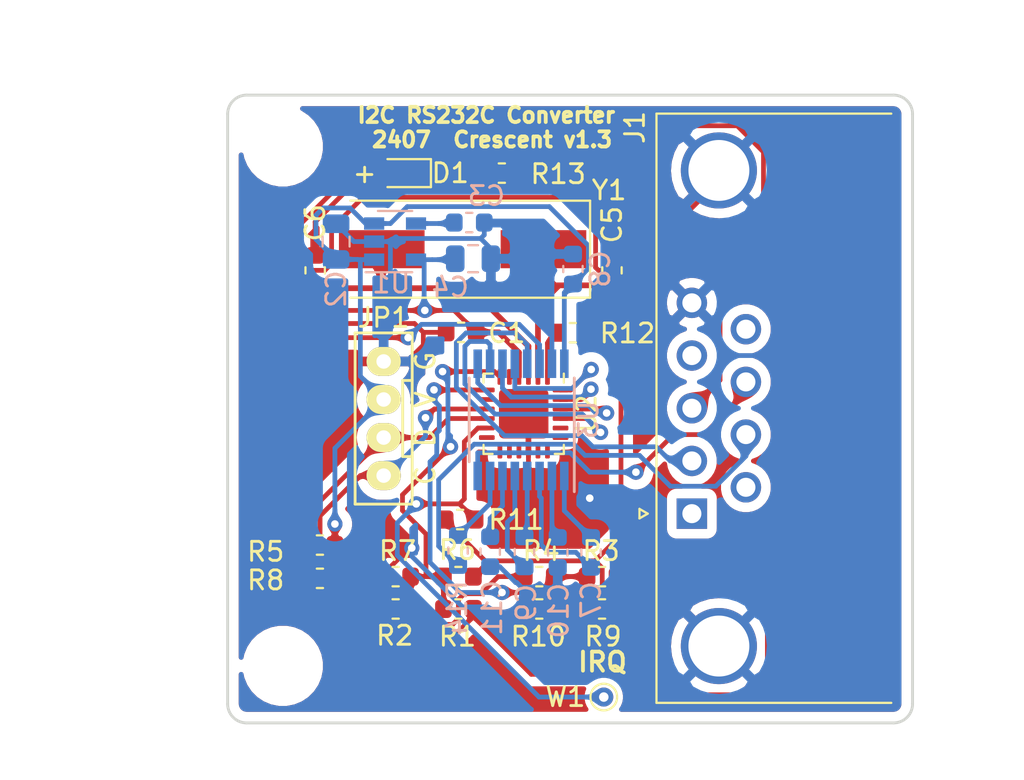
<source format=kicad_pcb>
(kicad_pcb (version 20171130) (host pcbnew "(5.1.2)-1")
  (title_block (title "I2C RS232C Converter") (date 2024-07-03) (rev v1.3) (company Crescent))
  (layers (0 F.Cu signal) (31 B.Cu signal) (34 B.Paste user) (35 F.Paste user) (36 B.SilkS user) (37 F.SilkS user) (38 B.Mask user) (39 F.Mask user) (44 Edge.Cuts user))
  (net 0 "")
  (net 1 /3.3V)
  (net 2 GND)
  (net 3 /5V)
  (net 4 "Net-(C3-Pad1)")
  (net 5 /XTAL1)
  (net 6 /XTAL2)
  (net 7 "Net-(D1-Pad1)")
  (net 8 /SCL)
  (net 9 /SDA)
  (net 10 /RX)
  (net 11 /TX)
  (net 12 /A0)
  (net 13 /A1)
  (net 14 /IRQ)
  (net 15 /RST)
  (net 16 "Net-(C7-Pad1)")
  (net 17 "Net-(C7-Pad2)")
  (net 18 "Net-(C9-Pad2)")
  (net 19 "Net-(C9-Pad1)")
  (net 20 "Net-(C10-Pad2)")
  (net 21 "Net-(C11-Pad2)")
  (net 22 /RXD)
  (net 23 /TXD)
  (net 24 /RTS)
  (net 25 /CTS)
  (net 26 /RTSD)
  (net 27 /CTSD)
  (net 28 "Net-(R14-Pad2)")
  (module TestPoint:TestPoint_THTPad_D1.0mm_Drill0.5mm (layer F.Cu) (at 196.77 125.64)
    (fp_text reference W1 (at -2.02 -0.01) (layer F.SilkS))
    (fp_text value IRQ)
    (pad 1 thru_hole circle (at 0 0) (size 1 1) (drill 0.5) (layers *.Cu *.Mask) (net 14 /IRQ))
  )
  (module Package_DFN_QFN:QFN-24-1EP_4x4mm_P0.5mm_EP2.6x2.6mm (layer F.Cu) (at 192.56 110.75 270)
    (fp_text reference U2 (at 0 -3.3 90) (layer F.SilkS))
    (fp_text value SC16IS750IBS)
    (pad 24 smd roundrect (at -1.25 -1.9375 270) (size 0.25 0.825) (layers F.Cu F.Paste F.Mask) (net 10 /RX))
    (pad 23 smd roundrect (at -0.75 -1.9375 270) (size 0.25 0.825) (layers F.Cu F.Paste F.Mask) (net 11 /TX))
    (pad 22 smd roundrect (at -0.25 -1.9375 270) (size 0.25 0.825) (layers F.Cu F.Paste F.Mask) (net 25 /CTS))
    (pad 21 smd roundrect (at 0.25 -1.9375 270) (size 0.25 0.825) (layers F.Cu F.Paste F.Mask) (net 24 /RTS))
    (pad 20 smd roundrect (at 0.75 -1.9375 270) (size 0.25 0.825) (layers F.Cu F.Paste F.Mask))
    (pad 19 smd roundrect (at 1.25 -1.9375 270) (size 0.25 0.825) (layers F.Cu F.Paste F.Mask))
    (pad 18 smd roundrect (at 1.9375 -1.25 270) (size 0.825 0.25) (layers F.Cu F.Paste F.Mask))
    (pad 17 smd roundrect (at 1.9375 -0.75 270) (size 0.825 0.25) (layers F.Cu F.Paste F.Mask))
    (pad 16 smd roundrect (at 1.9375 -0.25 270) (size 0.825 0.25) (layers F.Cu F.Paste F.Mask) (net 2 GND))
    (pad 15 smd roundrect (at 1.9375 0.25 270) (size 0.825 0.25) (layers F.Cu F.Paste F.Mask))
    (pad 14 smd roundrect (at 1.9375 0.75 270) (size 0.825 0.25) (layers F.Cu F.Paste F.Mask))
    (pad 13 smd roundrect (at 1.9375 1.25 270) (size 0.825 0.25) (layers F.Cu F.Paste F.Mask))
    (pad 12 smd roundrect (at 1.25 1.9375 270) (size 0.25 0.825) (layers F.Cu F.Paste F.Mask))
    (pad 11 smd roundrect (at 0.75 1.9375 270) (size 0.25 0.825) (layers F.Cu F.Paste F.Mask) (net 14 /IRQ))
    (pad 10 smd roundrect (at 0.25 1.9375 270) (size 0.25 0.825) (layers F.Cu F.Paste F.Mask) (net 9 /SDA))
    (pad 9 smd roundrect (at -0.25 1.9375 270) (size 0.25 0.825) (layers F.Cu F.Paste F.Mask) (net 8 /SCL))
    (pad 8 smd roundrect (at -0.75 1.9375 270) (size 0.25 0.825) (layers F.Cu F.Paste F.Mask))
    (pad 7 smd roundrect (at -1.25 1.9375 270) (size 0.25 0.825) (layers F.Cu F.Paste F.Mask) (net 13 /A1))
    (pad 6 smd roundrect (at -1.9375 1.25 270) (size 0.825 0.25) (layers F.Cu F.Paste F.Mask) (net 12 /A0))
    (pad 5 smd roundrect (at -1.9375 0.75 270) (size 0.825 0.25) (layers F.Cu F.Paste F.Mask) (net 1 /3.3V))
    (pad 4 smd roundrect (at -1.9375 0.25 270) (size 0.825 0.25) (layers F.Cu F.Paste F.Mask) (net 1 /3.3V))
    (pad 3 smd roundrect (at -1.9375 -0.25 270) (size 0.825 0.25) (layers F.Cu F.Paste F.Mask) (net 6 /XTAL2))
    (pad 2 smd roundrect (at -1.9375 -0.75 270) (size 0.825 0.25) (layers F.Cu F.Paste F.Mask) (net 5 /XTAL1))
    (pad 1 smd roundrect (at -1.9375 -1.25 270) (size 0.825 0.25) (layers F.Cu F.Paste F.Mask) (net 15 /RST))
    (pad 25 smd roundrect (at 0 0 270) (size 2.6 2.6) (layers F.Cu F.Mask) (roundrect_rratio 0.096154) (net 2 GND))
  )
  (module Resistor_SMD:R_0603_1608Metric (layer F.Cu) (at 189.22 116.31)
    (fp_text reference R11 (at 2.94 0.01) (layer F.SilkS))
    (fp_text value 1k)
    (pad 2 smd roundrect (at 0.7875 0) (size 0.875 0.95) (layers F.Cu F.Paste F.Mask) (net 14 /IRQ))
    (pad 1 smd roundrect (at -0.7875 0) (size 0.875 0.95) (layers F.Cu F.Paste F.Mask) (net 1 /3.3V))
  )
  (module Capacitor_SMD:C_0603_1608Metric (layer F.Cu) (at 189.272 106.47 180)
    (fp_text reference C1 (at -2.3975 -0.04) (layer F.SilkS))
    (fp_text value 0.1u)
    (pad 2 smd roundrect (at 0.7875 0 180) (size 0.875 0.95) (layers F.Cu F.Paste F.Mask) (net 2 GND))
    (pad 1 smd roundrect (at -0.7875 0 180) (size 0.875 0.95) (layers F.Cu F.Paste F.Mask) (net 1 /3.3V))
  )
  (module Resistor_SMD:R_0603_1608Metric (layer B.Cu) (at 189.11 117.94 90)
    (fp_text reference R14 (at -3.03 -0.05 90) (layer B.SilkS) (effects (justify mirror)))
    (fp_text value 0)
    (pad 2 smd roundrect (at 0.7875 0 90) (size 0.875 0.95) (layers B.Cu B.Paste B.Mask) (net 28 "Net-(R14-Pad2)"))
    (pad 1 smd roundrect (at -0.7875 0 90) (size 0.875 0.95) (layers B.Cu B.Paste B.Mask) (net 26 /RTSD))
  )
  (module MountingHole:MountingHole_3.2mm_M3 (layer F.Cu) (at 179.9 124)
    (fp_text reference REF2 hide)
    (fp_text value MountingHole_3.2mm_M3)
    (pad 1 np_thru_hole circle (at 0 0) (size 3.2 3.2) (drill 3.2) (layers *.Cu *.Mask))
  )
  (module MountingHole:MountingHole_3.2mm_M3 (layer F.Cu) (at 179.9 96.7)
    (fp_text reference REF1 hide)
    (fp_text value MountingHole_3.2mm_M3)
    (pad 1 np_thru_hole circle (at 0 0) (size 3.2 3.2) (drill 3.2) (layers *.Cu *.Mask))
  )
  (module GroveCon:GROVE (layer F.Cu) (at 185.2 114 90)
    (fp_text reference JP1 (at 8.3 0 180) (layer F.SilkS))
    (fp_text value PINHD-1X4 hide)
    (fp_text user C (at 0 2.2 90) (layer F.SilkS))
    (fp_text user D (at 2 2.2 90) (layer F.SilkS))
    (fp_text user V (at 4 2.2 90) (layer F.SilkS))
    (fp_text user G (at 6 2.2 90) (layer F.SilkS))
    (pad 1 thru_hole oval (at 0 0 90) (size 1.524 1.8) (drill 0.762) (layers *.Cu *.Paste *.Mask F.SilkS) (net 8 /SCL))
    (pad 2 thru_hole oval (at 2 0 90) (size 1.524 1.8) (drill 0.762) (layers *.Cu *.Paste *.Mask F.SilkS) (net 9 /SDA))
    (pad 3 thru_hole oval (at 4 0 90) (size 1.524 1.8) (drill 0.762) (layers *.Cu *.Paste *.Mask F.SilkS) (net 3 /5V))
    (pad 4 thru_hole oval (at 6 0 90) (size 1.524 1.8) (drill 0.762) (layers *.Cu *.Paste *.Mask F.SilkS) (net 2 GND))
  )
  (module Capacitor_SMD:C_0805_2012Metric (layer B.Cu) (at 182.7 101.7 90)
    (fp_text reference C2 (at -2.5 0 90) (layer B.SilkS) (effects (justify mirror)))
    (fp_text value 10u hide)
    (pad 2 smd roundrect (at 0.9375 0 90) (size 0.975 1.4) (layers B.Cu B.Paste B.Mask) (net 2 GND))
    (pad 1 smd roundrect (at -0.9375 0 90) (size 0.975 1.4) (layers B.Cu B.Paste B.Mask) (net 3 /5V))
  )
  (module Capacitor_SMD:C_0603_1608Metric (layer B.Cu) (at 189.7 100.7)
    (fp_text reference C3 (at 0.9 -1.4 180) (layer B.SilkS) (effects (justify mirror)))
    (fp_text value 0.01u)
    (pad 2 smd roundrect (at 0.7875 0) (size 0.875 0.95) (layers B.Cu B.Paste B.Mask) (net 2 GND))
    (pad 1 smd roundrect (at -0.7875 0) (size 0.875 0.95) (layers B.Cu B.Paste B.Mask) (net 4 "Net-(C3-Pad1)"))
  )
  (module Capacitor_SMD:C_0805_2012Metric (layer B.Cu) (at 189.9 102.6)
    (fp_text reference C4 (at -1.2 1.5 180) (layer B.SilkS) (effects (justify mirror)))
    (fp_text value 10u)
    (pad 1 smd roundrect (at -0.9375 0) (size 0.975 1.4) (layers B.Cu B.Paste B.Mask) (net 1 /3.3V))
    (pad 2 smd roundrect (at 0.9375 0) (size 0.975 1.4) (layers B.Cu B.Paste B.Mask) (net 2 GND))
  )
  (module Capacitor_SMD:C_0603_1608Metric (layer F.Cu) (at 197.2 103.212 90)
    (fp_text reference C5 (at 2.4 0 90) (layer F.SilkS))
    (fp_text value 10p)
    (pad 2 smd roundrect (at 0.7875 0 90) (size 0.875 0.95) (layers F.Cu F.Paste F.Mask) (net 2 GND))
    (pad 1 smd roundrect (at -0.7875 0 90) (size 0.875 0.95) (layers F.Cu F.Paste F.Mask) (net 5 /XTAL1))
  )
  (module Capacitor_SMD:C_0603_1608Metric (layer F.Cu) (at 181.6 103.212 90)
    (fp_text reference C6 (at 2.5 0 270) (layer F.SilkS))
    (fp_text value 10p)
    (pad 1 smd roundrect (at -0.7875 0 90) (size 0.875 0.95) (layers F.Cu F.Paste F.Mask) (net 6 /XTAL2))
    (pad 2 smd roundrect (at 0.7875 0 90) (size 0.875 0.95) (layers F.Cu F.Paste F.Mask) (net 2 GND))
  )
  (module Diode_SMD:D_0603_1608Metric (layer F.Cu) (at 186.2 98.1 180)
    (fp_text reference D1 (at -2.5 0) (layer F.SilkS))
    (fp_text value LED)
    (pad 1 smd roundrect (at -0.7875 0 180) (size 0.875 0.95) (layers F.Cu F.Paste F.Mask) (net 7 "Net-(D1-Pad1)"))
    (pad 2 smd roundrect (at 0.7875 0 180) (size 0.875 0.95) (layers F.Cu F.Paste F.Mask) (net 1 /3.3V))
  )
  (module Resistor_SMD:R_0603_1608Metric (layer F.Cu) (at 189.13 121.01 180)
    (fp_text reference R1 (at 0.05 -1.45 180) (layer F.SilkS))
    (fp_text value 0)
    (pad 2 smd roundrect (at 0.7875 0 180) (size 0.875 0.95) (layers F.Cu F.Paste F.Mask) (net 12 /A0))
    (pad 1 smd roundrect (at -0.7875 0 180) (size 0.875 0.95) (layers F.Cu F.Paste F.Mask) (net 9 /SDA))
  )
  (module Resistor_SMD:R_0603_1608Metric (layer F.Cu) (at 185.83 121.01)
    (fp_text reference R2 (at -0.05 1.4) (layer F.SilkS))
    (fp_text value 0)
    (pad 2 smd roundrect (at 0.7875 0) (size 0.875 0.95) (layers F.Cu F.Paste F.Mask) (net 12 /A0))
    (pad 1 smd roundrect (at -0.7875 0) (size 0.875 0.95) (layers F.Cu F.Paste F.Mask) (net 8 /SCL))
  )
  (module Resistor_SMD:R_0603_1608Metric (layer F.Cu) (at 196.68 119.31 180)
    (fp_text reference R3 (at 0.05 1.35 180) (layer F.SilkS))
    (fp_text value 0)
    (pad 1 smd roundrect (at -0.7875 0 180) (size 0.875 0.95) (layers F.Cu F.Paste F.Mask) (net 9 /SDA))
    (pad 2 smd roundrect (at 0.7875 0 180) (size 0.875 0.95) (layers F.Cu F.Paste F.Mask) (net 13 /A1))
  )
  (module Resistor_SMD:R_0603_1608Metric (layer F.Cu) (at 193.38 119.31)
    (fp_text reference R4 (at 0.1 -1.35) (layer F.SilkS))
    (fp_text value 0)
    (pad 1 smd roundrect (at -0.7875 0) (size 0.875 0.95) (layers F.Cu F.Paste F.Mask) (net 8 /SCL))
    (pad 2 smd roundrect (at 0.7875 0) (size 0.875 0.95) (layers F.Cu F.Paste F.Mask) (net 13 /A1))
  )
  (module Resistor_SMD:R_0603_1608Metric (layer F.Cu) (at 181.85 117.65 180)
    (fp_text reference R5 (at 2.85 -0.35 180) (layer F.SilkS))
    (fp_text value 4.7k)
    (pad 1 smd roundrect (at -0.7875 0 180) (size 0.875 0.95) (layers F.Cu F.Paste F.Mask) (net 3 /5V))
    (pad 2 smd roundrect (at 0.7875 0 180) (size 0.875 0.95) (layers F.Cu F.Paste F.Mask) (net 9 /SDA))
  )
  (module Resistor_SMD:R_0603_1608Metric (layer F.Cu) (at 189.13 119.31 180)
    (fp_text reference R6 (at 0.05 1.4 180) (layer F.SilkS))
    (fp_text value 0)
    (pad 2 smd roundrect (at 0.7875 0 180) (size 0.875 0.95) (layers F.Cu F.Paste F.Mask) (net 12 /A0))
    (pad 1 smd roundrect (at -0.7875 0 180) (size 0.875 0.95) (layers F.Cu F.Paste F.Mask) (net 1 /3.3V))
  )
  (module Resistor_SMD:R_0603_1608Metric (layer F.Cu) (at 185.83 119.31)
    (fp_text reference R7 (at 0.1 -1.35) (layer F.SilkS))
    (fp_text value 0)
    (pad 2 smd roundrect (at 0.7875 0) (size 0.875 0.95) (layers F.Cu F.Paste F.Mask) (net 12 /A0))
    (pad 1 smd roundrect (at -0.7875 0) (size 0.875 0.95) (layers F.Cu F.Paste F.Mask) (net 2 GND))
  )
  (module Resistor_SMD:R_0603_1608Metric (layer F.Cu) (at 181.85 119.4 180)
    (fp_text reference R8 (at 2.85 -0.1 180) (layer F.SilkS))
    (fp_text value 4.7k)
    (pad 2 smd roundrect (at 0.7875 0 180) (size 0.875 0.95) (layers F.Cu F.Paste F.Mask) (net 8 /SCL))
    (pad 1 smd roundrect (at -0.7875 0 180) (size 0.875 0.95) (layers F.Cu F.Paste F.Mask) (net 3 /5V))
  )
  (module Resistor_SMD:R_0603_1608Metric (layer F.Cu) (at 196.68 121.01 180)
    (fp_text reference R9 (at -0.05 -1.45 180) (layer F.SilkS))
    (fp_text value 0)
    (pad 1 smd roundrect (at -0.7875 0 180) (size 0.875 0.95) (layers F.Cu F.Paste F.Mask) (net 1 /3.3V))
    (pad 2 smd roundrect (at 0.7875 0 180) (size 0.875 0.95) (layers F.Cu F.Paste F.Mask) (net 13 /A1))
  )
  (module Resistor_SMD:R_0603_1608Metric (layer F.Cu) (at 193.38 121.01)
    (fp_text reference R10 (at -0.05 1.45) (layer F.SilkS))
    (fp_text value 0)
    (pad 1 smd roundrect (at -0.7875 0) (size 0.875 0.95) (layers F.Cu F.Paste F.Mask) (net 2 GND))
    (pad 2 smd roundrect (at 0.7875 0) (size 0.875 0.95) (layers F.Cu F.Paste F.Mask) (net 13 /A1))
  )
  (module Resistor_SMD:R_0603_1608Metric (layer F.Cu) (at 195.142 106.49 180)
    (fp_text reference R12 (at -2.87 -0.03) (layer F.SilkS))
    (fp_text value 4.7k)
    (pad 2 smd roundrect (at 0.7875 0 180) (size 0.875 0.95) (layers F.Cu F.Paste F.Mask) (net 15 /RST))
    (pad 1 smd roundrect (at -0.7875 0 180) (size 0.875 0.95) (layers F.Cu F.Paste F.Mask) (net 1 /3.3V))
  )
  (module Resistor_SMD:R_0603_1608Metric (layer F.Cu) (at 191.412 98.1)
    (fp_text reference R13 (at 2.9625 0.05) (layer F.SilkS))
    (fp_text value 1k)
    (pad 1 smd roundrect (at -0.7875 0) (size 0.875 0.95) (layers F.Cu F.Paste F.Mask) (net 7 "Net-(D1-Pad1)"))
    (pad 2 smd roundrect (at 0.7875 0) (size 0.875 0.95) (layers F.Cu F.Paste F.Mask) (net 2 GND))
  )
  (module Package_TO_SOT_SMD:SOT-23-5 (layer B.Cu) (at 185.8 101.7)
    (fp_text reference U1 (at -0.2 2.2) (layer B.SilkS) (effects (justify mirror)))
    (fp_text value LD3985M33R_SOT23 hide)
    (pad 1 smd rect (at -1.1 0.95) (size 1.06 0.65) (layers B.Cu B.Paste B.Mask) (net 3 /5V))
    (pad 2 smd rect (at -1.1 0) (size 1.06 0.65) (layers B.Cu B.Paste B.Mask) (net 2 GND))
    (pad 3 smd rect (at -1.1 -0.95) (size 1.06 0.65) (layers B.Cu B.Paste B.Mask) (net 3 /5V))
    (pad 4 smd rect (at 1.1 -0.95) (size 1.06 0.65) (layers B.Cu B.Paste B.Mask) (net 4 "Net-(C3-Pad1)"))
    (pad 5 smd rect (at 1.1 0.95) (size 1.06 0.65) (layers B.Cu B.Paste B.Mask) (net 1 /3.3V))
  )
  (module Crystal:Crystal_SMD_HC49-SD (layer F.Cu) (at 189.35 102.1 180)
    (fp_text reference Y1 (at -7.7 3.1 180) (layer F.SilkS))
    (fp_text value Crystal)
    (pad 1 smd rect (at -4.25 0 180) (size 4.5 2) (layers F.Cu F.Paste F.Mask) (net 5 /XTAL1))
    (pad 2 smd rect (at 4.25 0 180) (size 4.5 2) (layers F.Cu F.Paste F.Mask) (net 6 /XTAL2))
  )
  (module Capacitor_SMD:C_0603_1608Metric (layer B.Cu) (at 196.1 118.038 270)
    (fp_text reference C7 (at 2.5 0 270) (layer B.SilkS) (effects (justify mirror)))
    (fp_text value 0.1u)
    (pad 1 smd roundrect (at -0.7875 0 270) (size 0.875 0.95) (layers B.Cu B.Paste B.Mask) (net 16 "Net-(C7-Pad1)"))
    (pad 2 smd roundrect (at 0.7875 0 270) (size 0.875 0.95) (layers B.Cu B.Paste B.Mask) (net 17 "Net-(C7-Pad2)"))
  )
  (module Capacitor_SMD:C_0603_1608Metric (layer B.Cu) (at 195.15 103.142 90)
    (fp_text reference C8 (at 0 1.43 270) (layer B.SilkS) (effects (justify mirror)))
    (fp_text value 0.1u)
    (pad 1 smd roundrect (at -0.7875 0 90) (size 0.875 0.95) (layers B.Cu B.Paste B.Mask) (net 3 /5V))
    (pad 2 smd roundrect (at 0.7875 0 90) (size 0.875 0.95) (layers B.Cu B.Paste B.Mask) (net 2 GND))
  )
  (module Capacitor_SMD:C_0603_1608Metric (layer B.Cu) (at 192.6 118.012 270)
    (fp_text reference C9 (at 2.67 -0.09 270) (layer B.SilkS) (effects (justify mirror)))
    (fp_text value 0.1u)
    (pad 2 smd roundrect (at 0.7875 0 270) (size 0.875 0.95) (layers B.Cu B.Paste B.Mask) (net 18 "Net-(C9-Pad2)"))
    (pad 1 smd roundrect (at -0.7875 0 270) (size 0.875 0.95) (layers B.Cu B.Paste B.Mask) (net 19 "Net-(C9-Pad1)"))
  )
  (module Capacitor_SMD:C_0603_1608Metric (layer B.Cu) (at 194.35 118.038 90)
    (fp_text reference C10 (at -3.0625 0.05 90) (layer B.SilkS) (effects (justify mirror)))
    (fp_text value 0.1u)
    (pad 1 smd roundrect (at -0.7875 0 90) (size 0.875 0.95) (layers B.Cu B.Paste B.Mask) (net 2 GND))
    (pad 2 smd roundrect (at 0.7875 0 90) (size 0.875 0.95) (layers B.Cu B.Paste B.Mask) (net 20 "Net-(C10-Pad2)"))
  )
  (module Capacitor_SMD:C_0603_1608Metric (layer B.Cu) (at 190.8 118 90)
    (fp_text reference C11 (at -2.95 0.1 270) (layer B.SilkS) (effects (justify mirror)))
    (fp_text value 0.1u)
    (pad 2 smd roundrect (at 0.7875 0 90) (size 0.875 0.95) (layers B.Cu B.Paste B.Mask) (net 21 "Net-(C11-Pad2)"))
    (pad 1 smd roundrect (at -0.7875 0 90) (size 0.875 0.95) (layers B.Cu B.Paste B.Mask) (net 2 GND))
  )
  (module Package_SO:TSSOP-16_4.4x5mm_P0.65mm (layer B.Cu) (at 192.42 111.07 90)
    (fp_text reference U3 (at 0 3.55 90) (layer B.SilkS) (effects (justify mirror)))
    (fp_text value ADM232A)
    (pad 1 smd rect (at -2.95 2.275 90) (size 1.5 0.45) (layers B.Cu B.Paste B.Mask) (net 16 "Net-(C7-Pad1)"))
    (pad 2 smd rect (at -2.95 1.625 90) (size 1.5 0.45) (layers B.Cu B.Paste B.Mask) (net 20 "Net-(C10-Pad2)"))
    (pad 3 smd rect (at -2.95 0.975 90) (size 1.5 0.45) (layers B.Cu B.Paste B.Mask) (net 17 "Net-(C7-Pad2)"))
    (pad 4 smd rect (at -2.95 0.325 90) (size 1.5 0.45) (layers B.Cu B.Paste B.Mask) (net 19 "Net-(C9-Pad1)"))
    (pad 5 smd rect (at -2.95 -0.325 90) (size 1.5 0.45) (layers B.Cu B.Paste B.Mask) (net 18 "Net-(C9-Pad2)"))
    (pad 6 smd rect (at -2.95 -0.975 90) (size 1.5 0.45) (layers B.Cu B.Paste B.Mask) (net 21 "Net-(C11-Pad2)"))
    (pad 7 smd rect (at -2.95 -1.625 90) (size 1.5 0.45) (layers B.Cu B.Paste B.Mask) (net 28 "Net-(R14-Pad2)"))
    (pad 8 smd rect (at -2.95 -2.275 90) (size 1.5 0.45) (layers B.Cu B.Paste B.Mask) (net 27 /CTSD))
    (pad 9 smd rect (at 2.95 -2.275 90) (size 1.5 0.45) (layers B.Cu B.Paste B.Mask) (net 25 /CTS))
    (pad 10 smd rect (at 2.95 -1.625 90) (size 1.5 0.45) (layers B.Cu B.Paste B.Mask) (net 24 /RTS))
    (pad 11 smd rect (at 2.95 -0.975 90) (size 1.5 0.45) (layers B.Cu B.Paste B.Mask) (net 11 /TX))
    (pad 12 smd rect (at 2.95 -0.325 90) (size 1.5 0.45) (layers B.Cu B.Paste B.Mask) (net 10 /RX))
    (pad 13 smd rect (at 2.95 0.325 90) (size 1.5 0.45) (layers B.Cu B.Paste B.Mask) (net 22 /RXD))
    (pad 14 smd rect (at 2.95 0.975 90) (size 1.5 0.45) (layers B.Cu B.Paste B.Mask) (net 23 /TXD))
    (pad 15 smd rect (at 2.95 1.625 90) (size 1.5 0.45) (layers B.Cu B.Paste B.Mask) (net 2 GND))
    (pad 16 smd rect (at 2.95 2.275 90) (size 1.5 0.45) (layers B.Cu B.Paste B.Mask) (net 3 /5V))
  )
  (module Connector_Dsub:DSUB-9_Male_Horizontal_P2.77x2.84mm_EdgePinOffset7.70mm_Housed_MountingHolesOffset9.12mm (layer F.Cu) (at 201.4 116 90)
    (fp_text reference J1 (at 20.3 -3 90) (layer F.SilkS))
    (fp_text value DSUB9)
    (pad 1 thru_hole rect (at 0 0 90) (size 1.6 1.6) (drill 1) (layers *.Cu *.Mask))
    (pad 2 thru_hole circle (at 2.77 0 90) (size 1.6 1.6) (drill 1) (layers *.Cu *.Mask) (net 22 /RXD))
    (pad 3 thru_hole circle (at 5.54 0 90) (size 1.6 1.6) (drill 1) (layers *.Cu *.Mask) (net 23 /TXD))
    (pad 4 thru_hole circle (at 8.31 0 90) (size 1.6 1.6) (drill 1) (layers *.Cu *.Mask))
    (pad 5 thru_hole circle (at 11.08 0 90) (size 1.6 1.6) (drill 1) (layers *.Cu *.Mask) (net 2 GND))
    (pad 6 thru_hole circle (at 1.385 2.84 90) (size 1.6 1.6) (drill 1) (layers *.Cu *.Mask))
    (pad 7 thru_hole circle (at 4.155 2.84 90) (size 1.6 1.6) (drill 1) (layers *.Cu *.Mask) (net 26 /RTSD))
    (pad 8 thru_hole circle (at 6.925 2.84 90) (size 1.6 1.6) (drill 1) (layers *.Cu *.Mask) (net 27 /CTSD))
    (pad 9 thru_hole circle (at 9.695 2.84 90) (size 1.6 1.6) (drill 1) (layers *.Cu *.Mask))
    (pad 0 thru_hole circle (at -6.96 1.42 90) (size 4 4) (drill 3.2) (layers *.Cu *.Mask) (net 2 GND))
    (pad 0 thru_hole circle (at 18.04 1.42 90) (size 4 4) (drill 3.2) (layers *.Cu *.Mask) (net 2 GND))
  )
  (gr_text + (at 184.2 98.1) (layer F.SilkS) (effects (font (size 1 1))))
  (gr_text IRQ (at 196.7 123.8) (layer F.SilkS) (effects (font (size 1 1) (thickness 0.2))))
  (gr_line (start 177 126) (end 177 95) (layer Edge.Cuts) (width 0.15))
  (gr_line (start 212 94) (end 178 94) (layer Edge.Cuts) (width 0.15))
  (gr_line (start 213 126) (end 213 95) (layer Edge.Cuts) (width 0.15))
  (gr_line (start 212 127) (end 178 127) (layer Edge.Cuts) (width 0.15))
  (gr_text "I2C RS232C Converter \n2407  Crescent v1.3" (at 190.9 95.7) (layer F.SilkS) (effects (font (size 0.8 0.8) (thickness 0.2))))
  (gr_arc (start 178 126) (end 178 127) (angle 90) (layer Edge.Cuts) (width 0.15))
  (gr_arc (start 212 126) (end 213 126) (angle 90) (layer Edge.Cuts) (width 0.15))
  (gr_arc (start 178 95) (end 177 95) (angle 90) (layer Edge.Cuts) (width 0.15))
  (gr_arc (start 212 95) (end 212 94) (angle 90) (layer Edge.Cuts) (width 0.15))
  (segment (start 187.3277 102.65) (end 187.3277 105.2828) (width 0.25) (layer B.Cu) (net 1))
  (segment (start 187.3277 105.2828) (end 187.3636 105.3187) (width 0.25) (layer B.Cu) (net 1))
  (segment (start 187.3636 105.3187) (end 181.603 105.3187) (width 0.25) (layer F.Cu) (net 1))
  (segment (start 181.603 105.3187) (end 180.7791 104.4948) (width 0.25) (layer F.Cu) (net 1))
  (segment (start 180.7791 104.4948) (end 180.7791 103.5245) (width 0.25) (layer F.Cu) (net 1))
  (segment (start 180.7791 103.5245) (end 181.0916 103.212) (width 0.25) (layer F.Cu) (net 1))
  (segment (start 181.0916 103.212) (end 182.1054 103.212) (width 0.25) (layer F.Cu) (net 1))
  (segment (start 182.1054 103.212) (end 182.4629 102.8545) (width 0.25) (layer F.Cu) (net 1))
  (segment (start 182.4629 102.8545) (end 182.4629 101.0265) (width 0.25) (layer F.Cu) (net 1))
  (segment (start 182.4629 101.0265) (end 184.1152 99.3742) (width 0.25) (layer F.Cu) (net 1))
  (segment (start 184.1152 99.3742) (end 185.4125 99.3742) (width 0.25) (layer F.Cu) (net 1))
  (segment (start 190.0595 106.47) (end 188.9082 105.3187) (width 0.25) (layer F.Cu) (net 1))
  (segment (start 188.9082 105.3187) (end 187.3636 105.3187) (width 0.25) (layer F.Cu) (net 1))
  (segment (start 187.3277 102.65) (end 187.7553 102.65) (width 0.25) (layer B.Cu) (net 1))
  (segment (start 186.9 102.65) (end 187.3277 102.65) (width 0.25) (layer B.Cu) (net 1))
  (segment (start 190.06 106.47) (end 190.0595 106.47) (width 0.25) (layer F.Cu) (net 1))
  (segment (start 185.4125 98.1) (end 185.4125 99.3742) (width 0.25) (layer F.Cu) (net 1))
  (segment (start 196.0026 106.49) (end 195.9295 106.49) (width 0.25) (layer F.Cu) (net 1))
  (segment (start 196.0026 106.49) (end 197.6733 108.1607) (width 0.25) (layer F.Cu) (net 1))
  (segment (start 197.6733 108.1607) (end 197.6733 117.1228) (width 0.25) (layer F.Cu) (net 1))
  (segment (start 197.6733 117.1228) (end 196.3156 118.4805) (width 0.25) (layer F.Cu) (net 1))
  (segment (start 196.3156 118.4805) (end 196.6883 118.8532) (width 0.25) (layer F.Cu) (net 1))
  (segment (start 196.6883 118.8532) (end 196.6883 120.2308) (width 0.25) (layer F.Cu) (net 1))
  (segment (start 196.6883 120.2308) (end 197.4675 121.01) (width 0.25) (layer F.Cu) (net 1))
  (segment (start 190.5311 118.4805) (end 196.3156 118.4805) (width 0.25) (layer F.Cu) (net 1))
  (segment (start 190.5311 118.4805) (end 188.4325 116.3819) (width 0.25) (layer F.Cu) (net 1))
  (segment (start 188.4325 116.3819) (end 188.4325 116.31) (width 0.25) (layer F.Cu) (net 1))
  (segment (start 189.9175 119.31) (end 190.5311 118.6964) (width 0.25) (layer F.Cu) (net 1))
  (segment (start 190.5311 118.6964) (end 190.5311 118.4805) (width 0.25) (layer F.Cu) (net 1))
  (segment (start 188.9625 102.6) (end 188.9125 102.65) (width 0.25) (layer B.Cu) (net 1))
  (segment (start 188.9125 102.65) (end 187.7553 102.65) (width 0.25) (layer B.Cu) (net 1))
  (segment (start 191.8105 108.812) (end 191.81 108.8125) (width 0.25) (layer F.Cu) (net 1))
  (segment (start 191.8105 108.812) (end 192.31 108.812) (width 0.25) (layer F.Cu) (net 1))
  (segment (start 191.81 108.812) (end 191.8105 108.812) (width 0.25) (layer F.Cu) (net 1))
  (segment (start 192.31 108.812) (end 192.31 108.8125) (width 0.25) (layer F.Cu) (net 1))
  (segment (start 192.31 108.812) (end 192.31 107.53) (width 0.3) (layer F.Cu) (net 1))
  (segment (start 192.31 107.53) (end 191.25 106.47) (width 0.3) (layer F.Cu) (net 1))
  (segment (start 191.25 106.47) (end 190.06 106.47) (width 0.3) (layer F.Cu) (net 1))
  (via (at 187.3636 105.3187) (size 0.8) (layers F.Cu B.Cu) (net 1))
  (segment (start 196.29 106.49) (end 196.0026 106.49) (width 0.25) (layer F.Cu) (net 1))
  (segment (start 198.25 104.53) (end 196.29 106.49) (width 0.25) (layer F.Cu) (net 1))
  (segment (start 198.25 103.53) (end 198.25 104.53) (width 0.25) (layer F.Cu) (net 1))
  (segment (start 194.8942 99.3742) (end 196.34 100.82) (width 0.25) (layer F.Cu) (net 1))
  (segment (start 185.4125 99.3742) (end 194.8942 99.3742) (width 0.25) (layer F.Cu) (net 1))
  (segment (start 196.34 100.82) (end 196.34 103.06) (width 0.25) (layer F.Cu) (net 1))
  (segment (start 196.34 103.06) (end 196.492 103.212) (width 0.25) (layer F.Cu) (net 1))
  (segment (start 196.492 103.212) (end 197.932 103.212) (width 0.25) (layer F.Cu) (net 1))
  (segment (start 197.932 103.212) (end 198.25 103.53) (width 0.25) (layer F.Cu) (net 1))
  (segment (start 198.9045 102.4245) (end 197.2 102.4245) (width 0.25) (layer F.Cu) (net 2))
  (segment (start 200.8532 119.6271) (end 196.9043 119.6271) (width 0.25) (layer B.Cu) (net 2))
  (segment (start 192.81 112.688) (end 192.81 112.6875) (width 0.3) (layer F.Cu) (net 2))
  (segment (start 201.4 104.92) (end 198.9045 102.4245) (width 0.25) (layer F.Cu) (net 2))
  (segment (start 186.6771 117.8044) (end 186.5481 117.8044) (width 0.25) (layer F.Cu) (net 2))
  (segment (start 186.5481 117.8044) (end 185.0425 119.31) (width 0.25) (layer F.Cu) (net 2))
  (segment (start 190.2984 101.5374) (end 185.7179 101.5374) (width 0.25) (layer B.Cu) (net 2))
  (segment (start 185.7179 101.5374) (end 185.5553 101.7) (width 0.25) (layer B.Cu) (net 2))
  (segment (start 190.4875 100.7) (end 190.4875 101.3483) (width 0.25) (layer B.Cu) (net 2))
  (segment (start 190.4875 101.3483) (end 190.2984 101.5374) (width 0.25) (layer B.Cu) (net 2))
  (segment (start 190.2984 101.5374) (end 190.8375 102.0765) (width 0.25) (layer B.Cu) (net 2))
  (segment (start 190.8375 102.0765) (end 190.8375 102.6) (width 0.25) (layer B.Cu) (net 2))
  (segment (start 184.7 101.7) (end 185.5553 101.7) (width 0.25) (layer B.Cu) (net 2))
  (segment (start 185.2 108) (end 185.2 106.9127) (width 0.25) (layer B.Cu) (net 2))
  (segment (start 185.2 106.9127) (end 185.5553 106.5574) (width 0.25) (layer B.Cu) (net 2))
  (segment (start 185.5553 106.5574) (end 185.5553 101.7) (width 0.25) (layer B.Cu) (net 2))
  (segment (start 198.9045 102.4245) (end 202.82 98.509) (width 0.25) (layer F.Cu) (net 2))
  (segment (start 202.82 98.509) (end 202.82 97.96) (width 0.25) (layer F.Cu) (net 2))
  (segment (start 184.7 101.7) (end 183.6375 101.7) (width 0.25) (layer B.Cu) (net 2))
  (segment (start 183.6375 101.7) (end 182.7 100.7625) (width 0.25) (layer B.Cu) (net 2))
  (segment (start 190.8375 102.6) (end 192.8608 102.6) (width 0.25) (layer B.Cu) (net 2))
  (segment (start 192.8608 102.6) (end 194.045 103.7842) (width 0.25) (layer B.Cu) (net 2))
  (segment (start 187.2853 106.47) (end 188.4845 106.47) (width 0.25) (layer F.Cu) (net 2))
  (segment (start 186.4253 108) (end 187.2853 107.14) (width 0.25) (layer F.Cu) (net 2))
  (segment (start 187.2853 107.14) (end 187.2853 106.47) (width 0.25) (layer F.Cu) (net 2))
  (segment (start 187.2853 106.47) (end 186.8214 106.0061) (width 0.25) (layer F.Cu) (net 2))
  (segment (start 186.8214 106.0061) (end 181.6535 106.0061) (width 0.25) (layer F.Cu) (net 2))
  (segment (start 181.6535 106.0061) (end 180.309 104.6616) (width 0.25) (layer F.Cu) (net 2))
  (segment (start 180.309 104.6616) (end 180.309 103.3577) (width 0.25) (layer F.Cu) (net 2))
  (segment (start 180.309 103.3577) (end 181.2422 102.4245) (width 0.25) (layer F.Cu) (net 2))
  (segment (start 181.2422 102.4245) (end 181.6 102.4245) (width 0.25) (layer F.Cu) (net 2))
  (segment (start 185.2 108) (end 186.4253 108) (width 0.25) (layer F.Cu) (net 2))
  (segment (start 194.045 108.12) (end 194.045 103.7842) (width 0.25) (layer B.Cu) (net 2))
  (segment (start 192.81 112.6875) (end 192.81 111) (width 0.3) (layer F.Cu) (net 2))
  (segment (start 192.81 111) (end 192.56 110.75) (width 0.3) (layer F.Cu) (net 2))
  (via (at 196.0312 115.1865) (size 0.8) (layers F.Cu B.Cu) (net 2))
  (via (at 186.6771 117.8044) (size 0.8) (layers F.Cu B.Cu) (net 2))
  (segment (start 181.6 100.666) (end 181.6 102.4245) (width 0.25) (layer F.Cu) (net 2))
  (segment (start 192.1995 96.8495) (end 191.72 96.37) (width 0.25) (layer F.Cu) (net 2))
  (segment (start 192.1995 98.1) (end 192.1995 96.8495) (width 0.25) (layer F.Cu) (net 2))
  (segment (start 191.72 96.37) (end 187.35 96.37) (width 0.25) (layer F.Cu) (net 2))
  (segment (start 187.35 96.37) (end 186.677 97.043) (width 0.25) (layer F.Cu) (net 2))
  (segment (start 186.677 97.043) (end 185.223 97.043) (width 0.25) (layer F.Cu) (net 2))
  (segment (start 185.223 97.043) (end 181.6 100.666) (width 0.25) (layer F.Cu) (net 2))
  (segment (start 195.29 98.1) (end 192.1995 98.1) (width 0.25) (layer F.Cu) (net 2))
  (segment (start 197.2 102.4245) (end 197.2 100.01) (width 0.25) (layer F.Cu) (net 2))
  (segment (start 197.2 100.01) (end 195.29 98.1) (width 0.25) (layer F.Cu) (net 2))
  (segment (start 194.3765 115.1865) (end 196.0312 115.1865) (width 0.25) (layer F.Cu) (net 2))
  (segment (start 192.81 112.688) (end 192.81 113.62) (width 0.25) (layer F.Cu) (net 2))
  (segment (start 192.81 113.62) (end 194.3765 115.1865) (width 0.25) (layer F.Cu) (net 2))
  (segment (start 192.5925 122.0925) (end 192.5925 121.01) (width 0.25) (layer F.Cu) (net 2))
  (segment (start 193.46 122.96) (end 192.5925 122.0925) (width 0.25) (layer F.Cu) (net 2))
  (segment (start 198.67 122.96) (end 198.67 121.88) (width 0.25) (layer F.Cu) (net 2))
  (segment (start 198.67 122.96) (end 193.46 122.96) (width 0.25) (layer F.Cu) (net 2))
  (segment (start 198.67 121.88) (end 199.67 120.88) (width 0.25) (layer F.Cu) (net 2))
  (segment (start 200.74 120.88) (end 202.82 122.96) (width 0.25) (layer F.Cu) (net 2))
  (segment (start 199.67 120.88) (end 200.74 120.88) (width 0.25) (layer F.Cu) (net 2))
  (segment (start 200.8532 120.9932) (end 202.82 122.96) (width 0.25) (layer B.Cu) (net 2))
  (segment (start 200.8532 119.6271) (end 200.8532 120.9932) (width 0.25) (layer B.Cu) (net 2))
  (segment (start 192.47 119.8986) (end 192.1911 119.6197) (width 0.25) (layer B.Cu) (net 2))
  (segment (start 186.6771 118.2371) (end 189.34 120.9) (width 0.25) (layer B.Cu) (net 2))
  (segment (start 186.6771 117.8044) (end 186.6771 118.2371) (width 0.25) (layer B.Cu) (net 2))
  (segment (start 189.34 120.9) (end 190.58 120.9) (width 0.25) (layer B.Cu) (net 2))
  (segment (start 190.58 120.9) (end 190.88 121.2) (width 0.25) (layer B.Cu) (net 2))
  (segment (start 190.88 121.2) (end 192.47 121.2) (width 0.25) (layer B.Cu) (net 2))
  (segment (start 192.47 121.2) (end 192.47 119.8986) (width 0.25) (layer B.Cu) (net 2))
  (segment (start 192.1353 119.6197) (end 191.3031 118.7875) (width 0.25) (layer B.Cu) (net 2))
  (segment (start 192.1911 119.6197) (end 192.1353 119.6197) (width 0.25) (layer B.Cu) (net 2))
  (segment (start 191.3031 118.7875) (end 190.8 118.7875) (width 0.25) (layer B.Cu) (net 2))
  (segment (start 192.5314 119.96) (end 192.1911 119.6197) (width 0.25) (layer B.Cu) (net 2))
  (segment (start 194.31 119.96) (end 192.5314 119.96) (width 0.25) (layer B.Cu) (net 2))
  (segment (start 194.35 118.8255) (end 194.35 119.92) (width 0.25) (layer B.Cu) (net 2))
  (segment (start 194.35 119.92) (end 194.31 119.96) (width 0.25) (layer B.Cu) (net 2))
  (segment (start 194.35 120) (end 194.35 118.8255) (width 0.25) (layer B.Cu) (net 2))
  (segment (start 196.9043 119.6271) (end 196.5314 120) (width 0.25) (layer B.Cu) (net 2))
  (segment (start 196.5314 120) (end 194.35 120) (width 0.25) (layer B.Cu) (net 2))
  (segment (start 197.49 119.0414) (end 196.9043 119.6271) (width 0.25) (layer B.Cu) (net 2))
  (segment (start 196.0312 115.1865) (end 197.49 116.6453) (width 0.25) (layer B.Cu) (net 2))
  (segment (start 197.49 116.6453) (end 197.49 119.0414) (width 0.25) (layer B.Cu) (net 2))
  (segment (start 201.4229 119.6271) (end 200.8532 119.6271) (width 0.25) (layer B.Cu) (net 2))
  (segment (start 203.57 107.69) (end 205.48 107.69) (width 0.25) (layer B.Cu) (net 2))
  (segment (start 205.48 107.69) (end 205.86 108.07) (width 0.25) (layer B.Cu) (net 2))
  (segment (start 205.86 108.07) (end 205.86 115.19) (width 0.25) (layer B.Cu) (net 2))
  (segment (start 205.86 115.19) (end 201.4229 119.6271) (width 0.25) (layer B.Cu) (net 2))
  (segment (start 202.199999 105.719999) (end 202.199999 105.779999) (width 0.25) (layer B.Cu) (net 2))
  (segment (start 201.4 104.92) (end 202.199999 105.719999) (width 0.25) (layer B.Cu) (net 2))
  (segment (start 202.275 105.855) (end 202.275 106.395) (width 0.25) (layer B.Cu) (net 2))
  (segment (start 202.199999 105.779999) (end 202.275 105.855) (width 0.25) (layer B.Cu) (net 2))
  (segment (start 202.275 106.395) (end 203.57 107.69) (width 0.25) (layer B.Cu) (net 2))
  (segment (start 194.09 102.36) (end 194.632 102.36) (width 0.25) (layer B.Cu) (net 2))
  (segment (start 194.045 103.7842) (end 194.045 102.405) (width 0.25) (layer B.Cu) (net 2))
  (segment (start 194.045 102.405) (end 194.09 102.36) (width 0.25) (layer B.Cu) (net 2))
  (segment (start 194.632 102.3545) (end 195.15 102.3545) (width 0.25) (layer B.Cu) (net 2))
  (segment (start 184.7 100.75) (end 185.5553 100.75) (width 0.25) (layer B.Cu) (net 3))
  (segment (start 185.5553 100.75) (end 186.4427 99.8626) (width 0.25) (layer B.Cu) (net 3))
  (segment (start 186.4427 99.8626) (end 193.9084 99.8626) (width 0.25) (layer B.Cu) (net 3))
  (segment (start 193.9084 99.8626) (end 195.9655 101.9197) (width 0.25) (layer B.Cu) (net 3))
  (segment (start 195.9655 101.9197) (end 195.9655 103.114) (width 0.25) (layer B.Cu) (net 3))
  (segment (start 195.9655 103.114) (end 195.15 103.9295) (width 0.25) (layer B.Cu) (net 3))
  (segment (start 194.9225 104.157) (end 195.15 103.9295) (width 0.25) (layer B.Cu) (net 3))
  (segment (start 183.9746 102.65) (end 183.9746 108.7746) (width 0.25) (layer B.Cu) (net 3))
  (segment (start 183.9746 108.7746) (end 185.2 110) (width 0.25) (layer B.Cu) (net 3))
  (segment (start 183.9746 102.65) (end 183.8447 102.65) (width 0.25) (layer B.Cu) (net 3))
  (segment (start 184.0223 102.65) (end 183.9746 102.65) (width 0.25) (layer B.Cu) (net 3))
  (segment (start 184.7 102.65) (end 184.0223 102.65) (width 0.25) (layer B.Cu) (net 3))
  (segment (start 182.7 102.6375) (end 183.8322 102.6375) (width 0.25) (layer B.Cu) (net 3))
  (segment (start 183.8322 102.6375) (end 183.8447 102.65) (width 0.25) (layer B.Cu) (net 3))
  (segment (start 182.6375 116.5449) (end 182.6375 112.5625) (width 0.25) (layer B.Cu) (net 3))
  (segment (start 182.6375 112.5625) (end 185.2 110) (width 0.25) (layer B.Cu) (net 3))
  (segment (start 182.6375 116.5449) (end 182.6375 117.65) (width 0.25) (layer F.Cu) (net 3))
  (segment (start 182.6375 117.65) (end 182.6375 119.4) (width 0.25) (layer F.Cu) (net 3))
  (segment (start 194.9225 104.157) (end 195.15 103.93) (width 0.25) (layer B.Cu) (net 3))
  (segment (start 194.695 108.12) (end 194.695 104.384) (width 0.25) (layer B.Cu) (net 3))
  (segment (start 194.695 104.384) (end 194.9225 104.157) (width 0.25) (layer B.Cu) (net 3))
  (via (at 182.6375 116.5449) (size 0.8) (layers F.Cu B.Cu) (net 3))
  (segment (start 181.6437 101.5812) (end 182.7 102.6375) (width 0.25) (layer B.Cu) (net 3))
  (segment (start 181.6437 100.3113) (end 181.6437 101.5812) (width 0.25) (layer B.Cu) (net 3))
  (segment (start 182.0222 99.9328) (end 181.6437 100.3113) (width 0.25) (layer B.Cu) (net 3))
  (segment (start 183.4339 99.9328) (end 182.0222 99.9328) (width 0.25) (layer B.Cu) (net 3))
  (segment (start 184.7 100.75) (end 184.2511 100.75) (width 0.25) (layer B.Cu) (net 3))
  (segment (start 184.2511 100.75) (end 183.4339 99.9328) (width 0.25) (layer B.Cu) (net 3))
  (segment (start 186.9 100.75) (end 188.8625 100.75) (width 0.25) (layer B.Cu) (net 4))
  (segment (start 188.8625 100.75) (end 188.9125 100.7) (width 0.25) (layer B.Cu) (net 4))
  (segment (start 197.1995 104) (end 197.2 103.9995) (width 0.25) (layer F.Cu) (net 5))
  (segment (start 197.1995 104) (end 197.2 104) (width 0.3) (layer F.Cu) (net 5))
  (segment (start 194.42 104) (end 197.1995 104) (width 0.3) (layer F.Cu) (net 5))
  (segment (start 193.31 108.812) (end 193.31 108.8125) (width 0.25) (layer F.Cu) (net 5))
  (segment (start 193.31 108.812) (end 193.31 105.11) (width 0.3) (layer F.Cu) (net 5))
  (segment (start 193.31 105.11) (end 194.42 104) (width 0.3) (layer F.Cu) (net 5))
  (segment (start 194.42 104) (end 194.2 104) (width 0.3) (layer F.Cu) (net 5))
  (segment (start 194.2 104) (end 193.6 103.4) (width 0.3) (layer F.Cu) (net 5))
  (segment (start 193.6 103.4) (end 193.6 102.1) (width 0.3) (layer F.Cu) (net 5))
  (segment (start 181.6005 104) (end 181.6 103.9995) (width 0.25) (layer F.Cu) (net 6))
  (segment (start 181.6005 104) (end 182.175 104) (width 0.3) (layer F.Cu) (net 6))
  (segment (start 182.175 104) (end 182.326 104.15) (width 0.3) (layer F.Cu) (net 6))
  (segment (start 182.326 104.15) (end 185.51 104.15) (width 0.3) (layer F.Cu) (net 6))
  (segment (start 181.6 104) (end 181.6005 104) (width 0.3) (layer F.Cu) (net 6))
  (segment (start 192.81 108.812) (end 192.81 108.8125) (width 0.25) (layer F.Cu) (net 6))
  (segment (start 192.81 108.812) (end 192.81 107.2) (width 0.3) (layer F.Cu) (net 6))
  (segment (start 192.81 107.2) (end 189.77 104.16) (width 0.3) (layer F.Cu) (net 6))
  (segment (start 189.77 104.16) (end 188.41 104.16) (width 0.3) (layer F.Cu) (net 6))
  (segment (start 188.41 104.16) (end 188.4 104.15) (width 0.3) (layer F.Cu) (net 6))
  (segment (start 188.4 104.15) (end 185.51 104.15) (width 0.3) (layer F.Cu) (net 6))
  (segment (start 185.51 104.15) (end 185.1 103.74) (width 0.3) (layer F.Cu) (net 6))
  (segment (start 185.1 103.74) (end 185.1 102.1) (width 0.3) (layer F.Cu) (net 6))
  (segment (start 186.9875 98.1) (end 190.6245 98.1) (width 0.25) (layer F.Cu) (net 7))
  (segment (start 185.0425 121.01) (end 185.8566 121.8241) (width 0.25) (layer F.Cu) (net 8))
  (segment (start 185.8566 121.8241) (end 188.8247 121.8241) (width 0.25) (layer F.Cu) (net 8))
  (segment (start 188.8247 121.8241) (end 189.13 121.5188) (width 0.25) (layer F.Cu) (net 8))
  (segment (start 189.13 121.5188) (end 189.13 120.5143) (width 0.25) (layer F.Cu) (net 8))
  (segment (start 189.13 120.5143) (end 189.4355 120.2088) (width 0.25) (layer F.Cu) (net 8))
  (segment (start 189.4355 120.2088) (end 190.317 120.2088) (width 0.25) (layer F.Cu) (net 8))
  (segment (start 190.317 120.2088) (end 191.2158 119.31) (width 0.25) (layer F.Cu) (net 8))
  (segment (start 191.2158 119.31) (end 192.5925 119.31) (width 0.25) (layer F.Cu) (net 8))
  (segment (start 190.622 110.5) (end 190.6225 110.5) (width 0.25) (layer F.Cu) (net 8))
  (segment (start 190.622 110.5) (end 187.86 110.5) (width 0.25) (layer F.Cu) (net 8))
  (segment (start 187.86 110.5) (end 187.4 110.96) (width 0.25) (layer F.Cu) (net 8))
  (segment (start 181.2248 119.2377) (end 181.0625 119.4) (width 0.25) (layer F.Cu) (net 8))
  (segment (start 183.9747 114) (end 181.8565 116.1182) (width 0.25) (layer F.Cu) (net 8))
  (segment (start 181.8565 116.1182) (end 181.8565 118.606) (width 0.25) (layer F.Cu) (net 8))
  (segment (start 181.8565 118.606) (end 181.2248 119.2377) (width 0.25) (layer F.Cu) (net 8))
  (segment (start 185.2 114) (end 183.9747 114) (width 0.25) (layer F.Cu) (net 8))
  (segment (start 187.4 110.96) (end 187.4 111.938) (width 0.25) (layer B.Cu) (net 8))
  (segment (start 187.4 111.938) (end 185.338 114) (width 0.25) (layer B.Cu) (net 8))
  (segment (start 185.338 114) (end 185.2 114) (width 0.25) (layer B.Cu) (net 8))
  (via (at 187.4 110.96) (size 0.8) (layers F.Cu B.Cu) (net 8))
  (segment (start 184.61 121.01) (end 185.0425 121.01) (width 0.25) (layer F.Cu) (net 8))
  (segment (start 183.97 120.37) (end 184.61 121.01) (width 0.25) (layer F.Cu) (net 8))
  (segment (start 181.0625 119.4) (end 182.0325 120.37) (width 0.25) (layer F.Cu) (net 8))
  (segment (start 182.0325 120.37) (end 183.97 120.37) (width 0.25) (layer F.Cu) (net 8))
  (segment (start 189.9175 121.4037) (end 189.9175 121.01) (width 0.25) (layer F.Cu) (net 9))
  (segment (start 181.0625 117.65) (end 181.0625 116.1375) (width 0.25) (layer F.Cu) (net 9))
  (segment (start 181.0625 116.1375) (end 185.2 112) (width 0.25) (layer F.Cu) (net 9))
  (segment (start 190.622 111) (end 188.61 111) (width 0.25) (layer F.Cu) (net 9))
  (segment (start 188.61 111) (end 187.61 112) (width 0.25) (layer F.Cu) (net 9))
  (segment (start 187.61 112) (end 185.2 112) (width 0.25) (layer F.Cu) (net 9))
  (segment (start 190.622 111) (end 190.6225 111) (width 0.25) (layer F.Cu) (net 9))
  (segment (start 180.2513 118.4612) (end 181.0625 117.65) (width 0.25) (layer F.Cu) (net 9))
  (segment (start 189.0114 122.3098) (end 184.6398 122.3098) (width 0.25) (layer F.Cu) (net 9))
  (segment (start 189.9175 121.4037) (end 189.0114 122.3098) (width 0.25) (layer F.Cu) (net 9))
  (segment (start 184.6398 122.3098) (end 183.2 120.87) (width 0.25) (layer F.Cu) (net 9))
  (segment (start 183.2 120.87) (end 181.2313 120.87) (width 0.25) (layer F.Cu) (net 9))
  (segment (start 181.2313 120.87) (end 180.2513 119.89) (width 0.25) (layer F.Cu) (net 9))
  (segment (start 180.2513 119.89) (end 180.2513 118.4612) (width 0.25) (layer F.Cu) (net 9))
  (segment (start 202.92 119.31) (end 197.4675 119.31) (width 0.25) (layer F.Cu) (net 9))
  (segment (start 192.9588 124.445) (end 200.1048 124.445) (width 0.25) (layer F.Cu) (net 9))
  (segment (start 189.9175 121.4037) (end 192.9588 124.445) (width 0.25) (layer F.Cu) (net 9))
  (segment (start 200.1048 124.445) (end 201.1798 125.52) (width 0.25) (layer F.Cu) (net 9))
  (segment (start 201.1798 125.52) (end 203.9 125.52) (width 0.25) (layer F.Cu) (net 9))
  (segment (start 203.9 125.52) (end 205.37 124.05) (width 0.25) (layer F.Cu) (net 9))
  (segment (start 205.37 121.76) (end 202.92 119.31) (width 0.25) (layer F.Cu) (net 9))
  (segment (start 205.37 124.05) (end 205.37 121.76) (width 0.25) (layer F.Cu) (net 9))
  (segment (start 194.498 109.5) (end 194.4975 109.5) (width 0.25) (layer F.Cu) (net 10))
  (segment (start 194.498 109.5) (end 195.03 109.5) (width 0.25) (layer F.Cu) (net 10))
  (segment (start 195.03 109.5) (end 196.11 108.42) (width 0.25) (layer F.Cu) (net 10))
  (via (at 196.11 108.42) (size 0.8) (layers F.Cu B.Cu) (net 10))
  (segment (start 195.11 109.42) (end 192.095 109.42) (width 0.25) (layer B.Cu) (net 10))
  (segment (start 196.11 108.42) (end 195.11 109.42) (width 0.25) (layer B.Cu) (net 10))
  (segment (start 192.095 109.42) (end 192.095 108.12) (width 0.25) (layer B.Cu) (net 10))
  (segment (start 194.498 110) (end 194.4975 110) (width 0.25) (layer F.Cu) (net 11))
  (segment (start 194.498 110) (end 195.555 110) (width 0.25) (layer F.Cu) (net 11))
  (segment (start 195.555 110) (end 196.098 109.458) (width 0.25) (layer F.Cu) (net 11))
  (via (at 196.098 109.458) (size 0.8) (layers F.Cu B.Cu) (net 11))
  (segment (start 191.445 108.12) (end 191.445 109.406411) (width 0.25) (layer B.Cu) (net 11))
  (segment (start 195.698001 109.857999) (end 196.098 109.458) (width 0.25) (layer B.Cu) (net 11))
  (segment (start 195.685989 109.870011) (end 195.698001 109.857999) (width 0.25) (layer B.Cu) (net 11))
  (segment (start 191.9086 109.870011) (end 195.685989 109.870011) (width 0.25) (layer B.Cu) (net 11))
  (segment (start 191.445 109.406411) (end 191.9086 109.870011) (width 0.25) (layer B.Cu) (net 11))
  (segment (start 187.4247 119.31) (end 188.3425 119.31) (width 0.25) (layer F.Cu) (net 12))
  (segment (start 186.6175 119.31) (end 187.4247 119.31) (width 0.25) (layer F.Cu) (net 12))
  (segment (start 186.6175 119.31) (end 186.6175 121.01) (width 0.25) (layer F.Cu) (net 12))
  (segment (start 188.3425 119.31) (end 188.3425 121.01) (width 0.25) (layer F.Cu) (net 12))
  (via (at 188.7162 112.482) (size 0.8) (layers F.Cu B.Cu) (net 12))
  (segment (start 188.569978 109.5566) (end 188.569978 108.807899) (width 0.25) (layer B.Cu) (net 12))
  (segment (start 188.579978 111.780093) (end 188.579978 109.5666) (width 0.25) (layer B.Cu) (net 12))
  (segment (start 188.7162 112.482) (end 188.7162 111.916315) (width 0.25) (layer B.Cu) (net 12))
  (segment (start 188.569978 108.807899) (end 188.294979 108.5329) (width 0.25) (layer B.Cu) (net 12))
  (segment (start 188.579978 109.5666) (end 188.569978 109.5566) (width 0.25) (layer B.Cu) (net 12))
  (segment (start 191.31 108.8125) (end 191.0304 108.5329) (width 0.25) (layer F.Cu) (net 12))
  (segment (start 188.7162 111.916315) (end 188.579978 111.780093) (width 0.25) (layer B.Cu) (net 12))
  (segment (start 188.860664 108.5329) (end 188.294979 108.5329) (width 0.25) (layer F.Cu) (net 12))
  (via (at 188.294979 108.5329) (size 0.8) (drill 0.4) (layers F.Cu B.Cu) (net 12))
  (segment (start 191.0304 108.5329) (end 188.860664 108.5329) (width 0.25) (layer F.Cu) (net 12))
  (segment (start 187.4247 119.31) (end 187.4247 117.069123) (width 0.25) (layer F.Cu) (net 12))
  (segment (start 187.4247 117.069123) (end 186.189978 115.834401) (width 0.25) (layer F.Cu) (net 12))
  (segment (start 186.189978 115.834401) (end 186.189978 115.008222) (width 0.25) (layer F.Cu) (net 12))
  (segment (start 188.316201 112.881999) (end 188.7162 112.482) (width 0.25) (layer F.Cu) (net 12))
  (segment (start 186.189978 115.008222) (end 188.316201 112.881999) (width 0.25) (layer F.Cu) (net 12))
  (segment (start 193.4135 120.1433) (end 193.4135 120.256) (width 0.25) (layer F.Cu) (net 13))
  (segment (start 193.4135 120.256) (end 194.1675 121.01) (width 0.25) (layer F.Cu) (net 13))
  (segment (start 194.1675 119.31) (end 194.1675 119.3893) (width 0.25) (layer F.Cu) (net 13))
  (segment (start 194.1675 119.3893) (end 193.4135 120.1433) (width 0.25) (layer F.Cu) (net 13))
  (segment (start 193.4135 120.1433) (end 191.4215 120.1433) (width 0.25) (layer F.Cu) (net 13))
  (segment (start 195.8925 119.31) (end 195.8925 121.01) (width 0.25) (layer F.Cu) (net 13))
  (segment (start 194.1675 119.31) (end 195.8925 119.31) (width 0.25) (layer F.Cu) (net 13))
  (via (at 191.4215 120.1433) (size 0.8) (layers F.Cu B.Cu) (net 13))
  (segment (start 187.851814 109.5) (end 187.844968 109.493154) (width 0.25) (layer F.Cu) (net 13))
  (via (at 187.844968 109.493154) (size 0.8) (drill 0.4) (layers F.Cu B.Cu) (net 13))
  (segment (start 190.6225 109.5) (end 187.851814 109.5) (width 0.25) (layer F.Cu) (net 13))
  (segment (start 187.9909 111.7652) (end 188.1253 111.6308) (width 0.25) (layer B.Cu) (net 13))
  (segment (start 187.639989 118.563089) (end 187.639989 113.272511) (width 0.25) (layer B.Cu) (net 13))
  (segment (start 189.2202 120.1433) (end 187.639989 118.563089) (width 0.25) (layer B.Cu) (net 13))
  (segment (start 187.9909 112.9216) (end 187.9909 111.7652) (width 0.25) (layer B.Cu) (net 13))
  (segment (start 187.844968 110.058839) (end 187.844968 109.493154) (width 0.25) (layer B.Cu) (net 13))
  (segment (start 188.1253 110.339171) (end 187.844968 110.058839) (width 0.25) (layer B.Cu) (net 13))
  (segment (start 188.1253 111.6308) (end 188.1253 110.339171) (width 0.25) (layer B.Cu) (net 13))
  (segment (start 191.4215 120.1433) (end 189.2202 120.1433) (width 0.25) (layer B.Cu) (net 13))
  (segment (start 187.639989 113.272511) (end 187.9909 112.9216) (width 0.25) (layer B.Cu) (net 13))
  (segment (start 189.1839 115.4864) (end 189.4415 115.2288) (width 0.25) (layer F.Cu) (net 14))
  (segment (start 189.4415 115.2288) (end 189.4415 112.2156) (width 0.25) (layer F.Cu) (net 14))
  (segment (start 189.4415 112.2156) (end 190.1571 111.5) (width 0.25) (layer F.Cu) (net 14))
  (segment (start 190.1571 111.5) (end 190.6225 111.5) (width 0.25) (layer F.Cu) (net 14))
  (segment (start 189.1839 115.4864) (end 190.0075 116.31) (width 0.25) (layer F.Cu) (net 14))
  (segment (start 196.77 125.64) (end 193.3667 125.64) (width 0.25) (layer B.Cu) (net 14))
  (via (at 186.914979 115.4864) (size 0.8) (drill 0.4) (layers F.Cu B.Cu) (net 14))
  (segment (start 185.9165 118.1898) (end 185.9165 116.484879) (width 0.25) (layer B.Cu) (net 14))
  (segment (start 185.9165 116.484879) (end 186.51498 115.886399) (width 0.25) (layer B.Cu) (net 14))
  (segment (start 193.3667 125.64) (end 185.9165 118.1898) (width 0.25) (layer B.Cu) (net 14))
  (segment (start 189.1839 115.4864) (end 186.914979 115.4864) (width 0.25) (layer F.Cu) (net 14))
  (segment (start 186.51498 115.886399) (end 186.914979 115.4864) (width 0.25) (layer B.Cu) (net 14))
  (segment (start 194.3545 106.49) (end 193.81 107.0345) (width 0.25) (layer F.Cu) (net 15))
  (segment (start 193.81 107.0345) (end 193.81 108.8125) (width 0.25) (layer F.Cu) (net 15))
  (segment (start 194.695 114.02) (end 194.695 115.846) (width 0.25) (layer B.Cu) (net 16))
  (segment (start 194.695 115.846) (end 195.538 116.6884) (width 0.25) (layer B.Cu) (net 16))
  (segment (start 195.538 116.6884) (end 196.1 117.2504) (width 0.25) (layer B.Cu) (net 16))
  (segment (start 196.1 117.2504) (end 196.1 117.2505) (width 0.25) (layer B.Cu) (net 16))
  (segment (start 195.538 116.6884) (end 196.1 117.25) (width 0.25) (layer B.Cu) (net 16))
  (segment (start 193.395 114.02) (end 193.395 115.0953) (width 0.25) (layer B.Cu) (net 17))
  (segment (start 193.395 115.0953) (end 193.4858 115.1861) (width 0.25) (layer B.Cu) (net 17))
  (segment (start 193.4858 115.1861) (end 193.4858 117.6356) (width 0.25) (layer B.Cu) (net 17))
  (segment (start 193.4858 117.6356) (end 193.8817 118.0315) (width 0.25) (layer B.Cu) (net 17))
  (segment (start 193.8817 118.0315) (end 195.306 118.0315) (width 0.25) (layer B.Cu) (net 17))
  (segment (start 195.306 118.0315) (end 196.1 118.8255) (width 0.25) (layer B.Cu) (net 17))
  (segment (start 192.369 118.569) (end 192.3695 118.569) (width 0.25) (layer B.Cu) (net 18))
  (segment (start 192.3695 118.569) (end 192.6 118.7995) (width 0.25) (layer B.Cu) (net 18))
  (segment (start 192.369 118.569) (end 192.6 118.8) (width 0.25) (layer B.Cu) (net 18))
  (segment (start 192.138 118.338) (end 192.369 118.569) (width 0.25) (layer B.Cu) (net 18))
  (segment (start 191.7 117.9) (end 192.138 118.338) (width 0.25) (layer B.Cu) (net 18))
  (segment (start 191.7 116.45) (end 191.7 117.9) (width 0.25) (layer B.Cu) (net 18))
  (segment (start 192.095 114.02) (end 192.095 116.055) (width 0.25) (layer B.Cu) (net 18))
  (segment (start 192.095 116.055) (end 191.7 116.45) (width 0.25) (layer B.Cu) (net 18))
  (segment (start 192.6725 117.152) (end 192.6 117.224) (width 0.25) (layer B.Cu) (net 19))
  (segment (start 192.745 114.02) (end 192.745 117.08) (width 0.25) (layer B.Cu) (net 19))
  (segment (start 192.745 117.08) (end 192.6725 117.152) (width 0.25) (layer B.Cu) (net 19))
  (segment (start 192.6725 117.152) (end 192.6 117.2245) (width 0.25) (layer B.Cu) (net 19))
  (segment (start 194.1975 117.098) (end 194.35 117.25) (width 0.25) (layer B.Cu) (net 20))
  (segment (start 194.045 114.02) (end 194.045 116.946) (width 0.25) (layer B.Cu) (net 20))
  (segment (start 194.045 116.946) (end 194.1975 117.098) (width 0.25) (layer B.Cu) (net 20))
  (segment (start 194.1975 117.098) (end 194.35 117.2505) (width 0.25) (layer B.Cu) (net 20))
  (segment (start 190.8 117.212) (end 190.8 117.2125) (width 0.25) (layer B.Cu) (net 21))
  (segment (start 191.445 114.02) (end 191.445 115.595) (width 0.25) (layer B.Cu) (net 21))
  (segment (start 191.445 115.595) (end 190.8 116.24) (width 0.25) (layer B.Cu) (net 21))
  (segment (start 190.8 116.24) (end 190.8 117.212) (width 0.25) (layer B.Cu) (net 21))
  (segment (start 189.019989 107.0136) (end 189.019989 109.370689) (width 0.25) (layer B.Cu) (net 22))
  (segment (start 195.607578 111.899978) (end 196.1947 112.4871) (width 0.25) (layer B.Cu) (net 22))
  (segment (start 191.549278 111.899978) (end 195.607578 111.899978) (width 0.25) (layer B.Cu) (net 22))
  (segment (start 192.124989 106.499989) (end 189.5336 106.499989) (width 0.25) (layer B.Cu) (net 22))
  (segment (start 196.1947 112.4871) (end 199.52573 112.4871) (width 0.25) (layer B.Cu) (net 22))
  (segment (start 200.26863 113.23) (end 201.4 113.23) (width 0.25) (layer B.Cu) (net 22))
  (segment (start 192.745 107.12) (end 192.124989 106.499989) (width 0.25) (layer B.Cu) (net 22))
  (segment (start 189.5336 106.499989) (end 189.019989 107.0136) (width 0.25) (layer B.Cu) (net 22))
  (segment (start 189.019989 109.370689) (end 191.549278 111.899978) (width 0.25) (layer B.Cu) (net 22))
  (segment (start 192.745 108.12) (end 192.745 107.12) (width 0.25) (layer B.Cu) (net 22))
  (segment (start 199.52573 112.4871) (end 200.26863 113.23) (width 0.25) (layer B.Cu) (net 22))
  (via (at 186.4863 106.75) (size 0.8) (layers F.Cu B.Cu) (net 23))
  (segment (start 181.7605 106.75) (end 186.4863 106.75) (width 0.25) (layer F.Cu) (net 23))
  (segment (start 179.8586 104.8481) (end 181.7605 106.75) (width 0.25) (layer F.Cu) (net 23))
  (segment (start 201.4 110.46) (end 202.88 108.98) (width 0.25) (layer F.Cu) (net 23))
  (segment (start 179.8586 101.7492) (end 179.8586 104.8481) (width 0.25) (layer F.Cu) (net 23))
  (segment (start 202.88 101.7105) (end 205.1647 99.4258) (width 0.25) (layer F.Cu) (net 23))
  (segment (start 202.88 108.98) (end 202.88 101.7105) (width 0.25) (layer F.Cu) (net 23))
  (segment (start 205.1647 99.4258) (end 205.1647 96.9923) (width 0.25) (layer F.Cu) (net 23))
  (segment (start 185.9969 95.6109) (end 179.8586 101.7492) (width 0.25) (layer F.Cu) (net 23))
  (segment (start 205.1647 96.9923) (end 203.7833 95.6109) (width 0.25) (layer F.Cu) (net 23))
  (segment (start 203.7833 95.6109) (end 185.9969 95.6109) (width 0.25) (layer F.Cu) (net 23))
  (segment (start 186.4863 106.75) (end 187.186322 106.049978) (width 0.25) (layer B.Cu) (net 23))
  (segment (start 187.186322 106.049978) (end 192.324978 106.049978) (width 0.25) (layer B.Cu) (net 23))
  (segment (start 193.395 107.12) (end 193.395 108.12) (width 0.25) (layer B.Cu) (net 23))
  (segment (start 192.324978 106.049978) (end 193.395 107.12) (width 0.25) (layer B.Cu) (net 23))
  (segment (start 194.498 111) (end 194.4975 111) (width 0.25) (layer F.Cu) (net 24))
  (segment (start 194.498 111) (end 195.87 111) (width 0.25) (layer F.Cu) (net 24))
  (segment (start 195.87 111) (end 196.6 111.73) (width 0.25) (layer F.Cu) (net 24))
  (via (at 196.6 111.73) (size 0.8) (layers F.Cu B.Cu) (net 24))
  (segment (start 196.200001 111.330001) (end 196.6 111.73) (width 0.25) (layer B.Cu) (net 24))
  (segment (start 195.640033 110.770033) (end 196.200001 111.330001) (width 0.25) (layer B.Cu) (net 24))
  (segment (start 191.056233 110.770033) (end 195.640033 110.770033) (width 0.25) (layer B.Cu) (net 24))
  (segment (start 189.47 109.1838) (end 191.056233 110.770033) (width 0.25) (layer B.Cu) (net 24))
  (segment (start 190.795 108.12) (end 190.795 107.12) (width 0.25) (layer B.Cu) (net 24))
  (segment (start 190.795 107.12) (end 190.625 106.95) (width 0.25) (layer B.Cu) (net 24))
  (segment (start 190.625 106.95) (end 189.72 106.95) (width 0.25) (layer B.Cu) (net 24))
  (segment (start 189.72 106.95) (end 189.47 107.2) (width 0.25) (layer B.Cu) (net 24))
  (segment (start 189.47 107.2) (end 189.47 109.1838) (width 0.25) (layer B.Cu) (net 24))
  (segment (start 194.498 110.5) (end 194.4975 110.5) (width 0.25) (layer F.Cu) (net 25))
  (segment (start 194.498 110.5) (end 196.71 110.5) (width 0.25) (layer F.Cu) (net 25))
  (segment (start 196.71 110.5) (end 196.92 110.71) (width 0.25) (layer F.Cu) (net 25))
  (via (at 196.92 110.71) (size 0.8) (layers F.Cu B.Cu) (net 25))
  (segment (start 191.345022 110.320022) (end 190.145 109.12) (width 0.25) (layer B.Cu) (net 25))
  (segment (start 195.964337 110.320022) (end 191.345022 110.320022) (width 0.25) (layer B.Cu) (net 25))
  (segment (start 196.354315 110.71) (end 195.964337 110.320022) (width 0.25) (layer B.Cu) (net 25))
  (segment (start 190.145 109.12) (end 190.145 108.12) (width 0.25) (layer B.Cu) (net 25))
  (segment (start 196.92 110.71) (end 196.354315 110.71) (width 0.25) (layer B.Cu) (net 25))
  (segment (start 204.24 112.97637) (end 204.24 111.845) (width 0.25) (layer B.Cu) (net 26))
  (segment (start 202.65637 114.56) (end 204.24 112.97637) (width 0.25) (layer B.Cu) (net 26))
  (segment (start 198.6461 112.9374) (end 200.2687 114.56) (width 0.25) (layer B.Cu) (net 26))
  (segment (start 188.09 117.7075) (end 188.09 114.218589) (width 0.25) (layer B.Cu) (net 26))
  (segment (start 200.2687 114.56) (end 202.65637 114.56) (width 0.25) (layer B.Cu) (net 26))
  (segment (start 189.11 118.7275) (end 188.09 117.7075) (width 0.25) (layer B.Cu) (net 26))
  (segment (start 189.9586 112.349989) (end 195.195389 112.349989) (width 0.25) (layer B.Cu) (net 26))
  (segment (start 188.09 114.218589) (end 189.9586 112.349989) (width 0.25) (layer B.Cu) (net 26))
  (segment (start 195.195389 112.349989) (end 195.7828 112.9374) (width 0.25) (layer B.Cu) (net 26))
  (segment (start 195.7828 112.9374) (end 198.6461 112.9374) (width 0.25) (layer B.Cu) (net 26))
  (via (at 198.4586 113.8208) (size 0.8) (layers F.Cu B.Cu) (net 27))
  (segment (start 200.4344 111.845) (end 198.4586 113.8208) (width 0.25) (layer F.Cu) (net 27))
  (segment (start 202.025 111.845) (end 200.4344 111.845) (width 0.25) (layer F.Cu) (net 27))
  (segment (start 204.24 109.075) (end 204.24 109.63) (width 0.25) (layer F.Cu) (net 27))
  (segment (start 204.24 109.63) (end 202.025 111.845) (width 0.25) (layer F.Cu) (net 27))
  (segment (start 195.0085 112.8) (end 196.0293 113.8208) (width 0.25) (layer B.Cu) (net 27))
  (segment (start 190.145 112.8) (end 195.0085 112.8) (width 0.25) (layer B.Cu) (net 27))
  (segment (start 190.145 114.02) (end 190.145 112.8) (width 0.25) (layer B.Cu) (net 27))
  (segment (start 196.0293 113.8208) (end 198.4586 113.8208) (width 0.25) (layer B.Cu) (net 27))
  (segment (start 189.11 117.1525) (end 189.11 117.152) (width 0.25) (layer B.Cu) (net 28))
  (segment (start 190.795 114.02) (end 190.795 115.468) (width 0.25) (layer B.Cu) (net 28))
  (segment (start 190.795 115.468) (end 189.11 117.152) (width 0.25) (layer B.Cu) (net 28))
  (zone (net 2) (net_name GND) (layer F.Cu) (connect_pads (clearance 0.508)) (min_thickness 0.254) (fill yes (arc_segments 32) (thermal_gap 0.508) (thermal_bridge_width 0.508))
    (polygon (pts (xy 175 90) (xy 215 90) (xy 215 130) (xy 175 130)))
  )
  (zone (net 2) (net_name GND) (layer B.Cu) (connect_pads (clearance 0.508)) (min_thickness 0.254) (fill yes (arc_segments 32) (thermal_gap 0.508) (thermal_bridge_width 0.508))
    (polygon (pts (xy 175 90) (xy 215 90) (xy 215 130) (xy 175 130)))
  )
  (zone (net 1) (net_name /3.3V) (layer B.Cu) (priority 16962) (connect_pads yes (clearance 0.2)) (min_thickness 0.0254) (fill yes (arc_segments 32) (thermal_gap 0.508) (thermal_bridge_width 0.508))
    (polygon (pts (xy 187.2027 104.5128) (xy 187.199589 104.60859) (xy 187.190692 104.688989) (xy 187.176663 104.757319) (xy 187.158154 104.816901) (xy 187.13582 104.871059) (xy 187.110314 104.923113) (xy 187.08229 104.976386) (xy 187.0524 105.0342) (xy 187.021298 105.099877) (xy 186.989639 105.176739) (xy 187.38122 105.517922) (xy 187.706839 105.113306) (xy 187.664958 105.047199) (xy 187.625472 104.990347) (xy 187.588854 104.939784) (xy 187.555578 104.892545) (xy 187.52612 104.845662) (xy 187.500954 104.796171) (xy 187.480555 104.741105) (xy 187.465396 104.677498) (xy 187.455953 104.602385) (xy 187.4527 104.5128)))
  )
  (zone (net 1) (net_name /3.3V) (layer F.Cu) (priority 16962) (connect_pads yes (clearance 0.2)) (min_thickness 0.0254) (fill yes (arc_segments 32) (thermal_gap 0.508) (thermal_bridge_width 0.508))
    (polygon (pts (xy 186.5736 105.4437) (xy 186.664061 105.446966) (xy 186.739822 105.456358) (xy 186.803989 105.471264) (xy 186.859664 105.491074) (xy 186.909952 105.515176) (xy 186.957959 105.542961) (xy 187.006787 105.573816) (xy 187.059541 105.607132) (xy 187.119325 105.642296) (xy 187.189245 105.6787) (xy 187.5636 105.3187) (xy 187.189245 104.9587) (xy 187.119325 104.995103) (xy 187.059541 105.030267) (xy 187.006787 105.063583) (xy 186.957959 105.094438) (xy 186.909952 105.122223) (xy 186.859664 105.146325) (xy 186.803989 105.166135) (xy 186.739822 105.181041) (xy 186.664061 105.190433) (xy 186.5736 105.1937)))
  )
  (zone (net 1) (net_name /3.3V) (layer F.Cu) (priority 16962) (connect_pads yes (clearance 0.2)) (min_thickness 0.0254) (fill yes (arc_segments 32) (thermal_gap 0.508) (thermal_bridge_width 0.508))
    (polygon (pts (xy 188.1536 105.1937) (xy 188.063138 105.190433) (xy 187.987377 105.181041) (xy 187.92321 105.166135) (xy 187.867535 105.146325) (xy 187.817247 105.122223) (xy 187.76924 105.094438) (xy 187.720412 105.063583) (xy 187.667658 105.030267) (xy 187.607874 104.995103) (xy 187.537955 104.9587) (xy 187.1636 105.3187) (xy 187.537955 105.6787) (xy 187.607874 105.642296) (xy 187.667658 105.607132) (xy 187.720412 105.573816) (xy 187.76924 105.542961) (xy 187.817247 105.515176) (xy 187.867535 105.491074) (xy 187.92321 105.471264) (xy 187.987377 105.456358) (xy 188.063138 105.446966) (xy 188.1536 105.4437)))
  )
  (zone (net 3) (net_name /5V) (layer B.Cu) (priority 16962) (connect_pads yes (clearance 0.2)) (min_thickness 0.0254) (fill yes (arc_segments 32) (thermal_gap 0.508) (thermal_bridge_width 0.508))
    (polygon (pts (xy 184.035396 109.012172) (xy 184.155729 109.145074) (xy 184.241996 109.266988) (xy 184.300651 109.381275) (xy 184.338147 109.491295) (xy 184.360939 109.600411) (xy 184.375479 109.711983) (xy 184.388221 109.829374) (xy 184.40562 109.955944) (xy 184.434129 110.095055) (xy 184.480202 110.250069) (xy 185.469407 110.269407) (xy 185.450069 109.280202) (xy 185.295055 109.234129) (xy 185.155944 109.20562) (xy 185.029374 109.188221) (xy 184.911983 109.175479) (xy 184.800411 109.160939) (xy 184.691295 109.138147) (xy 184.581275 109.100651) (xy 184.466988 109.041996) (xy 184.345074 108.955729) (xy 184.212172 108.835396)))
  )
  (zone (net 3) (net_name /5V) (layer B.Cu) (priority 16962) (connect_pads yes (clearance 0.2)) (min_thickness 0.0254) (fill yes (arc_segments 32) (thermal_gap 0.508) (thermal_bridge_width 0.508))
    (polygon (pts (xy 182.5125 115.7549) (xy 182.509233 115.845361) (xy 182.499841 115.921122) (xy 182.484935 115.985289) (xy 182.465125 116.040964) (xy 182.441023 116.091252) (xy 182.413238 116.139259) (xy 182.382383 116.188087) (xy 182.349067 116.240841) (xy 182.313903 116.300625) (xy 182.2775 116.370545) (xy 182.6375 116.7449) (xy 182.9975 116.370545) (xy 182.961096 116.300625) (xy 182.925932 116.240841) (xy 182.892616 116.188087) (xy 182.861761 116.139259) (xy 182.833976 116.091252) (xy 182.809874 116.040964) (xy 182.790064 115.985289) (xy 182.775158 115.921122) (xy 182.765766 115.845361) (xy 182.7625 115.7549)))
  )
  (zone (net 3) (net_name /5V) (layer B.Cu) (priority 16962) (connect_pads yes (clearance 0.2)) (min_thickness 0.0254) (fill yes (arc_segments 32) (thermal_gap 0.508) (thermal_bridge_width 0.508))
    (polygon (pts (xy 184.212172 111.164604) (xy 184.345074 111.04427) (xy 184.466988 110.958003) (xy 184.581275 110.899348) (xy 184.691295 110.861852) (xy 184.800411 110.83906) (xy 184.911983 110.82452) (xy 185.029374 110.811778) (xy 185.155944 110.794379) (xy 185.295055 110.76587) (xy 185.450069 110.719798) (xy 185.469407 109.730593) (xy 184.480202 109.749931) (xy 184.434129 109.904944) (xy 184.40562 110.044055) (xy 184.388221 110.170625) (xy 184.375479 110.288016) (xy 184.360939 110.399588) (xy 184.338147 110.508704) (xy 184.300651 110.618724) (xy 184.241996 110.733011) (xy 184.155729 110.854925) (xy 184.035396 110.987828)))
  )
  (zone (net 3) (net_name /5V) (layer F.Cu) (priority 16962) (connect_pads yes (clearance 0.2)) (min_thickness 0.0254) (fill yes (arc_segments 32) (thermal_gap 0.508) (thermal_bridge_width 0.508))
    (polygon (pts (xy 182.7625 117.3349) (xy 182.765766 117.244438) (xy 182.775158 117.168677) (xy 182.790064 117.10451) (xy 182.809874 117.048835) (xy 182.833976 116.998547) (xy 182.861761 116.95054) (xy 182.892616 116.901712) (xy 182.925932 116.848958) (xy 182.961096 116.789174) (xy 182.9975 116.719255) (xy 182.6375 116.3449) (xy 182.2775 116.719255) (xy 182.313903 116.789174) (xy 182.349067 116.848958) (xy 182.382383 116.901712) (xy 182.413238 116.95054) (xy 182.441023 116.998547) (xy 182.465125 117.048835) (xy 182.484935 117.10451) (xy 182.499841 117.168677) (xy 182.509233 117.244438) (xy 182.5125 117.3349)))
  )
  (zone (net 8) (net_name /SCL) (layer F.Cu) (priority 16962) (connect_pads yes (clearance 0.2)) (min_thickness 0.0254) (fill yes (arc_segments 32) (thermal_gap 0.508) (thermal_bridge_width 0.508))
    (polygon (pts (xy 188.009461 110.375) (xy 187.922357 110.38018) (xy 187.849913 110.39424) (xy 187.78881 110.41496) (xy 187.735731 110.44012) (xy 187.687359 110.4675) (xy 187.640377 110.49488) (xy 187.591467 110.52004) (xy 187.537312 110.54076) (xy 187.474596 110.55482) (xy 187.4 110.560001) (xy 187.258579 111.101421) (xy 187.777846 111.09127) (xy 187.795042 111.027152) (xy 187.804976 110.962088) (xy 187.810869 110.897888) (xy 187.815941 110.836366) (xy 187.823411 110.779336) (xy 187.836501 110.728609) (xy 187.858431 110.685999) (xy 187.89242 110.653319) (xy 187.94169 110.632382) (xy 188.009461 110.625)))
  )
  (zone (net 8) (net_name /SCL) (layer F.Cu) (priority 16962) (connect_pads yes (clearance 0.2)) (min_thickness 0.0254) (fill yes (arc_segments 32) (thermal_gap 0.508) (thermal_bridge_width 0.508))
    (polygon (pts (xy 183.846219 114.305257) (xy 183.956826 114.216601) (xy 184.059016 114.17674) (xy 184.155243 114.177937) (xy 184.247957 114.212451) (xy 184.339612 114.272543) (xy 184.432662 114.350474) (xy 184.529557 114.438504) (xy 184.632753 114.528895) (xy 184.7447 114.613906) (xy 184.867852 114.6858) (xy 185.581 114) (xy 184.661185 113.461185) (xy 184.554415 113.558869) (xy 184.455743 113.632884) (xy 184.362764 113.689525) (xy 184.273074 113.73509) (xy 184.184272 113.775874) (xy 184.093952 113.818176) (xy 183.999713 113.86829) (xy 183.89915 113.932515) (xy 183.789861 114.017146) (xy 183.669443 114.128481)))
  )
  (zone (net 8) (net_name /SCL) (layer B.Cu) (priority 16962) (connect_pads yes (clearance 0.2)) (min_thickness 0.0254) (fill yes (arc_segments 32) (thermal_gap 0.508) (thermal_bridge_width 0.508))
    (polygon (pts (xy 187.525 111.75) (xy 187.528266 111.659538) (xy 187.537658 111.583777) (xy 187.552564 111.51961) (xy 187.572374 111.463935) (xy 187.596476 111.413647) (xy 187.624261 111.36564) (xy 187.655116 111.316812) (xy 187.688432 111.264058) (xy 187.723596 111.204274) (xy 187.76 111.134355) (xy 187.4 110.76) (xy 187.04 111.134355) (xy 187.076403 111.204274) (xy 187.111567 111.264058) (xy 187.144883 111.316812) (xy 187.175738 111.36564) (xy 187.203523 111.413647) (xy 187.227625 111.463935) (xy 187.247435 111.51961) (xy 187.262341 111.583777) (xy 187.271733 111.659538) (xy 187.275 111.75)))
  )
  (zone (net 8) (net_name /SCL) (layer B.Cu) (priority 16962) (connect_pads yes (clearance 0.2)) (min_thickness 0.0254) (fill yes (arc_segments 32) (thermal_gap 0.508) (thermal_bridge_width 0.508))
    (polygon (pts (xy 186.255117 112.906107) (xy 186.127595 113.021052) (xy 186.010188 113.102487) (xy 185.899635 113.156298) (xy 185.792677 113.188375) (xy 185.686057 113.204605) (xy 185.576513 113.210878) (xy 185.460788 113.21308) (xy 185.335623 113.217101) (xy 185.197757 113.22883) (xy 185.043934 113.254154) (xy 184.898383 114.232783) (xy 185.881953 114.339975) (xy 185.949736 114.186522) (xy 185.996054 114.04824) (xy 186.027892 113.92175) (xy 186.052232 113.803677) (xy 186.076057 113.690644) (xy 186.106352 113.579273) (xy 186.1501 113.466189) (xy 186.214283 113.348013) (xy 186.305886 113.22137) (xy 186.431893 113.082883)))
  )
  (zone (net 9) (net_name /SDA) (layer F.Cu) (priority 16962) (connect_pads yes (clearance 0.2)) (min_thickness 0.0254) (fill yes (arc_segments 32) (thermal_gap 0.508) (thermal_bridge_width 0.508))
    (polygon (pts (xy 184.212172 113.164604) (xy 184.345074 113.04427) (xy 184.466988 112.958003) (xy 184.581275 112.899348) (xy 184.691295 112.861852) (xy 184.800411 112.83906) (xy 184.911983 112.82452) (xy 185.029374 112.811778) (xy 185.155944 112.794379) (xy 185.295055 112.76587) (xy 185.450069 112.719798) (xy 185.469407 111.730593) (xy 184.480202 111.749931) (xy 184.434129 111.904944) (xy 184.40562 112.044055) (xy 184.388221 112.170625) (xy 184.375479 112.288016) (xy 184.360939 112.399588) (xy 184.338147 112.508704) (xy 184.300651 112.618724) (xy 184.241996 112.733011) (xy 184.155729 112.854925) (xy 184.035396 112.987828)))
  )
  (zone (net 9) (net_name /SDA) (layer F.Cu) (priority 16962) (connect_pads yes (clearance 0.2)) (min_thickness 0.0254) (fill yes (arc_segments 32) (thermal_gap 0.508) (thermal_bridge_width 0.508))
    (polygon (pts (xy 186.722 111.875) (xy 186.542934 111.866112) (xy 186.395728 111.840906) (xy 186.27344 111.801568) (xy 186.169129 111.750286) (xy 186.075857 111.689245) (xy 185.986682 111.620633) (xy 185.894664 111.546635) (xy 185.792862 111.46944) (xy 185.674337 111.391232) (xy 185.532148 111.3142) (xy 184.819 112) (xy 185.532148 112.6858) (xy 185.674337 112.608767) (xy 185.792862 112.530559) (xy 185.894664 112.453364) (xy 185.986682 112.379366) (xy 186.075857 112.310754) (xy 186.169129 112.249713) (xy 186.27344 112.198431) (xy 186.395728 112.159093) (xy 186.542934 112.133887) (xy 186.722 112.125)))
  )
  (zone (net 10) (net_name /RX) (layer F.Cu) (priority 16962) (connect_pads yes (clearance 0.2)) (min_thickness 0.0254) (fill yes (arc_segments 32) (thermal_gap 0.508) (thermal_bridge_width 0.508))
    (polygon (pts (xy 195.639775 109.067002) (xy 195.70605 109.005346) (xy 195.766262 108.958415) (xy 195.822175 108.923583) (xy 195.87555 108.898222) (xy 195.928153 108.879706) (xy 195.981745 108.865407) (xy 196.038089 108.852699) (xy 196.098949 108.838953) (xy 196.166088 108.821545) (xy 196.24127 108.797846) (xy 196.251421 108.278579) (xy 195.732154 108.28873) (xy 195.708454 108.363911) (xy 195.691046 108.43105) (xy 195.6773 108.49191) (xy 195.664592 108.548254) (xy 195.650293 108.601846) (xy 195.631777 108.654449) (xy 195.606416 108.707824) (xy 195.571584 108.763737) (xy 195.524653 108.823949) (xy 195.462998 108.890225)))
  )
  (zone (net 10) (net_name /RX) (layer B.Cu) (priority 16962) (connect_pads yes (clearance 0.2)) (min_thickness 0.0254) (fill yes (arc_segments 32) (thermal_gap 0.508) (thermal_bridge_width 0.508))
    (polygon (pts (xy 195.639775 109.067002) (xy 195.70605 109.005346) (xy 195.766262 108.958415) (xy 195.822175 108.923583) (xy 195.87555 108.898222) (xy 195.928153 108.879706) (xy 195.981745 108.865407) (xy 196.038089 108.852699) (xy 196.098949 108.838953) (xy 196.166088 108.821545) (xy 196.24127 108.797846) (xy 196.251421 108.278579) (xy 195.732154 108.28873) (xy 195.708454 108.363911) (xy 195.691046 108.43105) (xy 195.6773 108.49191) (xy 195.664592 108.548254) (xy 195.650293 108.601846) (xy 195.631777 108.654449) (xy 195.606416 108.707824) (xy 195.571584 108.763737) (xy 195.524653 108.823949) (xy 195.462998 108.890225)))
  )
  (zone (net 11) (net_name /TX) (layer F.Cu) (priority 16962) (connect_pads yes (clearance 0.2)) (min_thickness 0.0254) (fill yes (arc_segments 32) (thermal_gap 0.508) (thermal_bridge_width 0.508))
    (polygon (pts (xy 195.522212 110.125) (xy 195.608125 110.117524) (xy 195.677919 110.097232) (xy 195.735276 110.067327) (xy 195.78388 110.031016) (xy 195.827415 109.9915) (xy 195.869566 109.951984) (xy 195.914015 109.915672) (xy 195.964448 109.885768) (xy 196.024548 109.865476) (xy 196.098 109.858) (xy 196.239551 109.316709) (xy 195.720275 109.326382) (xy 195.702676 109.39893) (xy 195.696184 109.473808) (xy 195.696449 109.548668) (xy 195.699122 109.621162) (xy 195.699856 109.688943) (xy 195.6943 109.749664) (xy 195.678107 109.800977) (xy 195.646927 109.840536) (xy 195.596411 109.865992) (xy 195.522212 109.875)))
  )
  (zone (net 11) (net_name /TX) (layer B.Cu) (priority 16962) (connect_pads yes (clearance 0.2)) (min_thickness 0.0254) (fill yes (arc_segments 32) (thermal_gap 0.508) (thermal_bridge_width 0.508))
    (polygon (pts (xy 195.468661 109.995011) (xy 195.557107 109.991174) (xy 195.631356 109.980761) (xy 195.694605 109.965416) (xy 195.750052 109.946782) (xy 195.800896 109.926505) (xy 195.850335 109.906227) (xy 195.901566 109.887593) (xy 195.957788 109.872248) (xy 196.0222 109.861835) (xy 196.098 109.857999) (xy 196.239421 109.316579) (xy 195.720154 109.32673) (xy 195.70307 109.386309) (xy 195.691146 109.445874) (xy 195.681773 109.50395) (xy 195.672345 109.559063) (xy 195.660256 109.60974) (xy 195.642898 109.654508) (xy 195.617667 109.691892) (xy 195.581954 109.72042) (xy 195.533154 109.738617) (xy 195.468661 109.745011)))
  )
  (zone (net 12) (net_name /A0) (layer B.Cu) (priority 16962) (connect_pads yes (clearance 0.2)) (min_thickness 0.0254) (fill yes (arc_segments 32) (thermal_gap 0.508) (thermal_bridge_width 0.508))
    (polygon (pts (xy 188.694978 109.227899) (xy 188.694978 109.132014) (xy 188.694978 109.050686) (xy 188.694977 108.980656) (xy 188.694978 108.918662) (xy 188.694978 108.861444) (xy 188.694978 108.805743) (xy 188.694978 108.748298) (xy 188.694978 108.68585) (xy 188.694978 108.615137) (xy 188.694978 108.5329) (xy 188.158604 108.386607) (xy 188.15054 108.905911) (xy 188.201028 108.925394) (xy 188.247918 108.944304) (xy 188.290804 108.963915) (xy 188.329283 108.985502) (xy 188.362951 109.01034) (xy 188.391403 109.039702) (xy 188.414236 109.074865) (xy 188.431045 109.117102) (xy 188.441427 109.167688) (xy 188.444978 109.227899)))
  )
  (zone (net 12) (net_name /A0) (layer B.Cu) (priority 16962) (connect_pads yes (clearance 0.2)) (min_thickness 0.0254) (fill yes (arc_segments 32) (thermal_gap 0.508) (thermal_bridge_width 0.508))
    (polygon (pts (xy 188.454978 111.738425) (xy 188.455117 111.818558) (xy 188.455034 111.887219) (xy 188.453977 111.946776) (xy 188.451196 111.999596) (xy 188.445938 112.048047) (xy 188.437451 112.094498) (xy 188.424986 112.141315) (xy 188.40779 112.190866) (xy 188.385111 112.24552) (xy 188.3562 112.307645) (xy 188.7162 112.682) (xy 189.0762 112.307645) (xy 189.03505 112.237378) (xy 188.988991 112.180716) (xy 188.9402 112.133668) (xy 188.890853 112.092244) (xy 188.843127 112.052457) (xy 188.799197 112.010315) (xy 188.761241 111.961831) (xy 188.731434 111.903014) (xy 188.711954 111.829875) (xy 188.704978 111.738425)))
  )
  (zone (net 12) (net_name /A0) (layer F.Cu) (priority 16962) (connect_pads yes (clearance 0.2)) (min_thickness 0.0254) (fill yes (arc_segments 32) (thermal_gap 0.508) (thermal_bridge_width 0.508))
    (polygon (pts (xy 189.094979 108.4079) (xy 189.003198 108.40468) (xy 188.926265 108.395409) (xy 188.861047 108.380664) (xy 188.80441 108.361027) (xy 188.753221 108.337076) (xy 188.704346 108.309391) (xy 188.654654 108.278551) (xy 188.601009 108.245136) (xy 188.54028 108.209726) (xy 188.469334 108.1729) (xy 188.094979 108.5329) (xy 188.469334 108.8929) (xy 188.54028 108.856073) (xy 188.601009 108.820663) (xy 188.654654 108.787248) (xy 188.704346 108.756408) (xy 188.753221 108.728723) (xy 188.80441 108.704772) (xy 188.861047 108.685135) (xy 188.926265 108.67039) (xy 189.003198 108.661119) (xy 189.094979 108.6579)))
  )
  (zone (net 12) (net_name /A0) (layer F.Cu) (priority 16962) (connect_pads yes (clearance 0.2)) (min_thickness 0.0254) (fill yes (arc_segments 32) (thermal_gap 0.508) (thermal_bridge_width 0.508))
    (polygon (pts (xy 188.238903 113.136073) (xy 188.306077 113.07345) (xy 188.367033 113.025607) (xy 188.423575 112.989916) (xy 188.477509 112.963753) (xy 188.530641 112.944493) (xy 188.584777 112.92951) (xy 188.641722 112.916179) (xy 188.703282 112.901875) (xy 188.771262 112.883972) (xy 188.84747 112.859846) (xy 188.857621 112.340579) (xy 188.338354 112.35073) (xy 188.314227 112.426937) (xy 188.296324 112.494917) (xy 188.28202 112.556477) (xy 188.268689 112.613422) (xy 188.253706 112.667558) (xy 188.234446 112.72069) (xy 188.208283 112.774624) (xy 188.172592 112.831166) (xy 188.124749 112.892122) (xy 188.062127 112.959297)))
  )
  (zone (net 13) (net_name /A1) (layer F.Cu) (priority 16962) (connect_pads yes (clearance 0.2)) (min_thickness 0.0254) (fill yes (arc_segments 32) (thermal_gap 0.508) (thermal_bridge_width 0.508))
    (polygon (pts (xy 192.2115 120.0183) (xy 192.121038 120.015033) (xy 192.045277 120.005641) (xy 191.98111 119.990735) (xy 191.925435 119.970925) (xy 191.875147 119.946823) (xy 191.82714 119.919038) (xy 191.778312 119.888183) (xy 191.725558 119.854867) (xy 191.665774 119.819703) (xy 191.595855 119.7833) (xy 191.2215 120.1433) (xy 191.595855 120.5033) (xy 191.665774 120.466896) (xy 191.725558 120.431732) (xy 191.778312 120.398416) (xy 191.82714 120.367561) (xy 191.875147 120.339776) (xy 191.925435 120.315674) (xy 191.98111 120.295864) (xy 192.045277 120.280958) (xy 192.121038 120.271566) (xy 192.2115 120.2683)))
  )
  (zone (net 13) (net_name /A1) (layer F.Cu) (priority 16962) (connect_pads yes (clearance 0.2)) (min_thickness 0.0254) (fill yes (arc_segments 32) (thermal_gap 0.508) (thermal_bridge_width 0.508))
    (polygon (pts (xy 188.641814 109.375) (xy 188.551056 109.371755) (xy 188.475008 109.362402) (xy 188.410581 109.347512) (xy 188.354686 109.327656) (xy 188.304234 109.303406) (xy 188.256136 109.275331) (xy 188.207303 109.244003) (xy 188.154646 109.209994) (xy 188.095077 109.173874) (xy 188.025507 109.136215) (xy 187.644998 109.489705) (xy 188.013088 109.856107) (xy 188.084757 109.820404) (xy 188.146048 109.785878) (xy 188.20012 109.753137) (xy 188.250131 109.72279) (xy 188.299241 109.695443) (xy 188.350608 109.671704) (xy 188.407389 109.652183) (xy 188.472745 109.637486) (xy 188.549834 109.628223) (xy 188.641814 109.625)))
  )
  (zone (net 13) (net_name /A1) (layer B.Cu) (priority 16962) (connect_pads yes (clearance 0.2)) (min_thickness 0.0254) (fill yes (arc_segments 32) (thermal_gap 0.508) (thermal_bridge_width 0.508))
    (polygon (pts (xy 188.099042 110.136136) (xy 188.058314 110.086725) (xy 188.03624 110.039907) (xy 188.0301 109.99492) (xy 188.037176 109.951007) (xy 188.05475 109.907406) (xy 188.080105 109.863358) (xy 188.110522 109.818104) (xy 188.143284 109.770884) (xy 188.175672 109.720939) (xy 188.204968 109.667509) (xy 187.844968 109.293154) (xy 187.562126 109.775996) (xy 187.613503 109.832323) (xy 187.652643 109.884898) (xy 187.682855 109.934909) (xy 187.707446 109.983542) (xy 187.729727 110.031986) (xy 187.753005 110.081427) (xy 187.780589 110.133053) (xy 187.815788 110.188051) (xy 187.86191 110.247608) (xy 187.922265 110.312913)))
  )
  (zone (net 13) (net_name /A1) (layer B.Cu) (priority 16962) (connect_pads yes (clearance 0.2)) (min_thickness 0.0254) (fill yes (arc_segments 32) (thermal_gap 0.508) (thermal_bridge_width 0.508))
    (polygon (pts (xy 190.6315 120.2683) (xy 190.721961 120.271566) (xy 190.797722 120.280958) (xy 190.861889 120.295864) (xy 190.917564 120.315674) (xy 190.967852 120.339776) (xy 191.015859 120.367561) (xy 191.064687 120.398416) (xy 191.117441 120.431732) (xy 191.177225 120.466896) (xy 191.247145 120.5033) (xy 191.6215 120.1433) (xy 191.247145 119.7833) (xy 191.177225 119.819703) (xy 191.117441 119.854867) (xy 191.064687 119.888183) (xy 191.015859 119.919038) (xy 190.967852 119.946823) (xy 190.917564 119.970925) (xy 190.861889 119.990735) (xy 190.797722 120.005641) (xy 190.721961 120.015033) (xy 190.6315 120.0183)))
  )
  (zone (net 14) (net_name /IRQ) (layer B.Cu) (priority 16962) (connect_pads yes (clearance 0.2)) (min_thickness 0.0254) (fill yes (arc_segments 32) (thermal_gap 0.508) (thermal_bridge_width 0.508))
    (polygon (pts (xy 195.78 125.765) (xy 195.894574 125.769827) (xy 195.989764 125.78361) (xy 196.069726 125.805295) (xy 196.138613 125.833831) (xy 196.200581 125.868166) (xy 196.259786 125.907247) (xy 196.32038 125.950023) (xy 196.38652 125.995442) (xy 196.46236 126.042451) (xy 196.552056 126.09) (xy 197.02 125.64) (xy 196.552056 125.19) (xy 196.46236 125.237548) (xy 196.38652 125.284557) (xy 196.32038 125.329976) (xy 196.259786 125.372752) (xy 196.200581 125.411833) (xy 196.138613 125.446168) (xy 196.069726 125.474704) (xy 195.989764 125.496389) (xy 195.894574 125.510172) (xy 195.78 125.515)))
  )
  (zone (net 14) (net_name /IRQ) (layer F.Cu) (priority 16962) (connect_pads yes (clearance 0.2)) (min_thickness 0.0254) (fill yes (arc_segments 32) (thermal_gap 0.508) (thermal_bridge_width 0.508))
    (polygon (pts (xy 187.704979 115.3614) (xy 187.614517 115.358133) (xy 187.538756 115.348741) (xy 187.474589 115.333835) (xy 187.418914 115.314025) (xy 187.368626 115.289923) (xy 187.320619 115.262138) (xy 187.271791 115.231283) (xy 187.219037 115.197967) (xy 187.159253 115.162803) (xy 187.089334 115.1264) (xy 186.714979 115.4864) (xy 187.089334 115.8464) (xy 187.159253 115.809996) (xy 187.219037 115.774832) (xy 187.271791 115.741516) (xy 187.320619 115.710661) (xy 187.368626 115.682876) (xy 187.418914 115.658774) (xy 187.474589 115.638964) (xy 187.538756 115.624058) (xy 187.614517 115.614666) (xy 187.704979 115.6114)))
  )
  (zone (net 14) (net_name /IRQ) (layer B.Cu) (priority 16962) (connect_pads yes (clearance 0.2)) (min_thickness 0.0254) (fill yes (arc_segments 32) (thermal_gap 0.508) (thermal_bridge_width 0.508))
    (polygon (pts (xy 186.437682 116.140473) (xy 186.504856 116.07785) (xy 186.565812 116.030007) (xy 186.622354 115.994316) (xy 186.676288 115.968153) (xy 186.72942 115.948893) (xy 186.783556 115.93391) (xy 186.840501 115.920579) (xy 186.902061 115.906275) (xy 186.970041 115.888372) (xy 187.046249 115.864246) (xy 187.0564 115.344979) (xy 186.537133 115.35513) (xy 186.513006 115.431337) (xy 186.495103 115.499317) (xy 186.480799 115.560877) (xy 186.467468 115.617822) (xy 186.452485 115.671958) (xy 186.433225 115.72509) (xy 186.407062 115.779024) (xy 186.371371 115.835566) (xy 186.323528 115.896522) (xy 186.260906 115.963697)))
  )
  (zone (net 22) (net_name /RXD) (layer B.Cu) (priority 16962) (connect_pads yes (clearance 0.2)) (min_thickness 0.0254) (fill yes (arc_segments 32) (thermal_gap 0.508) (thermal_bridge_width 0.508))
    (polygon (pts (xy 199.848871 112.987017) (xy 199.975256 113.108453) (xy 200.086286 113.206048) (xy 200.185399 113.285361) (xy 200.276032 113.351952) (xy 200.361624 113.411382) (xy 200.445613 113.469209) (xy 200.531439 113.530993) (xy 200.622539 113.602293) (xy 200.722351 113.688671) (xy 200.834315 113.795685) (xy 201.8 113.23) (xy 201.051289 112.51) (xy 200.929762 112.578498) (xy 200.818112 112.656336) (xy 200.714216 112.736804) (xy 200.61595 112.813195) (xy 200.52119 112.8788) (xy 200.427812 112.92691) (xy 200.333692 112.950818) (xy 200.236707 112.943815) (xy 200.134733 112.899191) (xy 200.025647 112.810241)))
  )
  (zone (net 23) (net_name /TXD) (layer F.Cu) (priority 16962) (connect_pads yes (clearance 0.2)) (min_thickness 0.0254) (fill yes (arc_segments 32) (thermal_gap 0.508) (thermal_bridge_width 0.508))
    (polygon (pts (xy 185.6963 106.875) (xy 185.786761 106.878266) (xy 185.862522 106.887658) (xy 185.926689 106.902564) (xy 185.982364 106.922374) (xy 186.032652 106.946476) (xy 186.080659 106.974261) (xy 186.129487 107.005116) (xy 186.182241 107.038432) (xy 186.242025 107.073596) (xy 186.311945 107.11) (xy 186.6863 106.75) (xy 186.311945 106.39) (xy 186.242025 106.426403) (xy 186.182241 106.461567) (xy 186.129487 106.494883) (xy 186.080659 106.525738) (xy 186.032652 106.553523) (xy 185.982364 106.577625) (xy 185.926689 106.597435) (xy 185.862522 106.612341) (xy 185.786761 106.621733) (xy 185.6963 106.625)))
  )
  (zone (net 23) (net_name /TXD) (layer F.Cu) (priority 16962) (connect_pads yes (clearance 0.2)) (min_thickness 0.0254) (fill yes (arc_segments 32) (thermal_gap 0.508) (thermal_bridge_width 0.508))
    (polygon (pts (xy 202.435911 109.247313) (xy 202.296765 109.372995) (xy 202.169005 109.462609) (xy 202.049135 109.523017) (xy 201.933662 109.561077) (xy 201.819091 109.58365) (xy 201.701927 109.597595) (xy 201.578676 109.609774) (xy 201.445844 109.627045) (xy 201.299937 109.656269) (xy 201.13746 109.704307) (xy 201.117158 110.742842) (xy 202.155693 110.72254) (xy 202.20373 110.560062) (xy 202.232954 110.414155) (xy 202.250225 110.281323) (xy 202.262404 110.158072) (xy 202.276349 110.040908) (xy 202.298922 109.926337) (xy 202.336982 109.810864) (xy 202.39739 109.690994) (xy 202.487004 109.563234) (xy 202.612687 109.424089)))
  )
  (zone (net 23) (net_name /TXD) (layer B.Cu) (priority 16962) (connect_pads yes (clearance 0.2)) (min_thickness 0.0254) (fill yes (arc_segments 32) (thermal_gap 0.508) (thermal_bridge_width 0.508))
    (polygon (pts (xy 186.956525 106.102998) (xy 186.890249 106.164653) (xy 186.830037 106.211584) (xy 186.774124 106.246416) (xy 186.720749 106.271777) (xy 186.668146 106.290293) (xy 186.614554 106.304592) (xy 186.55821 106.3173) (xy 186.49735 106.331046) (xy 186.430211 106.348454) (xy 186.35503 106.372154) (xy 186.344879 106.891421) (xy 186.864146 106.88127) (xy 186.887845 106.806088) (xy 186.905253 106.738949) (xy 186.918999 106.678089) (xy 186.931707 106.621745) (xy 186.946006 106.568153) (xy 186.964522 106.51555) (xy 186.989883 106.462175) (xy 187.024715 106.406262) (xy 187.071646 106.34605) (xy 187.133302 106.279775)))
  )
  (zone (net 24) (net_name /RTS) (layer F.Cu) (priority 16962) (connect_pads yes (clearance 0.2)) (min_thickness 0.0254) (fill yes (arc_segments 32) (thermal_gap 0.508) (thermal_bridge_width 0.508))
    (polygon (pts (xy 195.952998 111.259775) (xy 196.014653 111.32605) (xy 196.061584 111.386262) (xy 196.096416 111.442175) (xy 196.121777 111.49555) (xy 196.140293 111.548153) (xy 196.154592 111.601745) (xy 196.1673 111.658089) (xy 196.181046 111.718949) (xy 196.198454 111.786088) (xy 196.222154 111.86127) (xy 196.741421 111.871421) (xy 196.73127 111.352154) (xy 196.656088 111.328454) (xy 196.588949 111.311046) (xy 196.528089 111.2973) (xy 196.471745 111.284592) (xy 196.418153 111.270293) (xy 196.36555 111.251777) (xy 196.312175 111.226416) (xy 196.256262 111.191584) (xy 196.19605 111.144653) (xy 196.129775 111.082998)))
  )
  (zone (net 24) (net_name /RTS) (layer B.Cu) (priority 16962) (connect_pads yes (clearance 0.2)) (min_thickness 0.0254) (fill yes (arc_segments 32) (thermal_gap 0.508) (thermal_bridge_width 0.508))
    (polygon (pts (xy 195.945927 111.252703) (xy 196.008549 111.319877) (xy 196.056392 111.380833) (xy 196.092083 111.437375) (xy 196.118246 111.491309) (xy 196.137506 111.544441) (xy 196.152489 111.598577) (xy 196.16582 111.655522) (xy 196.180124 111.717082) (xy 196.198027 111.785062) (xy 196.222154 111.86127) (xy 196.741421 111.871421) (xy 196.73127 111.352154) (xy 196.655062 111.328027) (xy 196.587082 111.310124) (xy 196.525522 111.29582) (xy 196.468577 111.282489) (xy 196.414441 111.267506) (xy 196.361309 111.248246) (xy 196.307375 111.222083) (xy 196.250833 111.186392) (xy 196.189877 111.138549) (xy 196.122703 111.075927)))
  )
  (zone (net 25) (net_name /CTS) (layer F.Cu) (priority 16962) (connect_pads yes (clearance 0.2)) (min_thickness 0.0254) (fill yes (arc_segments 32) (thermal_gap 0.508) (thermal_bridge_width 0.508))
    (polygon (pts (xy 196.17 110.625) (xy 196.240906 110.628543) (xy 196.300443 110.63895) (xy 196.350425 110.655883) (xy 196.392668 110.679009) (xy 196.428987 110.707991) (xy 196.461198 110.742493) (xy 196.491117 110.78218) (xy 196.520558 110.826716) (xy 196.551338 110.875765) (xy 196.585273 110.928992) (xy 197.091498 110.812899) (xy 196.92 110.31) (xy 196.831 110.31182) (xy 196.754619 110.31676) (xy 196.68729 110.324039) (xy 196.625449 110.33288) (xy 196.565531 110.3425) (xy 196.50397 110.35212) (xy 196.437201 110.36096) (xy 196.36166 110.36824) (xy 196.273781 110.37318) (xy 196.17 110.375)))
  )
  (zone (net 25) (net_name /CTS) (layer B.Cu) (priority 16962) (connect_pads yes (clearance 0.2)) (min_thickness 0.0254) (fill yes (arc_segments 32) (thermal_gap 0.508) (thermal_bridge_width 0.508))
    (polygon (pts (xy 196.100241 110.632703) (xy 196.165545 110.693057) (xy 196.225102 110.739179) (xy 196.2801 110.774378) (xy 196.331726 110.801962) (xy 196.381167 110.82524) (xy 196.429611 110.847521) (xy 196.478244 110.872112) (xy 196.528255 110.902324) (xy 196.58083 110.941464) (xy 196.637158 110.992842) (xy 197.12 110.71) (xy 196.745645 110.35) (xy 196.692214 110.379295) (xy 196.642269 110.411683) (xy 196.595049 110.444445) (xy 196.549795 110.474862) (xy 196.505747 110.500217) (xy 196.462146 110.517791) (xy 196.418233 110.524867) (xy 196.373246 110.518727) (xy 196.326428 110.496653) (xy 196.277018 110.455926)))
  )
  (zone (net 26) (net_name /RTSD) (layer B.Cu) (priority 16962) (connect_pads yes (clearance 0.2)) (min_thickness 0.0254) (fill yes (arc_segments 32) (thermal_gap 0.508) (thermal_bridge_width 0.508))
    (polygon (pts (xy 203.997017 113.396129) (xy 204.118453 113.269743) (xy 204.216048 113.158713) (xy 204.295361 113.0596) (xy 204.361952 112.968967) (xy 204.421382 112.883375) (xy 204.479209 112.799386) (xy 204.540993 112.71356) (xy 204.612293 112.62246) (xy 204.698671 112.522648) (xy 204.805685 112.410685) (xy 204.24 111.445) (xy 203.52 112.193711) (xy 203.588498 112.315237) (xy 203.666336 112.426887) (xy 203.746804 112.530783) (xy 203.823195 112.629049) (xy 203.8888 112.723809) (xy 203.93691 112.817187) (xy 203.960818 112.911307) (xy 203.953815 113.008292) (xy 203.909191 113.110266) (xy 203.820241 113.219353)))
  )
  (zone (net 27) (net_name /CTSD) (layer F.Cu) (priority 16962) (connect_pads yes (clearance 0.2)) (min_thickness 0.0254) (fill yes (arc_segments 32) (thermal_gap 0.508) (thermal_bridge_width 0.508))
    (polygon (pts (xy 198.928825 113.173798) (xy 198.862549 113.235453) (xy 198.802337 113.282384) (xy 198.746424 113.317216) (xy 198.693049 113.342577) (xy 198.640446 113.361093) (xy 198.586854 113.375392) (xy 198.53051 113.3881) (xy 198.46965 113.401846) (xy 198.402511 113.419254) (xy 198.32733 113.442954) (xy 198.317179 113.962221) (xy 198.836446 113.95207) (xy 198.860145 113.876888) (xy 198.877553 113.809749) (xy 198.891299 113.748889) (xy 198.904007 113.692545) (xy 198.918306 113.638953) (xy 198.936822 113.58635) (xy 198.962183 113.532975) (xy 198.997015 113.477062) (xy 199.043946 113.41685) (xy 199.105602 113.350575)))
  )
  (zone (net 27) (net_name /CTSD) (layer F.Cu) (priority 16962) (connect_pads yes (clearance 0.2)) (min_thickness 0.0254) (fill yes (arc_segments 32) (thermal_gap 0.508) (thermal_bridge_width 0.508))
    (polygon (pts (xy 203.5435 110.503276) (xy 203.69732 110.360644) (xy 203.836582 110.251751) (xy 203.964446 110.168641) (xy 204.084071 110.103361) (xy 204.198615 110.047957) (xy 204.311237 109.994475) (xy 204.425096 109.934961) (xy 204.543351 109.861461) (xy 204.669161 109.76602) (xy 204.805685 109.640685) (xy 204.348969 108.69013) (xy 203.452235 109.214376) (xy 203.4813 109.3525) (xy 203.514088 109.478068) (xy 203.546068 109.593543) (xy 203.572709 109.701394) (xy 203.58948 109.804087) (xy 203.591852 109.904087) (xy 203.575292 110.003862) (xy 203.535271 110.105878) (xy 203.467259 110.212602) (xy 203.366724 110.3265)))
  )
  (zone (net 27) (net_name /CTSD) (layer B.Cu) (priority 16962) (connect_pads yes (clearance 0.2)) (min_thickness 0.0254) (fill yes (arc_segments 32) (thermal_gap 0.508) (thermal_bridge_width 0.508))
    (polygon (pts (xy 197.6686 113.9458) (xy 197.759061 113.949066) (xy 197.834822 113.958458) (xy 197.898989 113.973364) (xy 197.954664 113.993174) (xy 198.004952 114.017276) (xy 198.052959 114.045061) (xy 198.101787 114.075916) (xy 198.154541 114.109232) (xy 198.214325 114.144396) (xy 198.284245 114.1808) (xy 198.6586 113.8208) (xy 198.284245 113.4608) (xy 198.214325 113.497203) (xy 198.154541 113.532367) (xy 198.101787 113.565683) (xy 198.052959 113.596538) (xy 198.004952 113.624323) (xy 197.954664 113.648425) (xy 197.898989 113.668235) (xy 197.834822 113.683141) (xy 197.759061 113.692533) (xy 197.6686 113.6958)))
  )
  (zone (net 1) (net_name /3.3V) (layer F.Cu) (priority 16962) (connect_pads yes (clearance 0.2)) (min_thickness 0.0254) (fill yes (arc_segments 32) (thermal_gap 0.508) (thermal_bridge_width 0.508))
    (polygon (pts (xy 189.357698 105.944975) (xy 189.425564 106.018272) (xy 189.476704 106.084978) (xy 189.514138 106.147028) (xy 189.540888 106.206358) (xy 189.559976 106.264903) (xy 189.574423 106.324597) (xy 189.58725 106.387376) (xy 189.601479 106.455176) (xy 189.620132 106.52993) (xy 189.646231 106.613576) (xy 190.214179 106.624679) (xy 190.203076 106.056731) (xy 190.11943 106.030632) (xy 190.044676 106.011979) (xy 189.976876 105.99775) (xy 189.914097 105.984923) (xy 189.854403 105.970476) (xy 189.795858 105.951388) (xy 189.736528 105.924638) (xy 189.674478 105.887204) (xy 189.607772 105.836064) (xy 189.534475 105.768198)))
  )
  (zone (net 1) (net_name /3.3V) (layer B.Cu) (priority 16962) (connect_pads yes (clearance 0.2)) (min_thickness 0.0254) (fill yes (arc_segments 32) (thermal_gap 0.508) (thermal_bridge_width 0.508))
    (polygon (pts (xy 187.3177 102.525) (xy 187.295403 102.524026) (xy 187.27441 102.521316) (xy 187.25489 102.51718) (xy 187.23701 102.511934) (xy 187.220939 102.505889) (xy 187.206847 102.499358) (xy 187.194902 102.492656) (xy 187.185272 102.486094) (xy 187.178127 102.479987) (xy 187.173635 102.474647) (xy 186.7375 102.65) (xy 187.173635 102.825353) (xy 187.178127 102.820012) (xy 187.185272 102.813905) (xy 187.194902 102.807343) (xy 187.206847 102.800641) (xy 187.220939 102.79411) (xy 187.23701 102.788065) (xy 187.25489 102.782819) (xy 187.27441 102.778683) (xy 187.295403 102.775973) (xy 187.3177 102.775)))
  )
  (zone (net 1) (net_name /3.3V) (layer F.Cu) (priority 16962) (connect_pads yes (clearance 0.2)) (min_thickness 0.0254) (fill yes (arc_segments 32) (thermal_gap 0.508) (thermal_bridge_width 0.508))
    (polygon (pts (xy 185.5375 98.9675) (xy 185.541339 98.867681) (xy 185.552347 98.784351) (xy 185.569753 98.714005) (xy 185.592791 98.653137) (xy 185.620691 98.598242) (xy 185.652686 98.545816) (xy 185.688008 98.492354) (xy 185.725888 98.434351) (xy 185.765558 98.368301) (xy 185.80625 98.290701) (xy 185.4125 97.88125) (xy 185.01875 98.290701) (xy 185.059441 98.368301) (xy 185.099111 98.434351) (xy 185.136991 98.492354) (xy 185.172313 98.545816) (xy 185.204308 98.598242) (xy 185.232208 98.653137) (xy 185.255246 98.714005) (xy 185.272652 98.784351) (xy 185.28366 98.867681) (xy 185.2875 98.9675)))
  )
  (zone (net 1) (net_name /3.3V) (layer F.Cu) (priority 16962) (connect_pads yes (clearance 0.2)) (min_thickness 0.0254) (fill yes (arc_segments 32) (thermal_gap 0.508) (thermal_bridge_width 0.508))
    (polygon (pts (xy 196.676118 106.986741) (xy 196.603766 106.909187) (xy 196.548422 106.839062) (xy 196.506797 106.774315) (xy 196.475602 106.712895) (xy 196.451548 106.65275) (xy 196.431346 106.591829) (xy 196.411707 106.528081) (xy 196.389342 106.459454) (xy 196.360963 106.383898) (xy 196.32328 106.299361) (xy 195.75789 106.354348) (xy 195.834933 106.917157) (xy 195.919064 106.933295) (xy 195.99422 106.944018) (xy 196.062291 106.952065) (xy 196.125171 106.960175) (xy 196.184749 106.971086) (xy 196.242919 106.987537) (xy 196.301571 107.012267) (xy 196.362598 107.048014) (xy 196.42789 107.097518) (xy 196.499341 107.163518)))
  )
  (zone (net 1) (net_name /3.3V) (layer F.Cu) (priority 16962) (connect_pads yes (clearance 0.2)) (min_thickness 0.0254) (fill yes (arc_segments 32) (thermal_gap 0.508) (thermal_bridge_width 0.508))
    (polygon (pts (xy 196.765698 120.484975) (xy 196.833564 120.558272) (xy 196.884704 120.624978) (xy 196.922138 120.687028) (xy 196.948888 120.746358) (xy 196.967976 120.804903) (xy 196.982423 120.864597) (xy 196.99525 120.927376) (xy 197.009479 120.995176) (xy 197.028132 121.06993) (xy 197.054231 121.153576) (xy 197.622179 121.164679) (xy 197.611076 120.596731) (xy 197.52743 120.570632) (xy 197.452676 120.551979) (xy 197.384876 120.53775) (xy 197.322097 120.524923) (xy 197.262403 120.510476) (xy 197.203858 120.491388) (xy 197.144528 120.464638) (xy 197.082478 120.427204) (xy 197.015772 120.376064) (xy 196.942475 120.308198)))
  )
  (zone (net 1) (net_name /3.3V) (layer F.Cu) (priority 16962) (connect_pads yes (clearance 0.2)) (min_thickness 0.0254) (fill yes (arc_segments 32) (thermal_gap 0.508) (thermal_bridge_width 0.508))
    (polygon (pts (xy 189.106018 116.878641) (xy 189.04006 116.80723) (xy 188.990596 116.741975) (xy 188.954881 116.680985) (xy 188.930174 116.62237) (xy 188.913732 116.56424) (xy 188.902811 116.504705) (xy 188.89467 116.441875) (xy 188.886565 116.37386) (xy 188.875755 116.298771) (xy 188.859497 116.214717) (xy 188.296561 116.138618) (xy 188.242522 116.704099) (xy 188.326991 116.741571) (xy 188.402492 116.769762) (xy 188.471072 116.791957) (xy 188.534778 116.811441) (xy 188.595655 116.8315) (xy 188.65575 116.855419) (xy 188.71711 116.886485) (xy 188.781781 116.927983) (xy 188.851809 116.983199) (xy 188.929241 117.055418)))
  )
  (zone (net 1) (net_name /3.3V) (layer F.Cu) (priority 16962) (connect_pads yes (clearance 0.2)) (min_thickness 0.0254) (fill yes (arc_segments 32) (thermal_gap 0.508) (thermal_bridge_width 0.508))
    (polygon (pts (xy 190.4061 118.686662) (xy 190.395704 118.770944) (xy 190.366329 118.827388) (xy 190.32069 118.861159) (xy 190.261502 118.877424) (xy 190.191481 118.88135) (xy 190.113342 118.878104) (xy 190.029802 118.872852) (xy 189.943575 118.870761) (xy 189.857377 118.876998) (xy 189.773924 118.896731) (xy 189.762821 119.464679) (xy 190.355 119.31) (xy 190.36343 119.229558) (xy 190.386314 119.164096) (xy 190.420037 119.109505) (xy 190.460987 119.061676) (xy 190.50555 119.016502) (xy 190.550112 118.969874) (xy 190.591062 118.917685) (xy 190.624785 118.855825) (xy 190.647669 118.780186) (xy 190.6561 118.686662)))
  )
  (zone (net 1) (net_name /3.3V) (layer B.Cu) (priority 16962) (connect_pads yes (clearance 0.2)) (min_thickness 0.0254) (fill yes (arc_segments 32) (thermal_gap 0.508) (thermal_bridge_width 0.508))
    (polygon (pts (xy 187.985 102.775) (xy 188.102595 102.779491) (xy 188.200647 102.792228) (xy 188.28344 102.812101) (xy 188.355259 102.838006) (xy 188.420388 102.868833) (xy 188.483111 102.903475) (xy 188.547713 102.940826) (xy 188.618479 102.979777) (xy 188.699694 103.019222) (xy 188.795641 103.058054) (xy 189.20499 102.575257) (xy 188.706563 102.185088) (xy 188.625738 102.238641) (xy 188.556994 102.290026) (xy 188.496523 102.338425) (xy 188.440516 102.383022) (xy 188.385167 102.423) (xy 188.326666 102.457541) (xy 188.261207 102.485829) (xy 188.184982 102.507045) (xy 188.094182 102.520375) (xy 187.985 102.525)))
  )
  (zone (net 1) (net_name /3.3V) (layer F.Cu) (priority 16962) (connect_pads yes (clearance 0.2)) (min_thickness 0.0254) (fill yes (arc_segments 32) (thermal_gap 0.508) (thermal_bridge_width 0.508))
    (polygon (pts (xy 190.9275 106.32) (xy 190.828491 106.316766) (xy 190.745218 106.307418) (xy 190.674386 106.292488) (xy 190.612701 106.272506) (xy 190.556869 106.248003) (xy 190.503595 106.219509) (xy 190.449585 106.187556) (xy 190.391545 106.152675) (xy 190.326182 106.115396) (xy 190.250201 106.07625) (xy 189.84075 106.47) (xy 190.250201 106.86375) (xy 190.326182 106.824603) (xy 190.391545 106.787324) (xy 190.449585 106.752443) (xy 190.503595 106.72049) (xy 190.556869 106.691996) (xy 190.612701 106.667493) (xy 190.674386 106.647511) (xy 190.745218 106.632581) (xy 190.828491 106.623233) (xy 190.9275 106.62)))
  )
  (zone (net 1) (net_name /3.3V) (layer F.Cu) (priority 16962) (connect_pads yes (clearance 0.2)) (min_thickness 0.0254) (fill yes (arc_segments 32) (thermal_gap 0.508) (thermal_bridge_width 0.508))
    (polygon (pts (xy 196.588751 106.014472) (xy 196.533036 106.064366) (xy 196.480408 106.099961) (xy 196.42985 106.122914) (xy 196.380344 106.134886) (xy 196.330875 106.137535) (xy 196.280424 106.132519) (xy 196.227974 106.121497) (xy 196.172509 106.106129) (xy 196.113011 106.088072) (xy 196.048464 106.068986) (xy 195.714116 106.528223) (xy 196.238859 106.799359) (xy 196.305365 106.730572) (xy 196.360256 106.669492) (xy 196.406734 106.613892) (xy 196.448001 106.561549) (xy 196.487261 106.510236) (xy 196.527715 106.457728) (xy 196.572566 106.401801) (xy 196.625017 106.340229) (xy 196.68827 106.270786) (xy 196.765528 106.191249)))
  )
  (zone (net 3) (net_name /5V) (layer B.Cu) (priority 16962) (connect_pads yes (clearance 0.2)) (min_thickness 0.0254) (fill yes (arc_segments 32) (thermal_gap 0.508) (thermal_bridge_width 0.508))
    (polygon (pts (xy 185.345 100.625) (xy 185.271851 100.622924) (xy 185.209994 100.616875) (xy 185.157095 100.60712) (xy 185.11082 100.593926) (xy 185.068838 100.57756) (xy 185.028816 100.558289) (xy 184.98842 100.53638) (xy 184.945318 100.512101) (xy 184.897177 100.485718) (xy 184.841664 100.4575) (xy 184.5375 100.75) (xy 184.841664 101.0425) (xy 184.897177 101.014281) (xy 184.945318 100.987898) (xy 184.98842 100.963619) (xy 185.028816 100.94171) (xy 185.068838 100.922439) (xy 185.11082 100.906073) (xy 185.157095 100.892879) (xy 185.209994 100.883124) (xy 185.271851 100.877075) (xy 185.345 100.875)))
  )
  (zone (net 3) (net_name /5V) (layer B.Cu) (priority 16962) (connect_pads yes (clearance 0.2)) (min_thickness 0.0254) (fill yes (arc_segments 32) (thermal_gap 0.508) (thermal_bridge_width 0.508))
    (polygon (pts (xy 195.675025 103.227698) (xy 195.601727 103.295564) (xy 195.535021 103.346704) (xy 195.472971 103.384138) (xy 195.413641 103.410888) (xy 195.355096 103.429976) (xy 195.295402 103.444423) (xy 195.232623 103.45725) (xy 195.164823 103.471479) (xy 195.090069 103.490132) (xy 195.006424 103.516231) (xy 194.995321 104.084179) (xy 195.563269 104.073076) (xy 195.589367 103.98943) (xy 195.60802 103.914676) (xy 195.622249 103.846876) (xy 195.635076 103.784097) (xy 195.649523 103.724403) (xy 195.668611 103.665858) (xy 195.695361 103.606528) (xy 195.732795 103.544478) (xy 195.783935 103.477772) (xy 195.851802 103.404475)))
  )
  (zone (net 3) (net_name /5V) (layer B.Cu) (priority 16962) (connect_pads yes (clearance 0.2)) (min_thickness 0.0254) (fill yes (arc_segments 32) (thermal_gap 0.508) (thermal_bridge_width 0.508))
    (polygon (pts (xy 184.055 102.775) (xy 184.128148 102.777075) (xy 184.190005 102.783124) (xy 184.242904 102.792879) (xy 184.289179 102.806073) (xy 184.331161 102.822439) (xy 184.371183 102.84171) (xy 184.411579 102.863619) (xy 184.454681 102.887898) (xy 184.502822 102.914281) (xy 184.558336 102.9425) (xy 184.8625 102.65) (xy 184.558336 102.3575) (xy 184.502822 102.385718) (xy 184.454681 102.412101) (xy 184.411579 102.43638) (xy 184.371183 102.458289) (xy 184.331161 102.47756) (xy 184.289179 102.493926) (xy 184.242904 102.50712) (xy 184.190005 102.516875) (xy 184.128148 102.522924) (xy 184.055 102.525)))
  )
  (zone (net 3) (net_name /5V) (layer B.Cu) (priority 16962) (connect_pads yes (clearance 0.2)) (min_thickness 0.0254) (fill yes (arc_segments 32) (thermal_gap 0.508) (thermal_bridge_width 0.508))
    (polygon (pts (xy 183.6675 102.5125) (xy 183.555619 102.507879) (xy 183.46257 102.494675) (xy 183.384323 102.473879) (xy 183.316848 102.446477) (xy 183.256113 102.41346) (xy 183.198089 102.375816) (xy 183.138746 102.334534) (xy 183.074053 102.290603) (xy 182.999979 102.245012) (xy 182.912496 102.19875) (xy 182.45625 102.6375) (xy 182.912496 103.07625) (xy 182.999979 103.029987) (xy 183.074053 102.984396) (xy 183.138746 102.940465) (xy 183.198089 102.899183) (xy 183.256113 102.861539) (xy 183.316848 102.828522) (xy 183.384323 102.80112) (xy 183.46257 102.780324) (xy 183.555619 102.76712) (xy 183.6675 102.7625)))
  )
  (zone (net 3) (net_name /5V) (layer F.Cu) (priority 16962) (connect_pads yes (clearance 0.2)) (min_thickness 0.0254) (fill yes (arc_segments 32) (thermal_gap 0.508) (thermal_bridge_width 0.508))
    (polygon (pts (xy 182.5125 116.7825) (xy 182.50866 116.882318) (xy 182.497652 116.965648) (xy 182.480246 117.035994) (xy 182.457208 117.096862) (xy 182.429308 117.151757) (xy 182.397313 117.204183) (xy 182.361991 117.257645) (xy 182.324111 117.315648) (xy 182.284441 117.381698) (xy 182.24375 117.459299) (xy 182.6375 117.86875) (xy 183.03125 117.459299) (xy 182.990558 117.381698) (xy 182.950888 117.315648) (xy 182.913008 117.257645) (xy 182.877686 117.204183) (xy 182.845691 117.151757) (xy 182.817791 117.096862) (xy 182.794753 117.035994) (xy 182.777347 116.965648) (xy 182.766339 116.882318) (xy 182.7625 116.7825)))
  )
  (zone (net 3) (net_name /5V) (layer F.Cu) (priority 16962) (connect_pads yes (clearance 0.2)) (min_thickness 0.0254) (fill yes (arc_segments 32) (thermal_gap 0.508) (thermal_bridge_width 0.508))
    (polygon (pts (xy 182.7625 118.5175) (xy 182.766339 118.417681) (xy 182.777347 118.334351) (xy 182.794753 118.264005) (xy 182.817791 118.203137) (xy 182.845691 118.148242) (xy 182.877686 118.095816) (xy 182.913008 118.042354) (xy 182.950888 117.984351) (xy 182.990558 117.918301) (xy 183.03125 117.840701) (xy 182.6375 117.43125) (xy 182.24375 117.840701) (xy 182.284441 117.918301) (xy 182.324111 117.984351) (xy 182.361991 118.042354) (xy 182.397313 118.095816) (xy 182.429308 118.148242) (xy 182.457208 118.203137) (xy 182.480246 118.264005) (xy 182.497652 118.334351) (xy 182.50866 118.417681) (xy 182.5125 118.5175)))
  )
  (zone (net 3) (net_name /5V) (layer F.Cu) (priority 16962) (connect_pads yes (clearance 0.2)) (min_thickness 0.0254) (fill yes (arc_segments 32) (thermal_gap 0.508) (thermal_bridge_width 0.508))
    (polygon (pts (xy 182.5125 118.5325) (xy 182.50866 118.632318) (xy 182.497652 118.715648) (xy 182.480246 118.785994) (xy 182.457208 118.846862) (xy 182.429308 118.901757) (xy 182.397313 118.954183) (xy 182.361991 119.007645) (xy 182.324111 119.065648) (xy 182.284441 119.131698) (xy 182.24375 119.209299) (xy 182.6375 119.61875) (xy 183.03125 119.209299) (xy 182.990558 119.131698) (xy 182.950888 119.065648) (xy 182.913008 119.007645) (xy 182.877686 118.954183) (xy 182.845691 118.901757) (xy 182.817791 118.846862) (xy 182.794753 118.785994) (xy 182.777347 118.715648) (xy 182.766339 118.632318) (xy 182.7625 118.5325)))
  )
  (zone (net 3) (net_name /5V) (layer B.Cu) (priority 16962) (connect_pads yes (clearance 0.2)) (min_thickness 0.0254) (fill yes (arc_segments 32) (thermal_gap 0.508) (thermal_bridge_width 0.508))
    (polygon (pts (xy 194.57 107.675) (xy 194.569451 107.724556) (xy 194.567704 107.76743) (xy 194.564608 107.804887) (xy 194.560012 107.838196) (xy 194.553765 107.868624) (xy 194.545718 107.897439) (xy 194.535718 107.925909) (xy 194.523616 107.955302) (xy 194.50926 107.986884) (xy 194.4925 108.021925) (xy 194.695 108.2325) (xy 194.8975 108.021925) (xy 194.880739 107.986884) (xy 194.866383 107.955302) (xy 194.854281 107.925909) (xy 194.844281 107.897439) (xy 194.836234 107.868624) (xy 194.829987 107.838196) (xy 194.825391 107.804887) (xy 194.822295 107.76743) (xy 194.820548 107.724556) (xy 194.82 107.675)))
  )
  (zone (net 3) (net_name /5V) (layer B.Cu) (priority 16962) (connect_pads yes (clearance 0.2)) (min_thickness 0.0254) (fill yes (arc_segments 32) (thermal_gap 0.508) (thermal_bridge_width 0.508))
    (polygon (pts (xy 194.82 104.620119) (xy 194.827238 104.547777) (xy 194.847841 104.493357) (xy 194.880139 104.453856) (xy 194.922462 104.42627) (xy 194.973142 104.407597) (xy 195.030508 104.394833) (xy 195.092892 104.384975) (xy 195.158623 104.375021) (xy 195.226033 104.361968) (xy 195.293453 104.342812) (xy 195.304725 103.774867) (xy 194.7125 103.9295) (xy 194.70851 104.013) (xy 194.69768 104.083913) (xy 194.681719 104.145756) (xy 194.66234 104.202045) (xy 194.64125 104.256298) (xy 194.62016 104.312032) (xy 194.60078 104.372764) (xy 194.58482 104.442011) (xy 194.57399 104.52329) (xy 194.57 104.620119)))
  )
  (zone (net 3) (net_name /5V) (layer B.Cu) (priority 16962) (connect_pads yes (clearance 0.2)) (min_thickness 0.0254) (fill yes (arc_segments 32) (thermal_gap 0.508) (thermal_bridge_width 0.508))
    (polygon (pts (xy 181.927487 102.041763) (xy 182.00333 102.124141) (xy 182.05979 102.199273) (xy 182.100413 102.269307) (xy 182.12875 102.336395) (xy 182.148349 102.402688) (xy 182.16276 102.470335) (xy 182.175531 102.541488) (xy 182.190212 102.618297) (xy 182.210352 102.702912) (xy 182.2395 102.797485) (xy 182.872357 102.809857) (xy 182.859985 102.177) (xy 182.765412 102.147852) (xy 182.680797 102.127712) (xy 182.603988 102.113031) (xy 182.532835 102.10026) (xy 182.465188 102.085849) (xy 182.398895 102.06625) (xy 182.331807 102.037913) (xy 182.261773 101.99729) (xy 182.186641 101.94083) (xy 182.104263 101.864987)))
  )
  (zone (net 3) (net_name /5V) (layer B.Cu) (priority 16962) (connect_pads yes (clearance 0.2)) (min_thickness 0.0254) (fill yes (arc_segments 32) (thermal_gap 0.508) (thermal_bridge_width 0.508))
    (polygon (pts (xy 184.016977 100.692654) (xy 184.071472 100.742499) (xy 184.121701 100.780108) (xy 184.168499 100.808307) (xy 184.212701 100.829925) (xy 184.255143 100.84779) (xy 184.29666 100.864731) (xy 184.338088 100.883575) (xy 184.380262 100.90715) (xy 184.424018 100.938285) (xy 184.470191 100.979809) (xy 184.8625 100.75) (xy 184.558336 100.4575) (xy 184.517838 100.479035) (xy 184.479517 100.501982) (xy 184.442892 100.524502) (xy 184.407485 100.544758) (xy 184.372815 100.560914) (xy 184.338404 100.571131) (xy 184.303772 100.573573) (xy 184.268439 100.566403) (xy 184.231926 100.547783) (xy 184.193754 100.515877)))
  )
  (zone (net 4) (net_name "Net-(C3-Pad1)") (layer B.Cu) (priority 16962) (connect_pads yes (clearance 0.2)) (min_thickness 0.0254) (fill yes (arc_segments 32) (thermal_gap 0.508) (thermal_bridge_width 0.508))
    (polygon (pts (xy 188.035 100.875) (xy 188.140641 100.878693) (xy 188.229044 100.889189) (xy 188.303974 100.90561) (xy 188.369196 100.927079) (xy 188.428474 100.952718) (xy 188.485573 100.981651) (xy 188.544258 101.012999) (xy 188.608293 101.045885) (xy 188.681444 101.079432) (xy 188.767476 101.112764) (xy 189.129851 100.675302) (xy 188.67856 100.330301) (xy 188.607597 100.3781) (xy 188.546841 100.423445) (xy 188.493016 100.465728) (xy 188.442844 100.504343) (xy 188.393048 100.538681) (xy 188.34035 100.568137) (xy 188.281474 100.592104) (xy 188.213141 100.609975) (xy 188.132076 100.621142) (xy 188.035 100.625)))
  )
  (zone (net 4) (net_name "Net-(C3-Pad1)") (layer B.Cu) (priority 16962) (connect_pads yes (clearance 0.2)) (min_thickness 0.0254) (fill yes (arc_segments 32) (thermal_gap 0.508) (thermal_bridge_width 0.508))
    (polygon (pts (xy 187.545 100.625) (xy 187.471851 100.622924) (xy 187.409994 100.616875) (xy 187.357095 100.60712) (xy 187.31082 100.593926) (xy 187.268838 100.57756) (xy 187.228816 100.558289) (xy 187.18842 100.53638) (xy 187.145318 100.512101) (xy 187.097177 100.485718) (xy 187.041664 100.4575) (xy 186.7375 100.75) (xy 187.041664 101.0425) (xy 187.097177 101.014281) (xy 187.145318 100.987898) (xy 187.18842 100.963619) (xy 187.228816 100.94171) (xy 187.268838 100.922439) (xy 187.31082 100.906073) (xy 187.357095 100.892879) (xy 187.409994 100.883124) (xy 187.471851 100.877075) (xy 187.545 100.875)))
  )
  (zone (net 5) (net_name /XTAL1) (layer F.Cu) (priority 16962) (connect_pads yes (clearance 0.2)) (min_thickness 0.0254) (fill yes (arc_segments 32) (thermal_gap 0.508) (thermal_bridge_width 0.508))
    (polygon (pts (xy 196.332 104.15) (xy 196.431054 104.153232) (xy 196.514365 104.162576) (xy 196.585232 104.177499) (xy 196.64695 104.197469) (xy 196.702816 104.221953) (xy 196.756127 104.25042) (xy 196.81018 104.282337) (xy 196.868271 104.317173) (xy 196.933697 104.354395) (xy 197.009756 104.393471) (xy 197.418749 103.999246) (xy 197.008841 103.605972) (xy 196.932936 103.645188) (xy 196.867636 103.682524) (xy 196.809648 103.717452) (xy 196.755681 103.74944) (xy 196.702444 103.77796) (xy 196.646645 103.802482) (xy 196.584993 103.822477) (xy 196.514196 103.837414) (xy 196.430962 103.846765) (xy 196.332 103.85)))
  )
  (zone (net 5) (net_name /XTAL1) (layer F.Cu) (priority 16962) (connect_pads yes (clearance 0.2)) (min_thickness 0.0254) (fill yes (arc_segments 32) (thermal_gap 0.508) (thermal_bridge_width 0.508))
    (polygon (pts (xy 194.20104 103.788908) (xy 194.092049 103.65696) (xy 194.033459 103.532806) (xy 194.017944 103.414076) (xy 194.038177 103.298401) (xy 194.086831 103.183414) (xy 194.156581 103.066746) (xy 194.240099 102.946028) (xy 194.330059 102.818891) (xy 194.419135 102.682967) (xy 194.5 102.535889) (xy 193.6 101.6) (xy 192.892894 102.807106) (xy 193.030971 102.947924) (xy 193.146019 103.070415) (xy 193.244302 103.179664) (xy 193.332081 103.280761) (xy 193.41562 103.378792) (xy 193.501182 103.478846) (xy 193.595029 103.58601) (xy 193.703423 103.705372) (xy 193.832629 103.842019) (xy 193.988908 104.00104)))
  )
  (zone (net 6) (net_name /XTAL2) (layer F.Cu) (priority 16962) (connect_pads yes (clearance 0.2)) (min_thickness 0.0254) (fill yes (arc_segments 32) (thermal_gap 0.508) (thermal_bridge_width 0.508))
    (polygon (pts (xy 182.416159 104) (xy 182.316496 103.992662) (xy 182.236347 103.972158) (xy 182.17149 103.940754) (xy 182.117706 103.900714) (xy 182.070773 103.854304) (xy 182.026471 103.803788) (xy 181.980579 103.751432) (xy 181.928876 103.699501) (xy 181.867143 103.650259) (xy 181.791159 103.605972) (xy 181.381251 103.999246) (xy 181.790244 104.393471) (xy 181.85793 104.362505) (xy 181.91773 104.338953) (xy 181.972175 104.321835) (xy 182.023799 104.310172) (xy 182.075134 104.302988) (xy 182.128716 104.299304) (xy 182.187075 104.298141) (xy 182.252747 104.298521) (xy 182.328264 104.299467) (xy 182.416159 104.3)))
  )
  (zone (net 6) (net_name /XTAL2) (layer F.Cu) (priority 16962) (connect_pads yes (clearance 0.2)) (min_thickness 0.0254) (fill yes (arc_segments 32) (thermal_gap 0.508) (thermal_bridge_width 0.508))
    (polygon (pts (xy 185.460624 103.888492) (xy 185.34306 103.741124) (xy 185.292138 103.605629) (xy 185.29716 103.478564) (xy 185.347426 103.356484) (xy 185.432236 103.235947) (xy 185.540893 103.113509) (xy 185.662697 102.985728) (xy 185.786949 102.849159) (xy 185.902949 102.700361) (xy 186 102.535889) (xy 185.1 101.6) (xy 184.392894 102.807106) (xy 184.519612 102.946085) (xy 184.61502 103.074776) (xy 184.687431 103.196234) (xy 184.745154 103.313514) (xy 184.796502 103.429674) (xy 184.849784 103.547769) (xy 184.913314 103.670855) (xy 184.9954 103.801989) (xy 185.104356 103.944226) (xy 185.248492 104.100624)))
  )
  (zone (net 7) (net_name "Net-(D1-Pad1)") (layer F.Cu) (priority 16962) (connect_pads yes (clearance 0.2)) (min_thickness 0.0254) (fill yes (arc_segments 32) (thermal_gap 0.508) (thermal_bridge_width 0.508))
    (polygon (pts (xy 187.855 97.975) (xy 187.755181 97.97116) (xy 187.671851 97.960152) (xy 187.601505 97.942746) (xy 187.540637 97.919708) (xy 187.485742 97.891808) (xy 187.433316 97.859813) (xy 187.379854 97.824491) (xy 187.321851 97.786611) (xy 187.255801 97.746941) (xy 187.178201 97.70625) (xy 186.76875 98.1) (xy 187.178201 98.49375) (xy 187.255801 98.453058) (xy 187.321851 98.413388) (xy 187.379854 98.375508) (xy 187.433316 98.340186) (xy 187.485742 98.308191) (xy 187.540637 98.280291) (xy 187.601505 98.257253) (xy 187.671851 98.239847) (xy 187.755181 98.228839) (xy 187.855 98.225)))
  )
  (zone (net 7) (net_name "Net-(D1-Pad1)") (layer F.Cu) (priority 16962) (connect_pads yes (clearance 0.2)) (min_thickness 0.0254) (fill yes (arc_segments 32) (thermal_gap 0.508) (thermal_bridge_width 0.508))
    (polygon (pts (xy 189.757 98.225) (xy 189.856818 98.228839) (xy 189.940148 98.239847) (xy 190.010494 98.257253) (xy 190.071362 98.280291) (xy 190.126257 98.308191) (xy 190.178683 98.340186) (xy 190.232145 98.375508) (xy 190.290148 98.413388) (xy 190.356198 98.453058) (xy 190.433799 98.49375) (xy 190.84325 98.1) (xy 190.433799 97.70625) (xy 190.356198 97.746941) (xy 190.290148 97.786611) (xy 190.232145 97.824491) (xy 190.178683 97.859813) (xy 190.126257 97.891808) (xy 190.071362 97.919708) (xy 190.010494 97.942746) (xy 189.940148 97.960152) (xy 189.856818 97.97116) (xy 189.757 97.975)))
  )
  (zone (net 8) (net_name /SCL) (layer F.Cu) (priority 16962) (connect_pads yes (clearance 0.2)) (min_thickness 0.0254) (fill yes (arc_segments 32) (thermal_gap 0.508) (thermal_bridge_width 0.508))
    (polygon (pts (xy 185.744302 121.535025) (xy 185.676435 121.461727) (xy 185.625295 121.395021) (xy 185.587861 121.332971) (xy 185.561111 121.273641) (xy 185.542023 121.215096) (xy 185.527576 121.155402) (xy 185.514749 121.092623) (xy 185.50052 121.024823) (xy 185.481867 120.950069) (xy 185.455769 120.866424) (xy 184.887821 120.855321) (xy 184.898924 121.423269) (xy 184.982569 121.449367) (xy 185.057323 121.46802) (xy 185.125123 121.482249) (xy 185.187902 121.495076) (xy 185.247596 121.509523) (xy 185.306141 121.528611) (xy 185.365471 121.555361) (xy 185.427521 121.592795) (xy 185.494227 121.643935) (xy 185.567525 121.711802)))
  )
  (zone (net 8) (net_name /SCL) (layer F.Cu) (priority 16962) (connect_pads yes (clearance 0.2)) (min_thickness 0.0254) (fill yes (arc_segments 32) (thermal_gap 0.508) (thermal_bridge_width 0.508))
    (polygon (pts (xy 191.725 119.435) (xy 191.824818 119.438839) (xy 191.908148 119.449847) (xy 191.978494 119.467253) (xy 192.039362 119.490291) (xy 192.094257 119.518191) (xy 192.146683 119.550186) (xy 192.200145 119.585508) (xy 192.258148 119.623388) (xy 192.324198 119.663058) (xy 192.401799 119.70375) (xy 192.81125 119.31) (xy 192.401799 118.91625) (xy 192.324198 118.956941) (xy 192.258148 118.996611) (xy 192.200145 119.034491) (xy 192.146683 119.069813) (xy 192.094257 119.101808) (xy 192.039362 119.129708) (xy 191.978494 119.152746) (xy 191.908148 119.170152) (xy 191.824818 119.18116) (xy 191.725 119.185)))
  )
  (zone (net 8) (net_name /SCL) (layer F.Cu) (priority 16962) (connect_pads yes (clearance 0.2)) (min_thickness 0.0254) (fill yes (arc_segments 32) (thermal_gap 0.508) (thermal_bridge_width 0.508))
    (polygon (pts (xy 181.594262 118.691461) (xy 181.520112 118.760244) (xy 181.4527 118.812251) (xy 181.390051 118.850502) (xy 181.33019 118.878016) (xy 181.27114 118.897813) (xy 181.210926 118.912913) (xy 181.147573 118.926335) (xy 181.079105 118.941099) (xy 181.003547 118.960224) (xy 180.918924 118.986731) (xy 180.907821 119.554679) (xy 181.475769 119.543576) (xy 181.502275 119.458952) (xy 181.5214 119.383394) (xy 181.536164 119.314926) (xy 181.549586 119.251573) (xy 181.564686 119.191359) (xy 181.584483 119.132309) (xy 181.611997 119.072448) (xy 181.650248 119.009799) (xy 181.702255 118.942387) (xy 181.771039 118.868238)))
  )
  (zone (net 8) (net_name /SCL) (layer F.Cu) (priority 16962) (connect_pads yes (clearance 0.2)) (min_thickness 0.0254) (fill yes (arc_segments 32) (thermal_gap 0.508) (thermal_bridge_width 0.508))
    (polygon (pts (xy 184.205182 120.781959) (xy 184.278503 120.855544) (xy 184.340378 120.918137) (xy 184.393389 120.972205) (xy 184.440117 121.020217) (xy 184.483144 121.064642) (xy 184.525053 121.107948) (xy 184.568426 121.152604) (xy 184.615843 121.201079) (xy 184.669887 121.255841) (xy 184.733141 121.319359) (xy 185.261221 121.013518) (xy 184.858156 120.613234) (xy 184.804237 120.638523) (xy 184.753477 120.661697) (xy 184.705216 120.681374) (xy 184.658795 120.696172) (xy 184.613554 120.704711) (xy 184.568833 120.70561) (xy 184.523973 120.697488) (xy 184.478313 120.678963) (xy 184.431195 120.648654) (xy 184.381959 120.605182)))
  )
  (zone (net 8) (net_name /SCL) (layer F.Cu) (priority 16962) (connect_pads yes (clearance 0.2)) (min_thickness 0.0254) (fill yes (arc_segments 32) (thermal_gap 0.508) (thermal_bridge_width 0.508))
    (polygon (pts (xy 181.764302 119.925025) (xy 181.696435 119.851727) (xy 181.645295 119.785021) (xy 181.607861 119.722971) (xy 181.581111 119.663641) (xy 181.562023 119.605096) (xy 181.547576 119.545402) (xy 181.534749 119.482623) (xy 181.52052 119.414823) (xy 181.501867 119.340069) (xy 181.475769 119.256424) (xy 180.907821 119.245321) (xy 180.918924 119.813269) (xy 181.002569 119.839367) (xy 181.077323 119.85802) (xy 181.145123 119.872249) (xy 181.207902 119.885076) (xy 181.267596 119.899523) (xy 181.326141 119.918611) (xy 181.385471 119.945361) (xy 181.447521 119.982795) (xy 181.514227 120.033935) (xy 181.587525 120.101802)))
  )
  (zone (net 9) (net_name /SDA) (layer F.Cu) (priority 16962) (connect_pads yes (clearance 0.2)) (min_thickness 0.0254) (fill yes (arc_segments 32) (thermal_gap 0.508) (thermal_bridge_width 0.508))
    (polygon (pts (xy 180.9375 116.7825) (xy 180.93366 116.882318) (xy 180.922652 116.965648) (xy 180.905246 117.035994) (xy 180.882208 117.096862) (xy 180.854308 117.151757) (xy 180.822313 117.204183) (xy 180.786991 117.257645) (xy 180.749111 117.315648) (xy 180.709441 117.381698) (xy 180.66875 117.459299) (xy 181.0625 117.86875) (xy 181.45625 117.459299) (xy 181.415558 117.381698) (xy 181.375888 117.315648) (xy 181.338008 117.257645) (xy 181.302686 117.204183) (xy 181.270691 117.151757) (xy 181.242791 117.096862) (xy 181.219753 117.035994) (xy 181.202347 116.965648) (xy 181.191339 116.882318) (xy 181.1875 116.7825)))
  )
  (zone (net 9) (net_name /SDA) (layer F.Cu) (priority 16962) (connect_pads yes (clearance 0.2)) (min_thickness 0.0254) (fill yes (arc_segments 32) (thermal_gap 0.508) (thermal_bridge_width 0.508))
    (polygon (pts (xy 180.537475 118.351802) (xy 180.610772 118.283935) (xy 180.677478 118.232795) (xy 180.739528 118.195361) (xy 180.798858 118.168611) (xy 180.857403 118.149523) (xy 180.917097 118.135076) (xy 180.979876 118.122249) (xy 181.047676 118.10802) (xy 181.12243 118.089367) (xy 181.206076 118.063269) (xy 181.217179 117.495321) (xy 180.649231 117.506424) (xy 180.623132 117.590069) (xy 180.604479 117.664823) (xy 180.59025 117.732623) (xy 180.577423 117.795402) (xy 180.562976 117.855096) (xy 180.543888 117.913641) (xy 180.517138 117.972971) (xy 180.479704 118.035021) (xy 180.428564 118.101727) (xy 180.360698 118.175025)))
  )
  (zone (net 9) (net_name /SDA) (layer F.Cu) (priority 16962) (connect_pads yes (clearance 0.2)) (min_thickness 0.0254) (fill yes (arc_segments 32) (thermal_gap 0.508) (thermal_bridge_width 0.508))
    (polygon (pts (xy 189.654104 121.843873) (xy 189.730488 121.768838) (xy 189.79644 121.706553) (xy 189.854279 121.654117) (xy 189.906324 121.608633) (xy 189.954897 121.5672) (xy 190.002316 121.52692) (xy 190.050901 121.484895) (xy 190.102974 121.438226) (xy 190.160853 121.384013) (xy 190.226859 121.319359) (xy 189.938679 120.792278) (xy 189.507136 121.161682) (xy 189.529475 121.220621) (xy 189.550203 121.275474) (xy 189.567814 121.327073) (xy 189.580802 121.37625) (xy 189.587661 121.423839) (xy 189.586886 121.470671) (xy 189.57697 121.517581) (xy 189.556409 121.565399) (xy 189.523696 121.61496) (xy 189.477327 121.667096)))
  )
  (zone (net 9) (net_name /SDA) (layer F.Cu) (priority 16962) (connect_pads yes (clearance 0.2)) (min_thickness 0.0254) (fill yes (arc_segments 32) (thermal_gap 0.508) (thermal_bridge_width 0.508))
    (polygon (pts (xy 198.335 119.185) (xy 198.235181 119.18116) (xy 198.151851 119.170152) (xy 198.081505 119.152746) (xy 198.020637 119.129708) (xy 197.965742 119.101808) (xy 197.913316 119.069813) (xy 197.859854 119.034491) (xy 197.801851 118.996611) (xy 197.735801 118.956941) (xy 197.658201 118.91625) (xy 197.24875 119.31) (xy 197.658201 119.70375) (xy 197.735801 119.663058) (xy 197.801851 119.623388) (xy 197.859854 119.585508) (xy 197.913316 119.550186) (xy 197.965742 119.518191) (xy 198.020637 119.490291) (xy 198.081505 119.467253) (xy 198.151851 119.449847) (xy 198.235181 119.438839) (xy 198.335 119.435)))
  )
  (zone (net 9) (net_name /SDA) (layer F.Cu) (priority 16962) (connect_pads yes (clearance 0.2)) (min_thickness 0.0254) (fill yes (arc_segments 32) (thermal_gap 0.508) (thermal_bridge_width 0.508))
    (polygon (pts (xy 190.357673 121.667096) (xy 190.311303 121.61496) (xy 190.27859 121.565399) (xy 190.258029 121.517581) (xy 190.248113 121.470671) (xy 190.247338 121.423839) (xy 190.254197 121.37625) (xy 190.267185 121.327073) (xy 190.284796 121.275474) (xy 190.305524 121.220621) (xy 190.327864 121.161682) (xy 189.896321 120.792278) (xy 189.608141 121.319359) (xy 189.674146 121.384013) (xy 189.732025 121.438226) (xy 189.784098 121.484895) (xy 189.832683 121.52692) (xy 189.880102 121.5672) (xy 189.928675 121.608633) (xy 189.98072 121.654117) (xy 190.038559 121.706553) (xy 190.104511 121.768838) (xy 190.180896 121.843873)))
  )
  (zone (net 10) (net_name /RX) (layer B.Cu) (priority 16962) (connect_pads yes (clearance 0.2)) (min_thickness 0.0254) (fill yes (arc_segments 32) (thermal_gap 0.508) (thermal_bridge_width 0.508))
    (polygon (pts (xy 192.22 108.565) (xy 192.220548 108.515443) (xy 192.222295 108.472569) (xy 192.225391 108.435112) (xy 192.229987 108.401803) (xy 192.236234 108.371375) (xy 192.244281 108.34256) (xy 192.254281 108.31409) (xy 192.266383 108.284697) (xy 192.280739 108.253115) (xy 192.2975 108.218075) (xy 192.095 108.0075) (xy 191.8925 108.218075) (xy 191.90926 108.253115) (xy 191.923616 108.284697) (xy 191.935718 108.31409) (xy 191.945718 108.34256) (xy 191.953765 108.371375) (xy 191.960012 108.401803) (xy 191.964608 108.435112) (xy 191.967704 108.472569) (xy 191.969451 108.515443) (xy 191.97 108.565)))
  )
  (zone (net 11) (net_name /TX) (layer B.Cu) (priority 16962) (connect_pads yes (clearance 0.2)) (min_thickness 0.0254) (fill yes (arc_segments 32) (thermal_gap 0.508) (thermal_bridge_width 0.508))
    (polygon (pts (xy 191.57 108.565) (xy 191.570548 108.515443) (xy 191.572295 108.472569) (xy 191.575391 108.435112) (xy 191.579987 108.401803) (xy 191.586234 108.371375) (xy 191.594281 108.34256) (xy 191.604281 108.31409) (xy 191.616383 108.284697) (xy 191.630739 108.253115) (xy 191.6475 108.218075) (xy 191.445 108.0075) (xy 191.2425 108.218075) (xy 191.25926 108.253115) (xy 191.273616 108.284697) (xy 191.285718 108.31409) (xy 191.295718 108.34256) (xy 191.303765 108.371375) (xy 191.310012 108.401803) (xy 191.314608 108.435112) (xy 191.317704 108.472569) (xy 191.319451 108.515443) (xy 191.32 108.565)))
  )
  (zone (net 12) (net_name /A0) (layer F.Cu) (priority 16962) (connect_pads yes (clearance 0.2)) (min_thickness 0.0254) (fill yes (arc_segments 32) (thermal_gap 0.508) (thermal_bridge_width 0.508))
    (polygon (pts (xy 187.475 119.435) (xy 187.574818 119.438839) (xy 187.658148 119.449847) (xy 187.728494 119.467253) (xy 187.789362 119.490291) (xy 187.844257 119.518191) (xy 187.896683 119.550186) (xy 187.950145 119.585508) (xy 188.008148 119.623388) (xy 188.074198 119.663058) (xy 188.151799 119.70375) (xy 188.56125 119.31) (xy 188.151799 118.91625) (xy 188.074198 118.956941) (xy 188.008148 118.996611) (xy 187.950145 119.034491) (xy 187.896683 119.069813) (xy 187.844257 119.101808) (xy 187.789362 119.129708) (xy 187.728494 119.152746) (xy 187.658148 119.170152) (xy 187.574818 119.18116) (xy 187.475 119.185)))
  )
  (zone (net 12) (net_name /A0) (layer F.Cu) (priority 16962) (connect_pads yes (clearance 0.2)) (min_thickness 0.0254) (fill yes (arc_segments 32) (thermal_gap 0.508) (thermal_bridge_width 0.508))
    (polygon (pts (xy 187.4147 119.185) (xy 187.333649 119.182071) (xy 187.263585 119.173584) (xy 187.202682 119.159988) (xy 187.149109 119.141732) (xy 187.101039 119.119263) (xy 187.056644 119.09303) (xy 187.014095 119.063482) (xy 186.971564 119.031068) (xy 186.927223 118.996236) (xy 186.879244 118.959435) (xy 186.39875 119.31) (xy 186.879244 119.660565) (xy 186.927223 119.623763) (xy 186.971564 119.588931) (xy 187.014095 119.556517) (xy 187.056644 119.526969) (xy 187.101039 119.500736) (xy 187.149109 119.478267) (xy 187.202682 119.460011) (xy 187.263585 119.446415) (xy 187.333649 119.437928) (xy 187.4147 119.435)))
  )
  (zone (net 12) (net_name /A0) (layer F.Cu) (priority 16962) (connect_pads yes (clearance 0.2)) (min_thickness 0.0254) (fill yes (arc_segments 32) (thermal_gap 0.508) (thermal_bridge_width 0.508))
    (polygon (pts (xy 186.4925 120.1425) (xy 186.48866 120.242318) (xy 186.477652 120.325648) (xy 186.460246 120.395994) (xy 186.437208 120.456862) (xy 186.409308 120.511757) (xy 186.377313 120.564183) (xy 186.341991 120.617645) (xy 186.304111 120.675648) (xy 186.264441 120.741698) (xy 186.22375 120.819299) (xy 186.6175 121.22875) (xy 187.01125 120.819299) (xy 186.970558 120.741698) (xy 186.930888 120.675648) (xy 186.893008 120.617645) (xy 186.857686 120.564183) (xy 186.825691 120.511757) (xy 186.797791 120.456862) (xy 186.774753 120.395994) (xy 186.757347 120.325648) (xy 186.746339 120.242318) (xy 186.7425 120.1425)))
  )
  (zone (net 12) (net_name /A0) (layer F.Cu) (priority 16962) (connect_pads yes (clearance 0.2)) (min_thickness 0.0254) (fill yes (arc_segments 32) (thermal_gap 0.508) (thermal_bridge_width 0.508))
    (polygon (pts (xy 186.7425 120.1775) (xy 186.746339 120.077681) (xy 186.757347 119.994351) (xy 186.774753 119.924005) (xy 186.797791 119.863137) (xy 186.825691 119.808242) (xy 186.857686 119.755816) (xy 186.893008 119.702354) (xy 186.930888 119.644351) (xy 186.970558 119.578301) (xy 187.01125 119.500701) (xy 186.6175 119.09125) (xy 186.22375 119.500701) (xy 186.264441 119.578301) (xy 186.304111 119.644351) (xy 186.341991 119.702354) (xy 186.377313 119.755816) (xy 186.409308 119.808242) (xy 186.437208 119.863137) (xy 186.460246 119.924005) (xy 186.477652 119.994351) (xy 186.48866 120.077681) (xy 186.4925 120.1775)))
  )
  (zone (net 12) (net_name /A0) (layer F.Cu) (priority 16962) (connect_pads yes (clearance 0.2)) (min_thickness 0.0254) (fill yes (arc_segments 32) (thermal_gap 0.508) (thermal_bridge_width 0.508))
    (polygon (pts (xy 188.2175 120.1425) (xy 188.21366 120.242318) (xy 188.202652 120.325648) (xy 188.185246 120.395994) (xy 188.162208 120.456862) (xy 188.134308 120.511757) (xy 188.102313 120.564183) (xy 188.066991 120.617645) (xy 188.029111 120.675648) (xy 187.989441 120.741698) (xy 187.94875 120.819299) (xy 188.3425 121.22875) (xy 188.73625 120.819299) (xy 188.695558 120.741698) (xy 188.655888 120.675648) (xy 188.618008 120.617645) (xy 188.582686 120.564183) (xy 188.550691 120.511757) (xy 188.522791 120.456862) (xy 188.499753 120.395994) (xy 188.482347 120.325648) (xy 188.471339 120.242318) (xy 188.4675 120.1425)))
  )
  (zone (net 12) (net_name /A0) (layer F.Cu) (priority 16962) (connect_pads yes (clearance 0.2)) (min_thickness 0.0254) (fill yes (arc_segments 32) (thermal_gap 0.508) (thermal_bridge_width 0.508))
    (polygon (pts (xy 188.4675 120.1775) (xy 188.471339 120.077681) (xy 188.482347 119.994351) (xy 188.499753 119.924005) (xy 188.522791 119.863137) (xy 188.550691 119.808242) (xy 188.582686 119.755816) (xy 188.618008 119.702354) (xy 188.655888 119.644351) (xy 188.695558 119.578301) (xy 188.73625 119.500701) (xy 188.3425 119.09125) (xy 187.94875 119.500701) (xy 187.989441 119.578301) (xy 188.029111 119.644351) (xy 188.066991 119.702354) (xy 188.102313 119.755816) (xy 188.134308 119.808242) (xy 188.162208 119.863137) (xy 188.185246 119.924005) (xy 188.202652 119.994351) (xy 188.21366 120.077681) (xy 188.2175 120.1775)))
  )
  (zone (net 12) (net_name /A0) (layer B.Cu) (priority 16962) (connect_pads yes (clearance 0.2)) (min_thickness 0.0254) (fill yes (arc_segments 32) (thermal_gap 0.508) (thermal_bridge_width 0.508))
    (polygon (pts (xy 188.694978 109.227899) (xy 188.694978 109.132014) (xy 188.694978 109.050686) (xy 188.694977 108.980656) (xy 188.694978 108.918662) (xy 188.694978 108.861444) (xy 188.694978 108.805743) (xy 188.694978 108.748298) (xy 188.694978 108.68585) (xy 188.694978 108.615137) (xy 188.694978 108.5329) (xy 188.158604 108.386607) (xy 188.15054 108.905911) (xy 188.201028 108.925394) (xy 188.247918 108.944304) (xy 188.290804 108.963915) (xy 188.329283 108.985502) (xy 188.362951 109.01034) (xy 188.391403 109.039702) (xy 188.414236 109.074865) (xy 188.431045 109.117102) (xy 188.441427 109.167688) (xy 188.444978 109.227899)))
  )
  (zone (net 13) (net_name /A1) (layer F.Cu) (priority 16962) (connect_pads yes (clearance 0.2)) (min_thickness 0.0254) (fill yes (arc_segments 32) (thermal_gap 0.508) (thermal_bridge_width 0.508))
    (polygon (pts (xy 193.465698 120.484975) (xy 193.533564 120.558272) (xy 193.584704 120.624978) (xy 193.622138 120.687028) (xy 193.648888 120.746358) (xy 193.667976 120.804903) (xy 193.682423 120.864597) (xy 193.69525 120.927376) (xy 193.709479 120.995176) (xy 193.728132 121.06993) (xy 193.754231 121.153576) (xy 194.322179 121.164679) (xy 194.311076 120.596731) (xy 194.22743 120.570632) (xy 194.152676 120.551979) (xy 194.084876 120.53775) (xy 194.022097 120.524923) (xy 193.962403 120.510476) (xy 193.903858 120.491388) (xy 193.844528 120.464638) (xy 193.782478 120.427204) (xy 193.715772 120.376064) (xy 193.642475 120.308198)))
  )
  (zone (net 13) (net_name /A1) (layer F.Cu) (priority 16962) (connect_pads yes (clearance 0.2)) (min_thickness 0.0254) (fill yes (arc_segments 32) (thermal_gap 0.508) (thermal_bridge_width 0.508))
    (polygon (pts (xy 193.67783 120.055747) (xy 193.755227 119.983587) (xy 193.825229 119.928439) (xy 193.889867 119.886986) (xy 193.951169 119.855909) (xy 194.011166 119.831891) (xy 194.071887 119.811615) (xy 194.135363 119.791764) (xy 194.203622 119.76902) (xy 194.278695 119.740065) (xy 194.362611 119.701583) (xy 194.301188 119.136857) (xy 193.739294 119.220304) (xy 193.724304 119.303693) (xy 193.714578 119.378229) (xy 193.707406 119.445772) (xy 193.700077 119.508181) (xy 193.689882 119.567317) (xy 193.67411 119.625037) (xy 193.650051 119.683203) (xy 193.614995 119.743674) (xy 193.566232 119.80831) (xy 193.501053 119.87897)))
  )
  (zone (net 13) (net_name /A1) (layer F.Cu) (priority 16962) (connect_pads yes (clearance 0.2)) (min_thickness 0.0254) (fill yes (arc_segments 32) (thermal_gap 0.508) (thermal_bridge_width 0.508))
    (polygon (pts (xy 196.0175 120.1775) (xy 196.021339 120.077681) (xy 196.032347 119.994351) (xy 196.049753 119.924005) (xy 196.072791 119.863137) (xy 196.100691 119.808242) (xy 196.132686 119.755816) (xy 196.168008 119.702354) (xy 196.205888 119.644351) (xy 196.245558 119.578301) (xy 196.28625 119.500701) (xy 195.8925 119.09125) (xy 195.49875 119.500701) (xy 195.539441 119.578301) (xy 195.579111 119.644351) (xy 195.616991 119.702354) (xy 195.652313 119.755816) (xy 195.684308 119.808242) (xy 195.712208 119.863137) (xy 195.735246 119.924005) (xy 195.752652 119.994351) (xy 195.76366 120.077681) (xy 195.7675 120.1775)))
  )
  (zone (net 13) (net_name /A1) (layer F.Cu) (priority 16962) (connect_pads yes (clearance 0.2)) (min_thickness 0.0254) (fill yes (arc_segments 32) (thermal_gap 0.508) (thermal_bridge_width 0.508))
    (polygon (pts (xy 195.7675 120.1425) (xy 195.76366 120.242318) (xy 195.752652 120.325648) (xy 195.735246 120.395994) (xy 195.712208 120.456862) (xy 195.684308 120.511757) (xy 195.652313 120.564183) (xy 195.616991 120.617645) (xy 195.579111 120.675648) (xy 195.539441 120.741698) (xy 195.49875 120.819299) (xy 195.8925 121.22875) (xy 196.28625 120.819299) (xy 196.245558 120.741698) (xy 196.205888 120.675648) (xy 196.168008 120.617645) (xy 196.132686 120.564183) (xy 196.100691 120.511757) (xy 196.072791 120.456862) (xy 196.049753 120.395994) (xy 196.032347 120.325648) (xy 196.021339 120.242318) (xy 196.0175 120.1425)))
  )
  (zone (net 13) (net_name /A1) (layer F.Cu) (priority 16962) (connect_pads yes (clearance 0.2)) (min_thickness 0.0254) (fill yes (arc_segments 32) (thermal_gap 0.508) (thermal_bridge_width 0.508))
    (polygon (pts (xy 195.025 119.435) (xy 195.124818 119.438839) (xy 195.208148 119.449847) (xy 195.278494 119.467253) (xy 195.339362 119.490291) (xy 195.394257 119.518191) (xy 195.446683 119.550186) (xy 195.500145 119.585508) (xy 195.558148 119.623388) (xy 195.624198 119.663058) (xy 195.701799 119.70375) (xy 196.11125 119.31) (xy 195.701799 118.91625) (xy 195.624198 118.956941) (xy 195.558148 118.996611) (xy 195.500145 119.034491) (xy 195.446683 119.069813) (xy 195.394257 119.101808) (xy 195.339362 119.129708) (xy 195.278494 119.152746) (xy 195.208148 119.170152) (xy 195.124818 119.18116) (xy 195.025 119.185)))
  )
  (zone (net 13) (net_name /A1) (layer F.Cu) (priority 16962) (connect_pads yes (clearance 0.2)) (min_thickness 0.0254) (fill yes (arc_segments 32) (thermal_gap 0.508) (thermal_bridge_width 0.508))
    (polygon (pts (xy 195.035 119.185) (xy 194.935181 119.18116) (xy 194.851851 119.170152) (xy 194.781505 119.152746) (xy 194.720637 119.129708) (xy 194.665742 119.101808) (xy 194.613316 119.069813) (xy 194.559854 119.034491) (xy 194.501851 118.996611) (xy 194.435801 118.956941) (xy 194.358201 118.91625) (xy 193.94875 119.31) (xy 194.358201 119.70375) (xy 194.435801 119.663058) (xy 194.501851 119.623388) (xy 194.559854 119.585508) (xy 194.613316 119.550186) (xy 194.665742 119.518191) (xy 194.720637 119.490291) (xy 194.781505 119.467253) (xy 194.851851 119.449847) (xy 194.935181 119.438839) (xy 195.035 119.435)))
  )
  (zone (net 14) (net_name /IRQ) (layer F.Cu) (priority 16962) (connect_pads yes (clearance 0.2)) (min_thickness 0.0254) (fill yes (arc_segments 32) (thermal_gap 0.508) (thermal_bridge_width 0.508))
    (polygon (pts (xy 189.305698 115.784975) (xy 189.373564 115.858272) (xy 189.424704 115.924978) (xy 189.462138 115.987028) (xy 189.488888 116.046358) (xy 189.507976 116.104903) (xy 189.522423 116.164597) (xy 189.53525 116.227376) (xy 189.549479 116.295176) (xy 189.568132 116.36993) (xy 189.594231 116.453576) (xy 190.162179 116.464679) (xy 190.151076 115.896731) (xy 190.06743 115.870632) (xy 189.992676 115.851979) (xy 189.924876 115.83775) (xy 189.862097 115.824923) (xy 189.802403 115.810476) (xy 189.743858 115.791388) (xy 189.684528 115.764638) (xy 189.622478 115.727204) (xy 189.555772 115.676064) (xy 189.482475 115.608198)))
  )
  (zone (net 15) (net_name /RST) (layer F.Cu) (priority 16962) (connect_pads yes (clearance 0.2)) (min_thickness 0.0254) (fill yes (arc_segments 32) (thermal_gap 0.508) (thermal_bridge_width 0.508))
    (polygon (pts (xy 193.935 107.14196) (xy 193.944058 107.0633) (xy 193.969712 107.007998) (xy 194.009674 106.97186) (xy 194.061659 106.950695) (xy 194.123382 106.940307) (xy 194.192558 106.936503) (xy 194.266901 106.935091) (xy 194.344125 106.931877) (xy 194.421945 106.922667) (xy 194.498076 106.903269) (xy 194.509179 106.335321) (xy 193.917 106.49) (xy 193.910504 106.57122) (xy 193.892872 106.638851) (xy 193.866887 106.696654) (xy 193.835336 106.748388) (xy 193.801 106.797814) (xy 193.766664 106.848694) (xy 193.735112 106.904788) (xy 193.709128 106.969856) (xy 193.691496 107.04766) (xy 193.685 107.14196)))
  )
  (zone (net 16) (net_name "Net-(C7-Pad1)") (layer B.Cu) (priority 16962) (connect_pads yes (clearance 0.2)) (min_thickness 0.0254) (fill yes (arc_segments 32) (thermal_gap 0.508) (thermal_bridge_width 0.508))
    (polygon (pts (xy 194.82 114.465) (xy 194.820548 114.415443) (xy 194.822295 114.372569) (xy 194.825391 114.335112) (xy 194.829987 114.301803) (xy 194.836234 114.271375) (xy 194.844281 114.24256) (xy 194.854281 114.21409) (xy 194.866383 114.184697) (xy 194.880739 114.153115) (xy 194.8975 114.118075) (xy 194.695 113.9075) (xy 194.4925 114.118075) (xy 194.50926 114.153115) (xy 194.523616 114.184697) (xy 194.535718 114.21409) (xy 194.545718 114.24256) (xy 194.553765 114.271375) (xy 194.560012 114.301803) (xy 194.564608 114.335112) (xy 194.567704 114.372569) (xy 194.569451 114.415443) (xy 194.57 114.465)))
  )
  (zone (net 16) (net_name "Net-(C7-Pad1)") (layer B.Cu) (priority 16962) (connect_pads yes (clearance 0.2)) (min_thickness 0.0254) (fill yes (arc_segments 32) (thermal_gap 0.508) (thermal_bridge_width 0.508))
    (polygon (pts (xy 195.456684 116.783861) (xy 195.509822 116.84102) (xy 195.551934 116.894777) (xy 195.584467 116.945954) (xy 195.608865 116.995369) (xy 195.626574 117.043845) (xy 195.639041 117.0922) (xy 195.647712 117.141256) (xy 195.654032 117.191834) (xy 195.659448 117.244753) (xy 195.665406 117.300834) (xy 196.254654 117.405205) (xy 196.150476 116.815922) (xy 196.094389 116.809946) (xy 196.041466 116.804514) (xy 195.990885 116.798179) (xy 195.941827 116.789496) (xy 195.893469 116.777018) (xy 195.844991 116.759299) (xy 195.795572 116.734892) (xy 195.744391 116.702351) (xy 195.690628 116.660231) (xy 195.633461 116.607084)))
  )
  (zone (net 16) (net_name "Net-(C7-Pad1)") (layer B.Cu) (priority 16962) (connect_pads yes (clearance 0.2)) (min_thickness 0.0254) (fill yes (arc_segments 32) (thermal_gap 0.508) (thermal_bridge_width 0.508))
    (polygon (pts (xy 195.456718 116.783889) (xy 195.509839 116.840989) (xy 195.551948 116.894701) (xy 195.584487 116.945842) (xy 195.608896 116.995228) (xy 195.626617 117.043676) (xy 195.639092 117.092003) (xy 195.647761 117.141024) (xy 195.654068 117.191557) (xy 195.659453 117.244419) (xy 195.665358 117.300425) (xy 196.254607 117.405251) (xy 196.150329 116.815905) (xy 196.09429 116.809946) (xy 196.041404 116.804518) (xy 195.99085 116.798177) (xy 195.941809 116.78948) (xy 195.893461 116.776986) (xy 195.844986 116.75925) (xy 195.795566 116.734831) (xy 195.744379 116.702287) (xy 195.690607 116.660174) (xy 195.633431 116.60705)))
  )
  (zone (net 17) (net_name "Net-(C7-Pad2)") (layer B.Cu) (priority 16962) (connect_pads yes (clearance 0.2)) (min_thickness 0.0254) (fill yes (arc_segments 32) (thermal_gap 0.508) (thermal_bridge_width 0.508))
    (polygon (pts (xy 193.52 114.465) (xy 193.520548 114.415443) (xy 193.522295 114.372569) (xy 193.525391 114.335112) (xy 193.529987 114.301803) (xy 193.536234 114.271375) (xy 193.544281 114.24256) (xy 193.554281 114.21409) (xy 193.566383 114.184697) (xy 193.580739 114.153115) (xy 193.5975 114.118075) (xy 193.395 113.9075) (xy 193.1925 114.118075) (xy 193.20926 114.153115) (xy 193.223616 114.184697) (xy 193.235718 114.21409) (xy 193.245718 114.24256) (xy 193.253765 114.271375) (xy 193.260012 114.301803) (xy 193.264608 114.335112) (xy 193.267704 114.372569) (xy 193.269451 114.415443) (xy 193.27 114.465)))
  )
  (zone (net 17) (net_name "Net-(C7-Pad2)") (layer B.Cu) (priority 16962) (connect_pads yes (clearance 0.2)) (min_thickness 0.0254) (fill yes (arc_segments 32) (thermal_gap 0.508) (thermal_bridge_width 0.508))
    (polygon (pts (xy 195.398198 118.300475) (xy 195.466064 118.373772) (xy 195.517204 118.440478) (xy 195.554638 118.502528) (xy 195.581388 118.561858) (xy 195.600476 118.620403) (xy 195.614923 118.680097) (xy 195.62775 118.742876) (xy 195.641979 118.810676) (xy 195.660632 118.88543) (xy 195.686731 118.969076) (xy 196.254679 118.980179) (xy 196.243576 118.412231) (xy 196.15993 118.386132) (xy 196.085176 118.367479) (xy 196.017376 118.35325) (xy 195.954597 118.340423) (xy 195.894903 118.325976) (xy 195.836358 118.306888) (xy 195.777028 118.280138) (xy 195.714978 118.242704) (xy 195.648272 118.191564) (xy 195.574975 118.123698)))
  )
  (zone (net 18) (net_name "Net-(C9-Pad2)") (layer B.Cu) (priority 16962) (connect_pads yes (clearance 0.2)) (min_thickness 0.0254) (fill yes (arc_segments 32) (thermal_gap 0.508) (thermal_bridge_width 0.508))
    (polygon (pts (xy 191.8864 118.263177) (xy 191.955859 118.337957) (xy 192.008507 118.405889) (xy 192.047361 118.468978) (xy 192.075443 118.529228) (xy 192.095773 118.588645) (xy 192.11137 118.649233) (xy 192.125256 118.712998) (xy 192.14045 118.781945) (xy 192.159973 118.858078) (xy 192.186845 118.943404) (xy 192.754802 118.954057) (xy 192.743249 118.386117) (xy 192.657926 118.359392) (xy 192.581795 118.33999) (xy 192.512852 118.324894) (xy 192.449093 118.311087) (xy 192.388513 118.295553) (xy 192.32911 118.275276) (xy 192.268878 118.247238) (xy 192.205815 118.208424) (xy 192.137916 118.155816) (xy 192.063177 118.0864)))
  )
  (zone (net 18) (net_name "Net-(C9-Pad2)") (layer B.Cu) (priority 16962) (connect_pads yes (clearance 0.2)) (min_thickness 0.0254) (fill yes (arc_segments 32) (thermal_gap 0.508) (thermal_bridge_width 0.508))
    (polygon (pts (xy 192.22 114.465) (xy 192.220548 114.415443) (xy 192.222295 114.372569) (xy 192.225391 114.335112) (xy 192.229987 114.301803) (xy 192.236234 114.271375) (xy 192.244281 114.24256) (xy 192.254281 114.21409) (xy 192.266383 114.184697) (xy 192.280739 114.153115) (xy 192.2975 114.118075) (xy 192.095 113.9075) (xy 191.8925 114.118075) (xy 191.90926 114.153115) (xy 191.923616 114.184697) (xy 191.935718 114.21409) (xy 191.945718 114.24256) (xy 191.953765 114.271375) (xy 191.960012 114.301803) (xy 191.964608 114.335112) (xy 191.967704 114.372569) (xy 191.969451 114.415443) (xy 191.97 114.465)))
  )
  (zone (net 19) (net_name "Net-(C9-Pad1)") (layer B.Cu) (priority 16962) (connect_pads yes (clearance 0.2)) (min_thickness 0.0254) (fill yes (arc_segments 32) (thermal_gap 0.508) (thermal_bridge_width 0.508))
    (polygon (pts (xy 192.62 116.3725) (xy 192.616011 116.459497) (xy 192.604357 116.532105) (xy 192.585505 116.592986) (xy 192.559924 116.644803) (xy 192.52808 116.69022) (xy 192.490442 116.731898) (xy 192.447478 116.7725) (xy 192.399655 116.814689) (xy 192.347441 116.861127) (xy 192.291305 116.914479) (xy 192.52777 117.43098) (xy 193.034634 117.17451) (xy 193.020249 117.078117) (xy 193.002064 116.996096) (xy 192.981333 116.924406) (xy 192.959304 116.859008) (xy 192.937231 116.795861) (xy 192.916365 116.730926) (xy 192.897958 116.660162) (xy 192.88326 116.579529) (xy 192.873523 116.484989) (xy 192.87 116.3725)))
  )
  (zone (net 19) (net_name "Net-(C9-Pad1)") (layer B.Cu) (priority 16962) (connect_pads yes (clearance 0.2)) (min_thickness 0.0254) (fill yes (arc_segments 32) (thermal_gap 0.508) (thermal_bridge_width 0.508))
    (polygon (pts (xy 192.87 114.465) (xy 192.870548 114.415443) (xy 192.872295 114.372569) (xy 192.875391 114.335112) (xy 192.879987 114.301803) (xy 192.886234 114.271375) (xy 192.894281 114.24256) (xy 192.904281 114.21409) (xy 192.916383 114.184697) (xy 192.930739 114.153115) (xy 192.9475 114.118075) (xy 192.745 113.9075) (xy 192.5425 114.118075) (xy 192.55926 114.153115) (xy 192.573616 114.184697) (xy 192.585718 114.21409) (xy 192.595718 114.24256) (xy 192.603765 114.271375) (xy 192.610012 114.301803) (xy 192.614608 114.335112) (xy 192.617704 114.372569) (xy 192.619451 114.415443) (xy 192.62 114.465)))
  )
  (zone (net 20) (net_name "Net-(C10-Pad2)") (layer B.Cu) (priority 16962) (connect_pads yes (clearance 0.2)) (min_thickness 0.0254) (fill yes (arc_segments 32) (thermal_gap 0.508) (thermal_bridge_width 0.508))
    (polygon (pts (xy 193.92 116.4985) (xy 193.91979 116.602197) (xy 193.91922 116.690055) (xy 193.918379 116.765638) (xy 193.91736 116.832511) (xy 193.91625 116.89424) (xy 193.91514 116.95439) (xy 193.91412 117.016526) (xy 193.91328 117.084213) (xy 193.91271 117.161016) (xy 193.9125 117.2505) (xy 194.502289 117.407533) (xy 194.499896 116.839481) (xy 194.444084 116.819353) (xy 194.391988 116.799951) (xy 194.344114 116.779839) (xy 194.300973 116.757579) (xy 194.263074 116.731737) (xy 194.230924 116.700874) (xy 194.205033 116.663556) (xy 194.185909 116.618345) (xy 194.174062 116.563805) (xy 194.17 116.4985)))
  )
  (zone (net 20) (net_name "Net-(C10-Pad2)") (layer B.Cu) (priority 16962) (connect_pads yes (clearance 0.2)) (min_thickness 0.0254) (fill yes (arc_segments 32) (thermal_gap 0.508) (thermal_bridge_width 0.508))
    (polygon (pts (xy 194.17 114.465) (xy 194.170548 114.415443) (xy 194.172295 114.372569) (xy 194.175391 114.335112) (xy 194.179987 114.301803) (xy 194.186234 114.271375) (xy 194.194281 114.24256) (xy 194.204281 114.21409) (xy 194.216383 114.184697) (xy 194.230739 114.153115) (xy 194.2475 114.118075) (xy 194.045 113.9075) (xy 193.8425 114.118075) (xy 193.85926 114.153115) (xy 193.873616 114.184697) (xy 193.885718 114.21409) (xy 193.895718 114.24256) (xy 193.903765 114.271375) (xy 193.910012 114.301803) (xy 193.914608 114.335112) (xy 193.917704 114.372569) (xy 193.919451 114.415443) (xy 193.92 114.465)))
  )
  (zone (net 21) (net_name "Net-(C11-Pad2)") (layer B.Cu) (priority 16962) (connect_pads yes (clearance 0.2)) (min_thickness 0.0254) (fill yes (arc_segments 32) (thermal_gap 0.508) (thermal_bridge_width 0.508))
    (polygon (pts (xy 191.57 114.465) (xy 191.570548 114.415443) (xy 191.572295 114.372569) (xy 191.575391 114.335112) (xy 191.579987 114.301803) (xy 191.586234 114.271375) (xy 191.594281 114.24256) (xy 191.604281 114.21409) (xy 191.616383 114.184697) (xy 191.630739 114.153115) (xy 191.6475 114.118075) (xy 191.445 113.9075) (xy 191.2425 114.118075) (xy 191.25926 114.153115) (xy 191.273616 114.184697) (xy 191.285718 114.21409) (xy 191.295718 114.24256) (xy 191.303765 114.271375) (xy 191.310012 114.301803) (xy 191.314608 114.335112) (xy 191.317704 114.372569) (xy 191.319451 114.415443) (xy 191.32 114.465)))
  )
  (zone (net 21) (net_name "Net-(C11-Pad2)") (layer B.Cu) (priority 16962) (connect_pads yes (clearance 0.2)) (min_thickness 0.0254) (fill yes (arc_segments 32) (thermal_gap 0.508) (thermal_bridge_width 0.508))
    (polygon (pts (xy 190.675 116.3445) (xy 190.671162 116.444383) (xy 190.660161 116.527772) (xy 190.642762 116.598171) (xy 190.619733 116.659087) (xy 190.591841 116.714026) (xy 190.55985 116.766496) (xy 190.52453 116.820001) (xy 190.486645 116.878049) (xy 190.446962 116.944146) (xy 190.40625 117.021799) (xy 190.8 117.43125) (xy 191.19375 117.021799) (xy 191.153037 116.944146) (xy 191.113354 116.878049) (xy 191.075469 116.820001) (xy 191.040149 116.766496) (xy 191.008158 116.714026) (xy 190.980266 116.659087) (xy 190.957237 116.598171) (xy 190.939838 116.527772) (xy 190.928837 116.444383) (xy 190.925 116.3445)))
  )
  (zone (net 22) (net_name /RXD) (layer B.Cu) (priority 16962) (connect_pads yes (clearance 0.2)) (min_thickness 0.0254) (fill yes (arc_segments 32) (thermal_gap 0.508) (thermal_bridge_width 0.508))
    (polygon (pts (xy 192.62 107.675) (xy 192.619451 107.724556) (xy 192.617704 107.76743) (xy 192.614608 107.804887) (xy 192.610012 107.838196) (xy 192.603765 107.868624) (xy 192.595718 107.897439) (xy 192.585718 107.925909) (xy 192.573616 107.955302) (xy 192.55926 107.986884) (xy 192.5425 108.021925) (xy 192.745 108.2325) (xy 192.9475 108.021925) (xy 192.930739 107.986884) (xy 192.916383 107.955302) (xy 192.904281 107.925909) (xy 192.894281 107.897439) (xy 192.886234 107.868624) (xy 192.879987 107.838196) (xy 192.875391 107.804887) (xy 192.872295 107.76743) (xy 192.870548 107.724556) (xy 192.87 107.675)))
  )
  (zone (net 23) (net_name /TXD) (layer B.Cu) (priority 16962) (connect_pads yes (clearance 0.2)) (min_thickness 0.0254) (fill yes (arc_segments 32) (thermal_gap 0.508) (thermal_bridge_width 0.508))
    (polygon (pts (xy 193.27 107.675) (xy 193.269451 107.724556) (xy 193.267704 107.76743) (xy 193.264608 107.804887) (xy 193.260012 107.838196) (xy 193.253765 107.868624) (xy 193.245718 107.897439) (xy 193.235718 107.925909) (xy 193.223616 107.955302) (xy 193.20926 107.986884) (xy 193.1925 108.021925) (xy 193.395 108.2325) (xy 193.5975 108.021925) (xy 193.580739 107.986884) (xy 193.566383 107.955302) (xy 193.554281 107.925909) (xy 193.544281 107.897439) (xy 193.536234 107.868624) (xy 193.529987 107.838196) (xy 193.525391 107.804887) (xy 193.522295 107.76743) (xy 193.520548 107.724556) (xy 193.52 107.675)))
  )
  (zone (net 24) (net_name /RTS) (layer B.Cu) (priority 16962) (connect_pads yes (clearance 0.2)) (min_thickness 0.0254) (fill yes (arc_segments 32) (thermal_gap 0.508) (thermal_bridge_width 0.508))
    (polygon (pts (xy 190.67 107.675) (xy 190.669451 107.724556) (xy 190.667704 107.76743) (xy 190.664608 107.804887) (xy 190.660012 107.838196) (xy 190.653765 107.868624) (xy 190.645718 107.897439) (xy 190.635718 107.925909) (xy 190.623616 107.955302) (xy 190.60926 107.986884) (xy 190.5925 108.021925) (xy 190.795 108.2325) (xy 190.9975 108.021925) (xy 190.980739 107.986884) (xy 190.966383 107.955302) (xy 190.954281 107.925909) (xy 190.944281 107.897439) (xy 190.936234 107.868624) (xy 190.929987 107.838196) (xy 190.925391 107.804887) (xy 190.922295 107.76743) (xy 190.920548 107.724556) (xy 190.92 107.675)))
  )
  (zone (net 25) (net_name /CTS) (layer B.Cu) (priority 16962) (connect_pads yes (clearance 0.2)) (min_thickness 0.0254) (fill yes (arc_segments 32) (thermal_gap 0.508) (thermal_bridge_width 0.508))
    (polygon (pts (xy 190.27 108.565) (xy 190.270548 108.515443) (xy 190.272295 108.472569) (xy 190.275391 108.435112) (xy 190.279987 108.401803) (xy 190.286234 108.371375) (xy 190.294281 108.34256) (xy 190.304281 108.31409) (xy 190.316383 108.284697) (xy 190.330739 108.253115) (xy 190.3475 108.218075) (xy 190.145 108.0075) (xy 189.9425 108.218075) (xy 189.95926 108.253115) (xy 189.973616 108.284697) (xy 189.985718 108.31409) (xy 189.995718 108.34256) (xy 190.003765 108.371375) (xy 190.010012 108.401803) (xy 190.014608 108.435112) (xy 190.017704 108.472569) (xy 190.019451 108.515443) (xy 190.02 108.565)))
  )
  (zone (net 26) (net_name /RTSD) (layer B.Cu) (priority 16962) (connect_pads yes (clearance 0.2)) (min_thickness 0.0254) (fill yes (arc_segments 32) (thermal_gap 0.508) (thermal_bridge_width 0.508))
    (polygon (pts (xy 188.408198 118.202475) (xy 188.476064 118.275772) (xy 188.527204 118.342478) (xy 188.564638 118.404528) (xy 188.591388 118.463858) (xy 188.610476 118.522403) (xy 188.624923 118.582097) (xy 188.63775 118.644876) (xy 188.651979 118.712676) (xy 188.670632 118.78743) (xy 188.696731 118.871076) (xy 189.264679 118.882179) (xy 189.253576 118.314231) (xy 189.16993 118.288132) (xy 189.095176 118.269479) (xy 189.027376 118.25525) (xy 188.964597 118.242423) (xy 188.904903 118.227976) (xy 188.846358 118.208888) (xy 188.787028 118.182138) (xy 188.724978 118.144704) (xy 188.658272 118.093564) (xy 188.584975 118.025698)))
  )
  (zone (net 27) (net_name /CTSD) (layer F.Cu) (priority 16962) (connect_pads yes (clearance 0.2)) (min_thickness 0.0254) (fill yes (arc_segments 32) (thermal_gap 0.508) (thermal_bridge_width 0.508))
    (polygon (pts (xy 203.5435 110.503276) (xy 203.69732 110.360644) (xy 203.836582 110.251751) (xy 203.964446 110.168641) (xy 204.084071 110.103361) (xy 204.198615 110.047957) (xy 204.311237 109.994475) (xy 204.425096 109.934961) (xy 204.543351 109.861461) (xy 204.669161 109.76602) (xy 204.805685 109.640685) (xy 204.348969 108.69013) (xy 203.452235 109.214376) (xy 203.4813 109.3525) (xy 203.514088 109.478068) (xy 203.546068 109.593543) (xy 203.572709 109.701394) (xy 203.58948 109.804087) (xy 203.591852 109.904087) (xy 203.575292 110.003862) (xy 203.535271 110.105878) (xy 203.467259 110.212602) (xy 203.366724 110.3265)))
  )
  (zone (net 27) (net_name /CTSD) (layer B.Cu) (priority 16962) (connect_pads yes (clearance 0.2)) (min_thickness 0.0254) (fill yes (arc_segments 32) (thermal_gap 0.508) (thermal_bridge_width 0.508))
    (polygon (pts (xy 190.02 113.575) (xy 190.019451 113.624556) (xy 190.017704 113.66743) (xy 190.014608 113.704887) (xy 190.010012 113.738196) (xy 190.003765 113.768624) (xy 189.995718 113.797439) (xy 189.985718 113.825909) (xy 189.973616 113.855302) (xy 189.95926 113.886884) (xy 189.9425 113.921925) (xy 190.145 114.1325) (xy 190.3475 113.921925) (xy 190.330739 113.886884) (xy 190.316383 113.855302) (xy 190.304281 113.825909) (xy 190.294281 113.797439) (xy 190.286234 113.768624) (xy 190.279987 113.738196) (xy 190.275391 113.704887) (xy 190.272295 113.66743) (xy 190.270548 113.624556) (xy 190.27 113.575)))
  )
  (zone (net 28) (net_name "Net-(R14-Pad2)") (layer B.Cu) (priority 16962) (connect_pads yes (clearance 0.2)) (min_thickness 0.0254) (fill yes (arc_segments 32) (thermal_gap 0.508) (thermal_bridge_width 0.508))
    (polygon (pts (xy 190.92 114.465) (xy 190.920548 114.415443) (xy 190.922295 114.372569) (xy 190.925391 114.335112) (xy 190.929987 114.301803) (xy 190.936234 114.271375) (xy 190.944281 114.24256) (xy 190.954281 114.21409) (xy 190.966383 114.184697) (xy 190.980739 114.153115) (xy 190.9975 114.118075) (xy 190.795 113.9075) (xy 190.5925 114.118075) (xy 190.60926 114.153115) (xy 190.623616 114.184697) (xy 190.635718 114.21409) (xy 190.645718 114.24256) (xy 190.653765 114.271375) (xy 190.660012 114.301803) (xy 190.664608 114.335112) (xy 190.667704 114.372569) (xy 190.669451 114.415443) (xy 190.67 114.465)))
  )
  (zone (net 28) (net_name "Net-(R14-Pad2)") (layer B.Cu) (priority 16962) (connect_pads yes (clearance 0.2)) (min_thickness 0.0254) (fill yes (arc_segments 32) (thermal_gap 0.508) (thermal_bridge_width 0.508))
    (polygon (pts (xy 189.635234 116.450354) (xy 189.561863 116.518255) (xy 189.495098 116.569427) (xy 189.433 116.606894) (xy 189.373631 116.633676) (xy 189.315054 116.652799) (xy 189.255331 116.667284) (xy 189.192522 116.680154) (xy 189.124691 116.694432) (xy 189.049898 116.713142) (xy 188.966207 116.739306) (xy 188.955402 117.30726) (xy 189.523345 117.29586) (xy 189.549408 117.212188) (xy 189.56804 117.137411) (xy 189.58226 117.069594) (xy 189.595088 117.006801) (xy 189.609545 116.947098) (xy 189.62865 116.888548) (xy 189.655424 116.829217) (xy 189.692887 116.767169) (xy 189.744058 116.700469) (xy 189.811959 116.627183)))
  )
)
</source>
